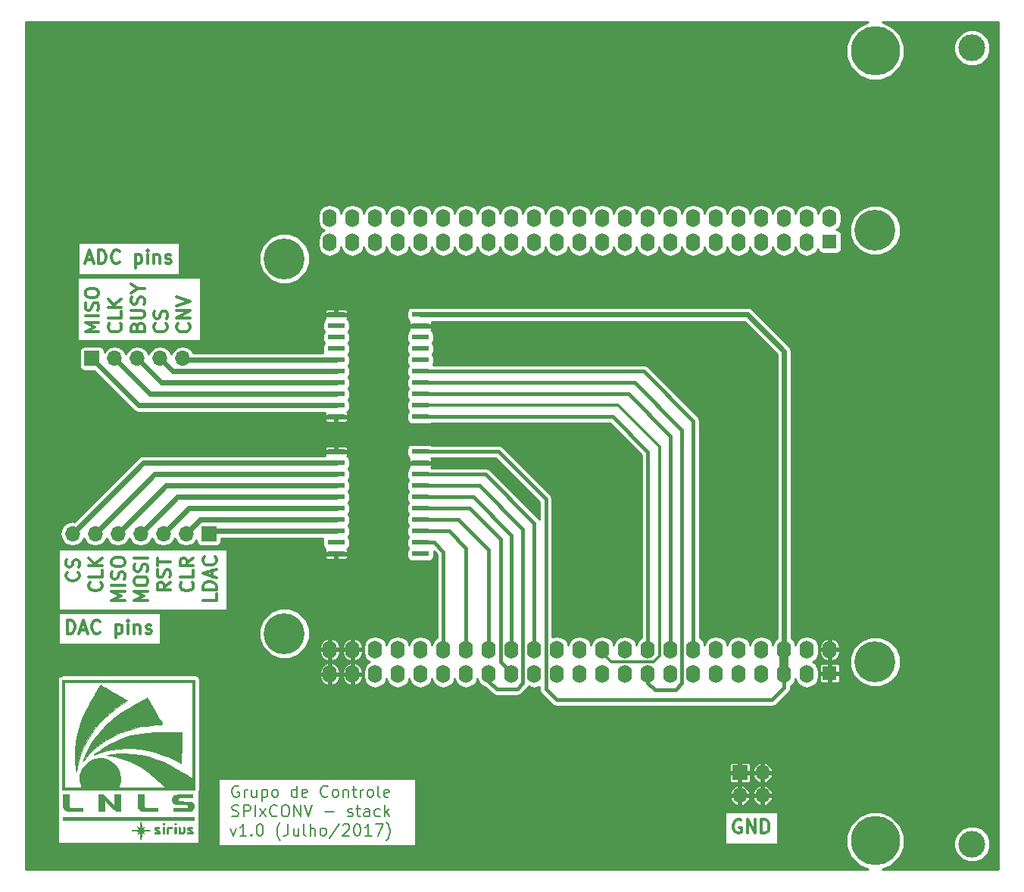
<source format=gbr>
G04 #@! TF.FileFunction,Copper,L1,Top,Signal*
%FSLAX46Y46*%
G04 Gerber Fmt 4.6, Leading zero omitted, Abs format (unit mm)*
G04 Created by KiCad (PCBNEW no-vcs-found-product) date Fri Jul  7 16:07:56 2017*
%MOMM*%
%LPD*%
G01*
G04 APERTURE LIST*
%ADD10C,0.100000*%
%ADD11C,0.300000*%
%ADD12C,0.200000*%
%ADD13C,0.010000*%
%ADD14R,1.700000X1.700000*%
%ADD15O,1.700000X1.700000*%
%ADD16C,4.572000*%
%ADD17R,1.600000X1.600000*%
%ADD18O,1.600000X2.000000*%
%ADD19R,1.950000X0.600000*%
%ADD20C,5.500000*%
%ADD21C,3.000000*%
%ADD22C,0.600000*%
%ADD23C,0.400000*%
%ADD24C,1.000000*%
%ADD25C,0.250000*%
G04 APERTURE END LIST*
D10*
D11*
X151947142Y-118530000D02*
X151804285Y-118458571D01*
X151590000Y-118458571D01*
X151375714Y-118530000D01*
X151232857Y-118672857D01*
X151161428Y-118815714D01*
X151090000Y-119101428D01*
X151090000Y-119315714D01*
X151161428Y-119601428D01*
X151232857Y-119744285D01*
X151375714Y-119887142D01*
X151590000Y-119958571D01*
X151732857Y-119958571D01*
X151947142Y-119887142D01*
X152018571Y-119815714D01*
X152018571Y-119315714D01*
X151732857Y-119315714D01*
X152661428Y-119958571D02*
X152661428Y-118458571D01*
X153518571Y-119958571D01*
X153518571Y-118458571D01*
X154232857Y-119958571D02*
X154232857Y-118458571D01*
X154590000Y-118458571D01*
X154804285Y-118530000D01*
X154947142Y-118672857D01*
X155018571Y-118815714D01*
X155090000Y-119101428D01*
X155090000Y-119315714D01*
X155018571Y-119601428D01*
X154947142Y-119744285D01*
X154804285Y-119887142D01*
X154590000Y-119958571D01*
X154232857Y-119958571D01*
X76641428Y-97638571D02*
X76641428Y-96138571D01*
X76998571Y-96138571D01*
X77212857Y-96210000D01*
X77355714Y-96352857D01*
X77427142Y-96495714D01*
X77498571Y-96781428D01*
X77498571Y-96995714D01*
X77427142Y-97281428D01*
X77355714Y-97424285D01*
X77212857Y-97567142D01*
X76998571Y-97638571D01*
X76641428Y-97638571D01*
X78070000Y-97210000D02*
X78784285Y-97210000D01*
X77927142Y-97638571D02*
X78427142Y-96138571D01*
X78927142Y-97638571D01*
X80284285Y-97495714D02*
X80212857Y-97567142D01*
X79998571Y-97638571D01*
X79855714Y-97638571D01*
X79641428Y-97567142D01*
X79498571Y-97424285D01*
X79427142Y-97281428D01*
X79355714Y-96995714D01*
X79355714Y-96781428D01*
X79427142Y-96495714D01*
X79498571Y-96352857D01*
X79641428Y-96210000D01*
X79855714Y-96138571D01*
X79998571Y-96138571D01*
X80212857Y-96210000D01*
X80284285Y-96281428D01*
X82070000Y-96638571D02*
X82070000Y-98138571D01*
X82070000Y-96710000D02*
X82212857Y-96638571D01*
X82498571Y-96638571D01*
X82641428Y-96710000D01*
X82712857Y-96781428D01*
X82784285Y-96924285D01*
X82784285Y-97352857D01*
X82712857Y-97495714D01*
X82641428Y-97567142D01*
X82498571Y-97638571D01*
X82212857Y-97638571D01*
X82070000Y-97567142D01*
X83427142Y-97638571D02*
X83427142Y-96638571D01*
X83427142Y-96138571D02*
X83355714Y-96210000D01*
X83427142Y-96281428D01*
X83498571Y-96210000D01*
X83427142Y-96138571D01*
X83427142Y-96281428D01*
X84141428Y-96638571D02*
X84141428Y-97638571D01*
X84141428Y-96781428D02*
X84212857Y-96710000D01*
X84355714Y-96638571D01*
X84570000Y-96638571D01*
X84712857Y-96710000D01*
X84784285Y-96852857D01*
X84784285Y-97638571D01*
X85427142Y-97567142D02*
X85570000Y-97638571D01*
X85855714Y-97638571D01*
X85998571Y-97567142D01*
X86070000Y-97424285D01*
X86070000Y-97352857D01*
X85998571Y-97210000D01*
X85855714Y-97138571D01*
X85641428Y-97138571D01*
X85498571Y-97067142D01*
X85427142Y-96924285D01*
X85427142Y-96852857D01*
X85498571Y-96710000D01*
X85641428Y-96638571D01*
X85855714Y-96638571D01*
X85998571Y-96710000D01*
X78760000Y-55850000D02*
X79474285Y-55850000D01*
X78617142Y-56278571D02*
X79117142Y-54778571D01*
X79617142Y-56278571D01*
X80117142Y-56278571D02*
X80117142Y-54778571D01*
X80474285Y-54778571D01*
X80688571Y-54850000D01*
X80831428Y-54992857D01*
X80902857Y-55135714D01*
X80974285Y-55421428D01*
X80974285Y-55635714D01*
X80902857Y-55921428D01*
X80831428Y-56064285D01*
X80688571Y-56207142D01*
X80474285Y-56278571D01*
X80117142Y-56278571D01*
X82474285Y-56135714D02*
X82402857Y-56207142D01*
X82188571Y-56278571D01*
X82045714Y-56278571D01*
X81831428Y-56207142D01*
X81688571Y-56064285D01*
X81617142Y-55921428D01*
X81545714Y-55635714D01*
X81545714Y-55421428D01*
X81617142Y-55135714D01*
X81688571Y-54992857D01*
X81831428Y-54850000D01*
X82045714Y-54778571D01*
X82188571Y-54778571D01*
X82402857Y-54850000D01*
X82474285Y-54921428D01*
X84260000Y-55278571D02*
X84260000Y-56778571D01*
X84260000Y-55350000D02*
X84402857Y-55278571D01*
X84688571Y-55278571D01*
X84831428Y-55350000D01*
X84902857Y-55421428D01*
X84974285Y-55564285D01*
X84974285Y-55992857D01*
X84902857Y-56135714D01*
X84831428Y-56207142D01*
X84688571Y-56278571D01*
X84402857Y-56278571D01*
X84260000Y-56207142D01*
X85617142Y-56278571D02*
X85617142Y-55278571D01*
X85617142Y-54778571D02*
X85545714Y-54850000D01*
X85617142Y-54921428D01*
X85688571Y-54850000D01*
X85617142Y-54778571D01*
X85617142Y-54921428D01*
X86331428Y-55278571D02*
X86331428Y-56278571D01*
X86331428Y-55421428D02*
X86402857Y-55350000D01*
X86545714Y-55278571D01*
X86760000Y-55278571D01*
X86902857Y-55350000D01*
X86974285Y-55492857D01*
X86974285Y-56278571D01*
X87617142Y-56207142D02*
X87760000Y-56278571D01*
X88045714Y-56278571D01*
X88188571Y-56207142D01*
X88260000Y-56064285D01*
X88260000Y-55992857D01*
X88188571Y-55850000D01*
X88045714Y-55778571D01*
X87831428Y-55778571D01*
X87688571Y-55707142D01*
X87617142Y-55564285D01*
X87617142Y-55492857D01*
X87688571Y-55350000D01*
X87831428Y-55278571D01*
X88045714Y-55278571D01*
X88188571Y-55350000D01*
X80148571Y-63857857D02*
X78648571Y-63857857D01*
X79720000Y-63357857D01*
X78648571Y-62857857D01*
X80148571Y-62857857D01*
X80148571Y-62143571D02*
X78648571Y-62143571D01*
X80077142Y-61500714D02*
X80148571Y-61286428D01*
X80148571Y-60929285D01*
X80077142Y-60786428D01*
X80005714Y-60715000D01*
X79862857Y-60643571D01*
X79720000Y-60643571D01*
X79577142Y-60715000D01*
X79505714Y-60786428D01*
X79434285Y-60929285D01*
X79362857Y-61215000D01*
X79291428Y-61357857D01*
X79220000Y-61429285D01*
X79077142Y-61500714D01*
X78934285Y-61500714D01*
X78791428Y-61429285D01*
X78720000Y-61357857D01*
X78648571Y-61215000D01*
X78648571Y-60857857D01*
X78720000Y-60643571D01*
X78648571Y-59715000D02*
X78648571Y-59429285D01*
X78720000Y-59286428D01*
X78862857Y-59143571D01*
X79148571Y-59072142D01*
X79648571Y-59072142D01*
X79934285Y-59143571D01*
X80077142Y-59286428D01*
X80148571Y-59429285D01*
X80148571Y-59715000D01*
X80077142Y-59857857D01*
X79934285Y-60000714D01*
X79648571Y-60072142D01*
X79148571Y-60072142D01*
X78862857Y-60000714D01*
X78720000Y-59857857D01*
X78648571Y-59715000D01*
X82555714Y-63000714D02*
X82627142Y-63072142D01*
X82698571Y-63286428D01*
X82698571Y-63429285D01*
X82627142Y-63643571D01*
X82484285Y-63786428D01*
X82341428Y-63857857D01*
X82055714Y-63929285D01*
X81841428Y-63929285D01*
X81555714Y-63857857D01*
X81412857Y-63786428D01*
X81270000Y-63643571D01*
X81198571Y-63429285D01*
X81198571Y-63286428D01*
X81270000Y-63072142D01*
X81341428Y-63000714D01*
X82698571Y-61643571D02*
X82698571Y-62357857D01*
X81198571Y-62357857D01*
X82698571Y-61143571D02*
X81198571Y-61143571D01*
X82698571Y-60286428D02*
X81841428Y-60929285D01*
X81198571Y-60286428D02*
X82055714Y-61143571D01*
X84462857Y-63357857D02*
X84534285Y-63143571D01*
X84605714Y-63072142D01*
X84748571Y-63000714D01*
X84962857Y-63000714D01*
X85105714Y-63072142D01*
X85177142Y-63143571D01*
X85248571Y-63286428D01*
X85248571Y-63857857D01*
X83748571Y-63857857D01*
X83748571Y-63357857D01*
X83820000Y-63215000D01*
X83891428Y-63143571D01*
X84034285Y-63072142D01*
X84177142Y-63072142D01*
X84320000Y-63143571D01*
X84391428Y-63215000D01*
X84462857Y-63357857D01*
X84462857Y-63857857D01*
X83748571Y-62357857D02*
X84962857Y-62357857D01*
X85105714Y-62286428D01*
X85177142Y-62215000D01*
X85248571Y-62072142D01*
X85248571Y-61786428D01*
X85177142Y-61643571D01*
X85105714Y-61572142D01*
X84962857Y-61500714D01*
X83748571Y-61500714D01*
X85177142Y-60857857D02*
X85248571Y-60643571D01*
X85248571Y-60286428D01*
X85177142Y-60143571D01*
X85105714Y-60072142D01*
X84962857Y-60000714D01*
X84820000Y-60000714D01*
X84677142Y-60072142D01*
X84605714Y-60143571D01*
X84534285Y-60286428D01*
X84462857Y-60572142D01*
X84391428Y-60715000D01*
X84320000Y-60786428D01*
X84177142Y-60857857D01*
X84034285Y-60857857D01*
X83891428Y-60786428D01*
X83820000Y-60715000D01*
X83748571Y-60572142D01*
X83748571Y-60215000D01*
X83820000Y-60000714D01*
X84534285Y-59072142D02*
X85248571Y-59072142D01*
X83748571Y-59572142D02*
X84534285Y-59072142D01*
X83748571Y-58572142D01*
X87655714Y-63000714D02*
X87727142Y-63072142D01*
X87798571Y-63286428D01*
X87798571Y-63429285D01*
X87727142Y-63643571D01*
X87584285Y-63786428D01*
X87441428Y-63857857D01*
X87155714Y-63929285D01*
X86941428Y-63929285D01*
X86655714Y-63857857D01*
X86512857Y-63786428D01*
X86370000Y-63643571D01*
X86298571Y-63429285D01*
X86298571Y-63286428D01*
X86370000Y-63072142D01*
X86441428Y-63000714D01*
X87727142Y-62429285D02*
X87798571Y-62215000D01*
X87798571Y-61857857D01*
X87727142Y-61715000D01*
X87655714Y-61643571D01*
X87512857Y-61572142D01*
X87370000Y-61572142D01*
X87227142Y-61643571D01*
X87155714Y-61715000D01*
X87084285Y-61857857D01*
X87012857Y-62143571D01*
X86941428Y-62286428D01*
X86870000Y-62357857D01*
X86727142Y-62429285D01*
X86584285Y-62429285D01*
X86441428Y-62357857D01*
X86370000Y-62286428D01*
X86298571Y-62143571D01*
X86298571Y-61786428D01*
X86370000Y-61572142D01*
X90205714Y-63000714D02*
X90277142Y-63072142D01*
X90348571Y-63286428D01*
X90348571Y-63429285D01*
X90277142Y-63643571D01*
X90134285Y-63786428D01*
X89991428Y-63857857D01*
X89705714Y-63929285D01*
X89491428Y-63929285D01*
X89205714Y-63857857D01*
X89062857Y-63786428D01*
X88920000Y-63643571D01*
X88848571Y-63429285D01*
X88848571Y-63286428D01*
X88920000Y-63072142D01*
X88991428Y-63000714D01*
X90348571Y-62357857D02*
X88848571Y-62357857D01*
X90348571Y-61500714D01*
X88848571Y-61500714D01*
X88848571Y-61000714D02*
X90348571Y-60500714D01*
X88848571Y-60000714D01*
X77848714Y-90793000D02*
X77920142Y-90864428D01*
X77991571Y-91078714D01*
X77991571Y-91221571D01*
X77920142Y-91435857D01*
X77777285Y-91578714D01*
X77634428Y-91650142D01*
X77348714Y-91721571D01*
X77134428Y-91721571D01*
X76848714Y-91650142D01*
X76705857Y-91578714D01*
X76563000Y-91435857D01*
X76491571Y-91221571D01*
X76491571Y-91078714D01*
X76563000Y-90864428D01*
X76634428Y-90793000D01*
X77920142Y-90221571D02*
X77991571Y-90007285D01*
X77991571Y-89650142D01*
X77920142Y-89507285D01*
X77848714Y-89435857D01*
X77705857Y-89364428D01*
X77563000Y-89364428D01*
X77420142Y-89435857D01*
X77348714Y-89507285D01*
X77277285Y-89650142D01*
X77205857Y-89935857D01*
X77134428Y-90078714D01*
X77063000Y-90150142D01*
X76920142Y-90221571D01*
X76777285Y-90221571D01*
X76634428Y-90150142D01*
X76563000Y-90078714D01*
X76491571Y-89935857D01*
X76491571Y-89578714D01*
X76563000Y-89364428D01*
X80398714Y-91935857D02*
X80470142Y-92007285D01*
X80541571Y-92221571D01*
X80541571Y-92364428D01*
X80470142Y-92578714D01*
X80327285Y-92721571D01*
X80184428Y-92793000D01*
X79898714Y-92864428D01*
X79684428Y-92864428D01*
X79398714Y-92793000D01*
X79255857Y-92721571D01*
X79113000Y-92578714D01*
X79041571Y-92364428D01*
X79041571Y-92221571D01*
X79113000Y-92007285D01*
X79184428Y-91935857D01*
X80541571Y-90578714D02*
X80541571Y-91293000D01*
X79041571Y-91293000D01*
X80541571Y-90078714D02*
X79041571Y-90078714D01*
X80541571Y-89221571D02*
X79684428Y-89864428D01*
X79041571Y-89221571D02*
X79898714Y-90078714D01*
X83091571Y-93935857D02*
X81591571Y-93935857D01*
X82663000Y-93435857D01*
X81591571Y-92935857D01*
X83091571Y-92935857D01*
X83091571Y-92221571D02*
X81591571Y-92221571D01*
X83020142Y-91578714D02*
X83091571Y-91364428D01*
X83091571Y-91007285D01*
X83020142Y-90864428D01*
X82948714Y-90793000D01*
X82805857Y-90721571D01*
X82663000Y-90721571D01*
X82520142Y-90793000D01*
X82448714Y-90864428D01*
X82377285Y-91007285D01*
X82305857Y-91293000D01*
X82234428Y-91435857D01*
X82163000Y-91507285D01*
X82020142Y-91578714D01*
X81877285Y-91578714D01*
X81734428Y-91507285D01*
X81663000Y-91435857D01*
X81591571Y-91293000D01*
X81591571Y-90935857D01*
X81663000Y-90721571D01*
X81591571Y-89793000D02*
X81591571Y-89507285D01*
X81663000Y-89364428D01*
X81805857Y-89221571D01*
X82091571Y-89150142D01*
X82591571Y-89150142D01*
X82877285Y-89221571D01*
X83020142Y-89364428D01*
X83091571Y-89507285D01*
X83091571Y-89793000D01*
X83020142Y-89935857D01*
X82877285Y-90078714D01*
X82591571Y-90150142D01*
X82091571Y-90150142D01*
X81805857Y-90078714D01*
X81663000Y-89935857D01*
X81591571Y-89793000D01*
X85641571Y-93935857D02*
X84141571Y-93935857D01*
X85213000Y-93435857D01*
X84141571Y-92935857D01*
X85641571Y-92935857D01*
X84141571Y-91935857D02*
X84141571Y-91650142D01*
X84213000Y-91507285D01*
X84355857Y-91364428D01*
X84641571Y-91293000D01*
X85141571Y-91293000D01*
X85427285Y-91364428D01*
X85570142Y-91507285D01*
X85641571Y-91650142D01*
X85641571Y-91935857D01*
X85570142Y-92078714D01*
X85427285Y-92221571D01*
X85141571Y-92293000D01*
X84641571Y-92293000D01*
X84355857Y-92221571D01*
X84213000Y-92078714D01*
X84141571Y-91935857D01*
X85570142Y-90721571D02*
X85641571Y-90507285D01*
X85641571Y-90150142D01*
X85570142Y-90007285D01*
X85498714Y-89935857D01*
X85355857Y-89864428D01*
X85213000Y-89864428D01*
X85070142Y-89935857D01*
X84998714Y-90007285D01*
X84927285Y-90150142D01*
X84855857Y-90435857D01*
X84784428Y-90578714D01*
X84713000Y-90650142D01*
X84570142Y-90721571D01*
X84427285Y-90721571D01*
X84284428Y-90650142D01*
X84213000Y-90578714D01*
X84141571Y-90435857D01*
X84141571Y-90078714D01*
X84213000Y-89864428D01*
X85641571Y-89221571D02*
X84141571Y-89221571D01*
X88191571Y-91935857D02*
X87477285Y-92435857D01*
X88191571Y-92793000D02*
X86691571Y-92793000D01*
X86691571Y-92221571D01*
X86763000Y-92078714D01*
X86834428Y-92007285D01*
X86977285Y-91935857D01*
X87191571Y-91935857D01*
X87334428Y-92007285D01*
X87405857Y-92078714D01*
X87477285Y-92221571D01*
X87477285Y-92793000D01*
X88120142Y-91364428D02*
X88191571Y-91150142D01*
X88191571Y-90793000D01*
X88120142Y-90650142D01*
X88048714Y-90578714D01*
X87905857Y-90507285D01*
X87763000Y-90507285D01*
X87620142Y-90578714D01*
X87548714Y-90650142D01*
X87477285Y-90793000D01*
X87405857Y-91078714D01*
X87334428Y-91221571D01*
X87263000Y-91293000D01*
X87120142Y-91364428D01*
X86977285Y-91364428D01*
X86834428Y-91293000D01*
X86763000Y-91221571D01*
X86691571Y-91078714D01*
X86691571Y-90721571D01*
X86763000Y-90507285D01*
X86691571Y-90078714D02*
X86691571Y-89221571D01*
X88191571Y-89650142D02*
X86691571Y-89650142D01*
X90598714Y-91935857D02*
X90670142Y-92007285D01*
X90741571Y-92221571D01*
X90741571Y-92364428D01*
X90670142Y-92578714D01*
X90527285Y-92721571D01*
X90384428Y-92793000D01*
X90098714Y-92864428D01*
X89884428Y-92864428D01*
X89598714Y-92793000D01*
X89455857Y-92721571D01*
X89313000Y-92578714D01*
X89241571Y-92364428D01*
X89241571Y-92221571D01*
X89313000Y-92007285D01*
X89384428Y-91935857D01*
X90741571Y-90578714D02*
X90741571Y-91293000D01*
X89241571Y-91293000D01*
X90741571Y-89221571D02*
X90027285Y-89721571D01*
X90741571Y-90078714D02*
X89241571Y-90078714D01*
X89241571Y-89507285D01*
X89313000Y-89364428D01*
X89384428Y-89293000D01*
X89527285Y-89221571D01*
X89741571Y-89221571D01*
X89884428Y-89293000D01*
X89955857Y-89364428D01*
X90027285Y-89507285D01*
X90027285Y-90078714D01*
X93291571Y-93221571D02*
X93291571Y-93935857D01*
X91791571Y-93935857D01*
X93291571Y-92721571D02*
X91791571Y-92721571D01*
X91791571Y-92364428D01*
X91863000Y-92150142D01*
X92005857Y-92007285D01*
X92148714Y-91935857D01*
X92434428Y-91864428D01*
X92648714Y-91864428D01*
X92934428Y-91935857D01*
X93077285Y-92007285D01*
X93220142Y-92150142D01*
X93291571Y-92364428D01*
X93291571Y-92721571D01*
X92863000Y-91293000D02*
X92863000Y-90578714D01*
X93291571Y-91435857D02*
X91791571Y-90935857D01*
X93291571Y-90435857D01*
X93148714Y-89078714D02*
X93220142Y-89150142D01*
X93291571Y-89364428D01*
X93291571Y-89507285D01*
X93220142Y-89721571D01*
X93077285Y-89864428D01*
X92934428Y-89935857D01*
X92648714Y-90007285D01*
X92434428Y-90007285D01*
X92148714Y-89935857D01*
X92005857Y-89864428D01*
X91863000Y-89721571D01*
X91791571Y-89507285D01*
X91791571Y-89364428D01*
X91863000Y-89150142D01*
X91934428Y-89078714D01*
D12*
X95802380Y-114720000D02*
X95678571Y-114658095D01*
X95492857Y-114658095D01*
X95307142Y-114720000D01*
X95183333Y-114843809D01*
X95121428Y-114967619D01*
X95059523Y-115215238D01*
X95059523Y-115400952D01*
X95121428Y-115648571D01*
X95183333Y-115772380D01*
X95307142Y-115896190D01*
X95492857Y-115958095D01*
X95616666Y-115958095D01*
X95802380Y-115896190D01*
X95864285Y-115834285D01*
X95864285Y-115400952D01*
X95616666Y-115400952D01*
X96421428Y-115958095D02*
X96421428Y-115091428D01*
X96421428Y-115339047D02*
X96483333Y-115215238D01*
X96545238Y-115153333D01*
X96669047Y-115091428D01*
X96792857Y-115091428D01*
X97783333Y-115091428D02*
X97783333Y-115958095D01*
X97226190Y-115091428D02*
X97226190Y-115772380D01*
X97288095Y-115896190D01*
X97411904Y-115958095D01*
X97597619Y-115958095D01*
X97721428Y-115896190D01*
X97783333Y-115834285D01*
X98402380Y-115091428D02*
X98402380Y-116391428D01*
X98402380Y-115153333D02*
X98526190Y-115091428D01*
X98773809Y-115091428D01*
X98897619Y-115153333D01*
X98959523Y-115215238D01*
X99021428Y-115339047D01*
X99021428Y-115710476D01*
X98959523Y-115834285D01*
X98897619Y-115896190D01*
X98773809Y-115958095D01*
X98526190Y-115958095D01*
X98402380Y-115896190D01*
X99764285Y-115958095D02*
X99640476Y-115896190D01*
X99578571Y-115834285D01*
X99516666Y-115710476D01*
X99516666Y-115339047D01*
X99578571Y-115215238D01*
X99640476Y-115153333D01*
X99764285Y-115091428D01*
X99950000Y-115091428D01*
X100073809Y-115153333D01*
X100135714Y-115215238D01*
X100197619Y-115339047D01*
X100197619Y-115710476D01*
X100135714Y-115834285D01*
X100073809Y-115896190D01*
X99950000Y-115958095D01*
X99764285Y-115958095D01*
X102302380Y-115958095D02*
X102302380Y-114658095D01*
X102302380Y-115896190D02*
X102178571Y-115958095D01*
X101930952Y-115958095D01*
X101807142Y-115896190D01*
X101745238Y-115834285D01*
X101683333Y-115710476D01*
X101683333Y-115339047D01*
X101745238Y-115215238D01*
X101807142Y-115153333D01*
X101930952Y-115091428D01*
X102178571Y-115091428D01*
X102302380Y-115153333D01*
X103416666Y-115896190D02*
X103292857Y-115958095D01*
X103045238Y-115958095D01*
X102921428Y-115896190D01*
X102859523Y-115772380D01*
X102859523Y-115277142D01*
X102921428Y-115153333D01*
X103045238Y-115091428D01*
X103292857Y-115091428D01*
X103416666Y-115153333D01*
X103478571Y-115277142D01*
X103478571Y-115400952D01*
X102859523Y-115524761D01*
X105769047Y-115834285D02*
X105707142Y-115896190D01*
X105521428Y-115958095D01*
X105397619Y-115958095D01*
X105211904Y-115896190D01*
X105088095Y-115772380D01*
X105026190Y-115648571D01*
X104964285Y-115400952D01*
X104964285Y-115215238D01*
X105026190Y-114967619D01*
X105088095Y-114843809D01*
X105211904Y-114720000D01*
X105397619Y-114658095D01*
X105521428Y-114658095D01*
X105707142Y-114720000D01*
X105769047Y-114781904D01*
X106511904Y-115958095D02*
X106388095Y-115896190D01*
X106326190Y-115834285D01*
X106264285Y-115710476D01*
X106264285Y-115339047D01*
X106326190Y-115215238D01*
X106388095Y-115153333D01*
X106511904Y-115091428D01*
X106697619Y-115091428D01*
X106821428Y-115153333D01*
X106883333Y-115215238D01*
X106945238Y-115339047D01*
X106945238Y-115710476D01*
X106883333Y-115834285D01*
X106821428Y-115896190D01*
X106697619Y-115958095D01*
X106511904Y-115958095D01*
X107502380Y-115091428D02*
X107502380Y-115958095D01*
X107502380Y-115215238D02*
X107564285Y-115153333D01*
X107688095Y-115091428D01*
X107873809Y-115091428D01*
X107997619Y-115153333D01*
X108059523Y-115277142D01*
X108059523Y-115958095D01*
X108492857Y-115091428D02*
X108988095Y-115091428D01*
X108678571Y-114658095D02*
X108678571Y-115772380D01*
X108740476Y-115896190D01*
X108864285Y-115958095D01*
X108988095Y-115958095D01*
X109421428Y-115958095D02*
X109421428Y-115091428D01*
X109421428Y-115339047D02*
X109483333Y-115215238D01*
X109545238Y-115153333D01*
X109669047Y-115091428D01*
X109792857Y-115091428D01*
X110411904Y-115958095D02*
X110288095Y-115896190D01*
X110226190Y-115834285D01*
X110164285Y-115710476D01*
X110164285Y-115339047D01*
X110226190Y-115215238D01*
X110288095Y-115153333D01*
X110411904Y-115091428D01*
X110597619Y-115091428D01*
X110721428Y-115153333D01*
X110783333Y-115215238D01*
X110845238Y-115339047D01*
X110845238Y-115710476D01*
X110783333Y-115834285D01*
X110721428Y-115896190D01*
X110597619Y-115958095D01*
X110411904Y-115958095D01*
X111588095Y-115958095D02*
X111464285Y-115896190D01*
X111402380Y-115772380D01*
X111402380Y-114658095D01*
X112578571Y-115896190D02*
X112454761Y-115958095D01*
X112207142Y-115958095D01*
X112083333Y-115896190D01*
X112021428Y-115772380D01*
X112021428Y-115277142D01*
X112083333Y-115153333D01*
X112207142Y-115091428D01*
X112454761Y-115091428D01*
X112578571Y-115153333D01*
X112640476Y-115277142D01*
X112640476Y-115400952D01*
X112021428Y-115524761D01*
X95059523Y-118046190D02*
X95245238Y-118108095D01*
X95554761Y-118108095D01*
X95678571Y-118046190D01*
X95740476Y-117984285D01*
X95802380Y-117860476D01*
X95802380Y-117736666D01*
X95740476Y-117612857D01*
X95678571Y-117550952D01*
X95554761Y-117489047D01*
X95307142Y-117427142D01*
X95183333Y-117365238D01*
X95121428Y-117303333D01*
X95059523Y-117179523D01*
X95059523Y-117055714D01*
X95121428Y-116931904D01*
X95183333Y-116870000D01*
X95307142Y-116808095D01*
X95616666Y-116808095D01*
X95802380Y-116870000D01*
X96359523Y-118108095D02*
X96359523Y-116808095D01*
X96854761Y-116808095D01*
X96978571Y-116870000D01*
X97040476Y-116931904D01*
X97102380Y-117055714D01*
X97102380Y-117241428D01*
X97040476Y-117365238D01*
X96978571Y-117427142D01*
X96854761Y-117489047D01*
X96359523Y-117489047D01*
X97659523Y-118108095D02*
X97659523Y-116808095D01*
X98154761Y-118108095D02*
X98835714Y-117241428D01*
X98154761Y-117241428D02*
X98835714Y-118108095D01*
X100073809Y-117984285D02*
X100011904Y-118046190D01*
X99826190Y-118108095D01*
X99702380Y-118108095D01*
X99516666Y-118046190D01*
X99392857Y-117922380D01*
X99330952Y-117798571D01*
X99269047Y-117550952D01*
X99269047Y-117365238D01*
X99330952Y-117117619D01*
X99392857Y-116993809D01*
X99516666Y-116870000D01*
X99702380Y-116808095D01*
X99826190Y-116808095D01*
X100011904Y-116870000D01*
X100073809Y-116931904D01*
X100878571Y-116808095D02*
X101126190Y-116808095D01*
X101250000Y-116870000D01*
X101373809Y-116993809D01*
X101435714Y-117241428D01*
X101435714Y-117674761D01*
X101373809Y-117922380D01*
X101250000Y-118046190D01*
X101126190Y-118108095D01*
X100878571Y-118108095D01*
X100754761Y-118046190D01*
X100630952Y-117922380D01*
X100569047Y-117674761D01*
X100569047Y-117241428D01*
X100630952Y-116993809D01*
X100754761Y-116870000D01*
X100878571Y-116808095D01*
X101992857Y-118108095D02*
X101992857Y-116808095D01*
X102735714Y-118108095D01*
X102735714Y-116808095D01*
X103169047Y-116808095D02*
X103602380Y-118108095D01*
X104035714Y-116808095D01*
X105459523Y-117612857D02*
X106450000Y-117612857D01*
X107997619Y-118046190D02*
X108121428Y-118108095D01*
X108369047Y-118108095D01*
X108492857Y-118046190D01*
X108554761Y-117922380D01*
X108554761Y-117860476D01*
X108492857Y-117736666D01*
X108369047Y-117674761D01*
X108183333Y-117674761D01*
X108059523Y-117612857D01*
X107997619Y-117489047D01*
X107997619Y-117427142D01*
X108059523Y-117303333D01*
X108183333Y-117241428D01*
X108369047Y-117241428D01*
X108492857Y-117303333D01*
X108926190Y-117241428D02*
X109421428Y-117241428D01*
X109111904Y-116808095D02*
X109111904Y-117922380D01*
X109173809Y-118046190D01*
X109297619Y-118108095D01*
X109421428Y-118108095D01*
X110411904Y-118108095D02*
X110411904Y-117427142D01*
X110350000Y-117303333D01*
X110226190Y-117241428D01*
X109978571Y-117241428D01*
X109854761Y-117303333D01*
X110411904Y-118046190D02*
X110288095Y-118108095D01*
X109978571Y-118108095D01*
X109854761Y-118046190D01*
X109792857Y-117922380D01*
X109792857Y-117798571D01*
X109854761Y-117674761D01*
X109978571Y-117612857D01*
X110288095Y-117612857D01*
X110411904Y-117550952D01*
X111588095Y-118046190D02*
X111464285Y-118108095D01*
X111216666Y-118108095D01*
X111092857Y-118046190D01*
X111030952Y-117984285D01*
X110969047Y-117860476D01*
X110969047Y-117489047D01*
X111030952Y-117365238D01*
X111092857Y-117303333D01*
X111216666Y-117241428D01*
X111464285Y-117241428D01*
X111588095Y-117303333D01*
X112145238Y-118108095D02*
X112145238Y-116808095D01*
X112269047Y-117612857D02*
X112640476Y-118108095D01*
X112640476Y-117241428D02*
X112145238Y-117736666D01*
X94873809Y-119391428D02*
X95183333Y-120258095D01*
X95492857Y-119391428D01*
X96669047Y-120258095D02*
X95926190Y-120258095D01*
X96297619Y-120258095D02*
X96297619Y-118958095D01*
X96173809Y-119143809D01*
X96050000Y-119267619D01*
X95926190Y-119329523D01*
X97226190Y-120134285D02*
X97288095Y-120196190D01*
X97226190Y-120258095D01*
X97164285Y-120196190D01*
X97226190Y-120134285D01*
X97226190Y-120258095D01*
X98092857Y-118958095D02*
X98216666Y-118958095D01*
X98340476Y-119020000D01*
X98402380Y-119081904D01*
X98464285Y-119205714D01*
X98526190Y-119453333D01*
X98526190Y-119762857D01*
X98464285Y-120010476D01*
X98402380Y-120134285D01*
X98340476Y-120196190D01*
X98216666Y-120258095D01*
X98092857Y-120258095D01*
X97969047Y-120196190D01*
X97907142Y-120134285D01*
X97845238Y-120010476D01*
X97783333Y-119762857D01*
X97783333Y-119453333D01*
X97845238Y-119205714D01*
X97907142Y-119081904D01*
X97969047Y-119020000D01*
X98092857Y-118958095D01*
X100445238Y-120753333D02*
X100383333Y-120691428D01*
X100259523Y-120505714D01*
X100197619Y-120381904D01*
X100135714Y-120196190D01*
X100073809Y-119886666D01*
X100073809Y-119639047D01*
X100135714Y-119329523D01*
X100197619Y-119143809D01*
X100259523Y-119020000D01*
X100383333Y-118834285D01*
X100445238Y-118772380D01*
X101311904Y-118958095D02*
X101311904Y-119886666D01*
X101250000Y-120072380D01*
X101126190Y-120196190D01*
X100940476Y-120258095D01*
X100816666Y-120258095D01*
X102488095Y-119391428D02*
X102488095Y-120258095D01*
X101930952Y-119391428D02*
X101930952Y-120072380D01*
X101992857Y-120196190D01*
X102116666Y-120258095D01*
X102302380Y-120258095D01*
X102426190Y-120196190D01*
X102488095Y-120134285D01*
X103292857Y-120258095D02*
X103169047Y-120196190D01*
X103107142Y-120072380D01*
X103107142Y-118958095D01*
X103788095Y-120258095D02*
X103788095Y-118958095D01*
X104345238Y-120258095D02*
X104345238Y-119577142D01*
X104283333Y-119453333D01*
X104159523Y-119391428D01*
X103973809Y-119391428D01*
X103850000Y-119453333D01*
X103788095Y-119515238D01*
X105150000Y-120258095D02*
X105026190Y-120196190D01*
X104964285Y-120134285D01*
X104902380Y-120010476D01*
X104902380Y-119639047D01*
X104964285Y-119515238D01*
X105026190Y-119453333D01*
X105150000Y-119391428D01*
X105335714Y-119391428D01*
X105459523Y-119453333D01*
X105521428Y-119515238D01*
X105583333Y-119639047D01*
X105583333Y-120010476D01*
X105521428Y-120134285D01*
X105459523Y-120196190D01*
X105335714Y-120258095D01*
X105150000Y-120258095D01*
X107069047Y-118896190D02*
X105954761Y-120567619D01*
X107440476Y-119081904D02*
X107502380Y-119020000D01*
X107626190Y-118958095D01*
X107935714Y-118958095D01*
X108059523Y-119020000D01*
X108121428Y-119081904D01*
X108183333Y-119205714D01*
X108183333Y-119329523D01*
X108121428Y-119515238D01*
X107378571Y-120258095D01*
X108183333Y-120258095D01*
X108988095Y-118958095D02*
X109111904Y-118958095D01*
X109235714Y-119020000D01*
X109297619Y-119081904D01*
X109359523Y-119205714D01*
X109421428Y-119453333D01*
X109421428Y-119762857D01*
X109359523Y-120010476D01*
X109297619Y-120134285D01*
X109235714Y-120196190D01*
X109111904Y-120258095D01*
X108988095Y-120258095D01*
X108864285Y-120196190D01*
X108802380Y-120134285D01*
X108740476Y-120010476D01*
X108678571Y-119762857D01*
X108678571Y-119453333D01*
X108740476Y-119205714D01*
X108802380Y-119081904D01*
X108864285Y-119020000D01*
X108988095Y-118958095D01*
X110659523Y-120258095D02*
X109916666Y-120258095D01*
X110288095Y-120258095D02*
X110288095Y-118958095D01*
X110164285Y-119143809D01*
X110040476Y-119267619D01*
X109916666Y-119329523D01*
X111092857Y-118958095D02*
X111959523Y-118958095D01*
X111402380Y-120258095D01*
X112330952Y-120753333D02*
X112392857Y-120691428D01*
X112516666Y-120505714D01*
X112578571Y-120381904D01*
X112640476Y-120196190D01*
X112702380Y-119886666D01*
X112702380Y-119639047D01*
X112640476Y-119329523D01*
X112578571Y-119143809D01*
X112516666Y-119020000D01*
X112392857Y-118834285D01*
X112330952Y-118772380D01*
D13*
G36*
X84858287Y-118683795D02*
X84863937Y-118704488D01*
X84881860Y-118795207D01*
X84901997Y-118934123D01*
X84920056Y-119091552D01*
X84920423Y-119095257D01*
X84936664Y-119239152D01*
X84953204Y-119352088D01*
X84966737Y-119411875D01*
X84967941Y-119414323D01*
X85005517Y-119412959D01*
X85071803Y-119366841D01*
X85080584Y-119358810D01*
X85161171Y-119300416D01*
X85200132Y-119302280D01*
X85187749Y-119353314D01*
X85135231Y-119421153D01*
X85080563Y-119492599D01*
X85066479Y-119540078D01*
X85068706Y-119543501D01*
X85116047Y-119557456D01*
X85223177Y-119574752D01*
X85371961Y-119592742D01*
X85475912Y-119602968D01*
X85683872Y-119622713D01*
X85817016Y-119638446D01*
X85878486Y-119651652D01*
X85871427Y-119663810D01*
X85798981Y-119676405D01*
X85664292Y-119690917D01*
X85662769Y-119691065D01*
X85489103Y-119708439D01*
X85315010Y-119726764D01*
X85200260Y-119739549D01*
X85011289Y-119761564D01*
X85119257Y-119874259D01*
X85186237Y-119960092D01*
X85199054Y-120009823D01*
X85163727Y-120012612D01*
X85086272Y-119957621D01*
X85077481Y-119949505D01*
X85024580Y-119903908D01*
X84988411Y-119891849D01*
X84964076Y-119923153D01*
X84946677Y-120007645D01*
X84931317Y-120155149D01*
X84922473Y-120260455D01*
X84900980Y-120445987D01*
X84873105Y-120561732D01*
X84839891Y-120604825D01*
X84806419Y-120579330D01*
X84791841Y-120523402D01*
X84775498Y-120411141D01*
X84760397Y-120264222D01*
X84757139Y-120224232D01*
X84741231Y-120055215D01*
X84722552Y-119955962D01*
X84696852Y-119918098D01*
X84659880Y-119933248D01*
X84627231Y-119968230D01*
X84570821Y-120017354D01*
X84544292Y-120026846D01*
X84510907Y-120001223D01*
X84522649Y-119939816D01*
X84573358Y-119865812D01*
X84591885Y-119847623D01*
X84673769Y-119773518D01*
X84582115Y-119747769D01*
X84488294Y-119731147D01*
X84356862Y-119718841D01*
X84295077Y-119715873D01*
X84140188Y-119705525D01*
X83986865Y-119686983D01*
X83943385Y-119679515D01*
X83866355Y-119663468D01*
X83842454Y-119652148D01*
X83878742Y-119642081D01*
X83982276Y-119629792D01*
X84060615Y-119621815D01*
X84229889Y-119604185D01*
X84395507Y-119585932D01*
X84504617Y-119573072D01*
X84675081Y-119551818D01*
X84566082Y-119438047D01*
X84499384Y-119352719D01*
X84485127Y-119301892D01*
X84517981Y-119296783D01*
X84592616Y-119348611D01*
X84603724Y-119358810D01*
X84671596Y-119409502D01*
X84713525Y-119416960D01*
X84715672Y-119414323D01*
X84728984Y-119361217D01*
X84745520Y-119254265D01*
X84760441Y-119128076D01*
X84778416Y-118969964D01*
X84797964Y-118821871D01*
X84811210Y-118737307D01*
X84828407Y-118649892D01*
X84841121Y-118633909D01*
X84858287Y-118683795D01*
X84858287Y-118683795D01*
G37*
X84858287Y-118683795D02*
X84863937Y-118704488D01*
X84881860Y-118795207D01*
X84901997Y-118934123D01*
X84920056Y-119091552D01*
X84920423Y-119095257D01*
X84936664Y-119239152D01*
X84953204Y-119352088D01*
X84966737Y-119411875D01*
X84967941Y-119414323D01*
X85005517Y-119412959D01*
X85071803Y-119366841D01*
X85080584Y-119358810D01*
X85161171Y-119300416D01*
X85200132Y-119302280D01*
X85187749Y-119353314D01*
X85135231Y-119421153D01*
X85080563Y-119492599D01*
X85066479Y-119540078D01*
X85068706Y-119543501D01*
X85116047Y-119557456D01*
X85223177Y-119574752D01*
X85371961Y-119592742D01*
X85475912Y-119602968D01*
X85683872Y-119622713D01*
X85817016Y-119638446D01*
X85878486Y-119651652D01*
X85871427Y-119663810D01*
X85798981Y-119676405D01*
X85664292Y-119690917D01*
X85662769Y-119691065D01*
X85489103Y-119708439D01*
X85315010Y-119726764D01*
X85200260Y-119739549D01*
X85011289Y-119761564D01*
X85119257Y-119874259D01*
X85186237Y-119960092D01*
X85199054Y-120009823D01*
X85163727Y-120012612D01*
X85086272Y-119957621D01*
X85077481Y-119949505D01*
X85024580Y-119903908D01*
X84988411Y-119891849D01*
X84964076Y-119923153D01*
X84946677Y-120007645D01*
X84931317Y-120155149D01*
X84922473Y-120260455D01*
X84900980Y-120445987D01*
X84873105Y-120561732D01*
X84839891Y-120604825D01*
X84806419Y-120579330D01*
X84791841Y-120523402D01*
X84775498Y-120411141D01*
X84760397Y-120264222D01*
X84757139Y-120224232D01*
X84741231Y-120055215D01*
X84722552Y-119955962D01*
X84696852Y-119918098D01*
X84659880Y-119933248D01*
X84627231Y-119968230D01*
X84570821Y-120017354D01*
X84544292Y-120026846D01*
X84510907Y-120001223D01*
X84522649Y-119939816D01*
X84573358Y-119865812D01*
X84591885Y-119847623D01*
X84673769Y-119773518D01*
X84582115Y-119747769D01*
X84488294Y-119731147D01*
X84356862Y-119718841D01*
X84295077Y-119715873D01*
X84140188Y-119705525D01*
X83986865Y-119686983D01*
X83943385Y-119679515D01*
X83866355Y-119663468D01*
X83842454Y-119652148D01*
X83878742Y-119642081D01*
X83982276Y-119629792D01*
X84060615Y-119621815D01*
X84229889Y-119604185D01*
X84395507Y-119585932D01*
X84504617Y-119573072D01*
X84675081Y-119551818D01*
X84566082Y-119438047D01*
X84499384Y-119352719D01*
X84485127Y-119301892D01*
X84517981Y-119296783D01*
X84592616Y-119348611D01*
X84603724Y-119358810D01*
X84671596Y-119409502D01*
X84713525Y-119416960D01*
X84715672Y-119414323D01*
X84728984Y-119361217D01*
X84745520Y-119254265D01*
X84760441Y-119128076D01*
X84778416Y-118969964D01*
X84797964Y-118821871D01*
X84811210Y-118737307D01*
X84828407Y-118649892D01*
X84841121Y-118633909D01*
X84858287Y-118683795D01*
G36*
X86821469Y-119286974D02*
X86895775Y-119298448D01*
X86927010Y-119324364D01*
X86932769Y-119362538D01*
X86923826Y-119406936D01*
X86884871Y-119430541D01*
X86797714Y-119439698D01*
X86708077Y-119440905D01*
X86483385Y-119441119D01*
X86747154Y-119599378D01*
X86890533Y-119691537D01*
X86973813Y-119762401D01*
X87008277Y-119822493D01*
X87010923Y-119845349D01*
X86996315Y-119931341D01*
X86944265Y-119986264D01*
X86842436Y-120016025D01*
X86678491Y-120026531D01*
X86631877Y-120026846D01*
X86484445Y-120024901D01*
X86398734Y-120016073D01*
X86358346Y-119995869D01*
X86346884Y-119959797D01*
X86346615Y-119948692D01*
X86354882Y-119905712D01*
X86391387Y-119882039D01*
X86473692Y-119872016D01*
X86590846Y-119870007D01*
X86835077Y-119869477D01*
X86590846Y-119724715D01*
X86458678Y-119641151D01*
X86383366Y-119577032D01*
X86351084Y-119518452D01*
X86346615Y-119479060D01*
X86362143Y-119382587D01*
X86417111Y-119322788D01*
X86524101Y-119292460D01*
X86686585Y-119284384D01*
X86821469Y-119286974D01*
X86821469Y-119286974D01*
G37*
X86821469Y-119286974D02*
X86895775Y-119298448D01*
X86927010Y-119324364D01*
X86932769Y-119362538D01*
X86923826Y-119406936D01*
X86884871Y-119430541D01*
X86797714Y-119439698D01*
X86708077Y-119440905D01*
X86483385Y-119441119D01*
X86747154Y-119599378D01*
X86890533Y-119691537D01*
X86973813Y-119762401D01*
X87008277Y-119822493D01*
X87010923Y-119845349D01*
X86996315Y-119931341D01*
X86944265Y-119986264D01*
X86842436Y-120016025D01*
X86678491Y-120026531D01*
X86631877Y-120026846D01*
X86484445Y-120024901D01*
X86398734Y-120016073D01*
X86358346Y-119995869D01*
X86346884Y-119959797D01*
X86346615Y-119948692D01*
X86354882Y-119905712D01*
X86391387Y-119882039D01*
X86473692Y-119872016D01*
X86590846Y-119870007D01*
X86835077Y-119869477D01*
X86590846Y-119724715D01*
X86458678Y-119641151D01*
X86383366Y-119577032D01*
X86351084Y-119518452D01*
X86346615Y-119479060D01*
X86362143Y-119382587D01*
X86417111Y-119322788D01*
X86524101Y-119292460D01*
X86686585Y-119284384D01*
X86821469Y-119286974D01*
G36*
X87427411Y-119286962D02*
X87455954Y-119304455D01*
X87471635Y-119351504D01*
X87478307Y-119442746D01*
X87479821Y-119592821D01*
X87479846Y-119655615D01*
X87479168Y-119827593D01*
X87474564Y-119936056D01*
X87462183Y-119995644D01*
X87438172Y-120020996D01*
X87398678Y-120026752D01*
X87382154Y-120026846D01*
X87336896Y-120024268D01*
X87308353Y-120006774D01*
X87292672Y-119959726D01*
X87286001Y-119868484D01*
X87284486Y-119718409D01*
X87284461Y-119655615D01*
X87285140Y-119483637D01*
X87289743Y-119375174D01*
X87302124Y-119315586D01*
X87326136Y-119290233D01*
X87365629Y-119284478D01*
X87382154Y-119284384D01*
X87427411Y-119286962D01*
X87427411Y-119286962D01*
G37*
X87427411Y-119286962D02*
X87455954Y-119304455D01*
X87471635Y-119351504D01*
X87478307Y-119442746D01*
X87479821Y-119592821D01*
X87479846Y-119655615D01*
X87479168Y-119827593D01*
X87474564Y-119936056D01*
X87462183Y-119995644D01*
X87438172Y-120020996D01*
X87398678Y-120026752D01*
X87382154Y-120026846D01*
X87336896Y-120024268D01*
X87308353Y-120006774D01*
X87292672Y-119959726D01*
X87286001Y-119868484D01*
X87284486Y-119718409D01*
X87284461Y-119655615D01*
X87285140Y-119483637D01*
X87289743Y-119375174D01*
X87302124Y-119315586D01*
X87326136Y-119290233D01*
X87365629Y-119284478D01*
X87382154Y-119284384D01*
X87427411Y-119286962D01*
G36*
X88228238Y-119286974D02*
X88302545Y-119298448D01*
X88333779Y-119324364D01*
X88339538Y-119362538D01*
X88330210Y-119407703D01*
X88289876Y-119431231D01*
X88200016Y-119439858D01*
X88124615Y-119440692D01*
X87909692Y-119440692D01*
X87909692Y-119733769D01*
X87907846Y-119883615D01*
X87899429Y-119971536D01*
X87880122Y-120013728D01*
X87845607Y-120026386D01*
X87831538Y-120026846D01*
X87793171Y-120020532D01*
X87769907Y-119991288D01*
X87758023Y-119923660D01*
X87753796Y-119802196D01*
X87753385Y-119702507D01*
X87759283Y-119521362D01*
X87775900Y-119392926D01*
X87800277Y-119331276D01*
X87863803Y-119305708D01*
X87980700Y-119288891D01*
X88093354Y-119284384D01*
X88228238Y-119286974D01*
X88228238Y-119286974D01*
G37*
X88228238Y-119286974D02*
X88302545Y-119298448D01*
X88333779Y-119324364D01*
X88339538Y-119362538D01*
X88330210Y-119407703D01*
X88289876Y-119431231D01*
X88200016Y-119439858D01*
X88124615Y-119440692D01*
X87909692Y-119440692D01*
X87909692Y-119733769D01*
X87907846Y-119883615D01*
X87899429Y-119971536D01*
X87880122Y-120013728D01*
X87845607Y-120026386D01*
X87831538Y-120026846D01*
X87793171Y-120020532D01*
X87769907Y-119991288D01*
X87758023Y-119923660D01*
X87753796Y-119802196D01*
X87753385Y-119702507D01*
X87759283Y-119521362D01*
X87775900Y-119392926D01*
X87800277Y-119331276D01*
X87863803Y-119305708D01*
X87980700Y-119288891D01*
X88093354Y-119284384D01*
X88228238Y-119286974D01*
G36*
X88756026Y-119286962D02*
X88784569Y-119304455D01*
X88800251Y-119351504D01*
X88806922Y-119442746D01*
X88808437Y-119592821D01*
X88808461Y-119655615D01*
X88807783Y-119827593D01*
X88803179Y-119936056D01*
X88790798Y-119995644D01*
X88766787Y-120020996D01*
X88727294Y-120026752D01*
X88710769Y-120026846D01*
X88665512Y-120024268D01*
X88636969Y-120006774D01*
X88621288Y-119959726D01*
X88614616Y-119868484D01*
X88613102Y-119718409D01*
X88613077Y-119655615D01*
X88613755Y-119483637D01*
X88618359Y-119375174D01*
X88630740Y-119315586D01*
X88654751Y-119290233D01*
X88694244Y-119284478D01*
X88710769Y-119284384D01*
X88756026Y-119286962D01*
X88756026Y-119286962D01*
G37*
X88756026Y-119286962D02*
X88784569Y-119304455D01*
X88800251Y-119351504D01*
X88806922Y-119442746D01*
X88808437Y-119592821D01*
X88808461Y-119655615D01*
X88807783Y-119827593D01*
X88803179Y-119936056D01*
X88790798Y-119995644D01*
X88766787Y-120020996D01*
X88727294Y-120026752D01*
X88710769Y-120026846D01*
X88665512Y-120024268D01*
X88636969Y-120006774D01*
X88621288Y-119959726D01*
X88614616Y-119868484D01*
X88613102Y-119718409D01*
X88613077Y-119655615D01*
X88613755Y-119483637D01*
X88618359Y-119375174D01*
X88630740Y-119315586D01*
X88654751Y-119290233D01*
X88694244Y-119284478D01*
X88710769Y-119284384D01*
X88756026Y-119286962D01*
G36*
X89706521Y-119290698D02*
X89729785Y-119319942D01*
X89741669Y-119387570D01*
X89745896Y-119509033D01*
X89746308Y-119608723D01*
X89740409Y-119789868D01*
X89723792Y-119918304D01*
X89699415Y-119979953D01*
X89640323Y-120002101D01*
X89530520Y-120017859D01*
X89396108Y-120026308D01*
X89263189Y-120026526D01*
X89157863Y-120017596D01*
X89108051Y-120000794D01*
X89096392Y-119952406D01*
X89087429Y-119845289D01*
X89082523Y-119698856D01*
X89082000Y-119629564D01*
X89083352Y-119464317D01*
X89089676Y-119362202D01*
X89104367Y-119308211D01*
X89130824Y-119287336D01*
X89160154Y-119284384D01*
X89200113Y-119291306D01*
X89223558Y-119322870D01*
X89234810Y-119395271D01*
X89238185Y-119524705D01*
X89238308Y-119577461D01*
X89238308Y-119870538D01*
X89590000Y-119870538D01*
X89590000Y-119577461D01*
X89591846Y-119427614D01*
X89600263Y-119339693D01*
X89619570Y-119297502D01*
X89654086Y-119284844D01*
X89668154Y-119284384D01*
X89706521Y-119290698D01*
X89706521Y-119290698D01*
G37*
X89706521Y-119290698D02*
X89729785Y-119319942D01*
X89741669Y-119387570D01*
X89745896Y-119509033D01*
X89746308Y-119608723D01*
X89740409Y-119789868D01*
X89723792Y-119918304D01*
X89699415Y-119979953D01*
X89640323Y-120002101D01*
X89530520Y-120017859D01*
X89396108Y-120026308D01*
X89263189Y-120026526D01*
X89157863Y-120017596D01*
X89108051Y-120000794D01*
X89096392Y-119952406D01*
X89087429Y-119845289D01*
X89082523Y-119698856D01*
X89082000Y-119629564D01*
X89083352Y-119464317D01*
X89089676Y-119362202D01*
X89104367Y-119308211D01*
X89130824Y-119287336D01*
X89160154Y-119284384D01*
X89200113Y-119291306D01*
X89223558Y-119322870D01*
X89234810Y-119395271D01*
X89238185Y-119524705D01*
X89238308Y-119577461D01*
X89238308Y-119870538D01*
X89590000Y-119870538D01*
X89590000Y-119577461D01*
X89591846Y-119427614D01*
X89600263Y-119339693D01*
X89619570Y-119297502D01*
X89654086Y-119284844D01*
X89668154Y-119284384D01*
X89706521Y-119290698D01*
G36*
X90494700Y-119286974D02*
X90569006Y-119298448D01*
X90600240Y-119324364D01*
X90606000Y-119362538D01*
X90597057Y-119406936D01*
X90558102Y-119430541D01*
X90470945Y-119439698D01*
X90381308Y-119440905D01*
X90156615Y-119441119D01*
X90420385Y-119599378D01*
X90563764Y-119691537D01*
X90647044Y-119762401D01*
X90681508Y-119822493D01*
X90684154Y-119845349D01*
X90669545Y-119931341D01*
X90617495Y-119986264D01*
X90515667Y-120016025D01*
X90351722Y-120026531D01*
X90305108Y-120026846D01*
X90157676Y-120024901D01*
X90071964Y-120016073D01*
X90031576Y-119995869D01*
X90020115Y-119959797D01*
X90019846Y-119948692D01*
X90028112Y-119905712D01*
X90064618Y-119882039D01*
X90146923Y-119872016D01*
X90264077Y-119870007D01*
X90508308Y-119869477D01*
X90264077Y-119724715D01*
X90131909Y-119641151D01*
X90056597Y-119577032D01*
X90024315Y-119518452D01*
X90019846Y-119479060D01*
X90035373Y-119382587D01*
X90090342Y-119322788D01*
X90197332Y-119292460D01*
X90359815Y-119284384D01*
X90494700Y-119286974D01*
X90494700Y-119286974D01*
G37*
X90494700Y-119286974D02*
X90569006Y-119298448D01*
X90600240Y-119324364D01*
X90606000Y-119362538D01*
X90597057Y-119406936D01*
X90558102Y-119430541D01*
X90470945Y-119439698D01*
X90381308Y-119440905D01*
X90156615Y-119441119D01*
X90420385Y-119599378D01*
X90563764Y-119691537D01*
X90647044Y-119762401D01*
X90681508Y-119822493D01*
X90684154Y-119845349D01*
X90669545Y-119931341D01*
X90617495Y-119986264D01*
X90515667Y-120016025D01*
X90351722Y-120026531D01*
X90305108Y-120026846D01*
X90157676Y-120024901D01*
X90071964Y-120016073D01*
X90031576Y-119995869D01*
X90020115Y-119959797D01*
X90019846Y-119948692D01*
X90028112Y-119905712D01*
X90064618Y-119882039D01*
X90146923Y-119872016D01*
X90264077Y-119870007D01*
X90508308Y-119869477D01*
X90264077Y-119724715D01*
X90131909Y-119641151D01*
X90056597Y-119577032D01*
X90024315Y-119518452D01*
X90019846Y-119479060D01*
X90035373Y-119382587D01*
X90090342Y-119322788D01*
X90197332Y-119292460D01*
X90359815Y-119284384D01*
X90494700Y-119286974D01*
G36*
X84470923Y-119225769D02*
X84451385Y-119245307D01*
X84431846Y-119225769D01*
X84451385Y-119206230D01*
X84470923Y-119225769D01*
X84470923Y-119225769D01*
G37*
X84470923Y-119225769D02*
X84451385Y-119245307D01*
X84431846Y-119225769D01*
X84451385Y-119206230D01*
X84470923Y-119225769D01*
G36*
X87458760Y-118872855D02*
X87479846Y-118932692D01*
X87456950Y-118993977D01*
X87382154Y-119010846D01*
X87305547Y-118992529D01*
X87284461Y-118932692D01*
X87307358Y-118871406D01*
X87382154Y-118854538D01*
X87458760Y-118872855D01*
X87458760Y-118872855D01*
G37*
X87458760Y-118872855D02*
X87479846Y-118932692D01*
X87456950Y-118993977D01*
X87382154Y-119010846D01*
X87305547Y-118992529D01*
X87284461Y-118932692D01*
X87307358Y-118871406D01*
X87382154Y-118854538D01*
X87458760Y-118872855D01*
G36*
X88787376Y-118872855D02*
X88808461Y-118932692D01*
X88785565Y-118993977D01*
X88710769Y-119010846D01*
X88634162Y-118992529D01*
X88613077Y-118932692D01*
X88635973Y-118871406D01*
X88710769Y-118854538D01*
X88787376Y-118872855D01*
X88787376Y-118872855D01*
G37*
X88787376Y-118872855D02*
X88808461Y-118932692D01*
X88785565Y-118993977D01*
X88710769Y-119010846D01*
X88634162Y-118992529D01*
X88613077Y-118932692D01*
X88635973Y-118871406D01*
X88710769Y-118854538D01*
X88787376Y-118872855D01*
G36*
X90801385Y-118463769D02*
X76147538Y-118463769D01*
X76147538Y-118151153D01*
X90801385Y-118151153D01*
X90801385Y-118463769D01*
X90801385Y-118463769D01*
G37*
X90801385Y-118463769D02*
X76147538Y-118463769D01*
X76147538Y-118151153D01*
X90801385Y-118151153D01*
X90801385Y-118463769D01*
G36*
X76811846Y-116316314D02*
X76811575Y-116596233D01*
X76817148Y-116807666D01*
X76838144Y-116960193D01*
X76884142Y-117063394D01*
X76964723Y-117126848D01*
X77089465Y-117160135D01*
X77267948Y-117172833D01*
X77509752Y-117174523D01*
X77669762Y-117174230D01*
X78335846Y-117174230D01*
X78335846Y-117525923D01*
X77503972Y-117525923D01*
X77226105Y-117525482D01*
X77014390Y-117523461D01*
X76856830Y-117518811D01*
X76741424Y-117510483D01*
X76656174Y-117497430D01*
X76589081Y-117478602D01*
X76528145Y-117452952D01*
X76497741Y-117438000D01*
X76348519Y-117336041D01*
X76244068Y-117192370D01*
X76235461Y-117175720D01*
X76203227Y-117106245D01*
X76179966Y-117036052D01*
X76164230Y-116951154D01*
X76154574Y-116837570D01*
X76149551Y-116681315D01*
X76147715Y-116468405D01*
X76147538Y-116325796D01*
X76147538Y-115650230D01*
X76811846Y-115650230D01*
X76811846Y-116316314D01*
X76811846Y-116316314D01*
G37*
X76811846Y-116316314D02*
X76811575Y-116596233D01*
X76817148Y-116807666D01*
X76838144Y-116960193D01*
X76884142Y-117063394D01*
X76964723Y-117126848D01*
X77089465Y-117160135D01*
X77267948Y-117172833D01*
X77509752Y-117174523D01*
X77669762Y-117174230D01*
X78335846Y-117174230D01*
X78335846Y-117525923D01*
X77503972Y-117525923D01*
X77226105Y-117525482D01*
X77014390Y-117523461D01*
X76856830Y-117518811D01*
X76741424Y-117510483D01*
X76656174Y-117497430D01*
X76589081Y-117478602D01*
X76528145Y-117452952D01*
X76497741Y-117438000D01*
X76348519Y-117336041D01*
X76244068Y-117192370D01*
X76235461Y-117175720D01*
X76203227Y-117106245D01*
X76179966Y-117036052D01*
X76164230Y-116951154D01*
X76154574Y-116837570D01*
X76149551Y-116681315D01*
X76147715Y-116468405D01*
X76147538Y-116325796D01*
X76147538Y-115650230D01*
X76811846Y-115650230D01*
X76811846Y-116316314D01*
G36*
X82595231Y-117525923D02*
X82029478Y-117525923D01*
X81394047Y-116891367D01*
X80758615Y-116256811D01*
X80758615Y-117525923D01*
X80133385Y-117525923D01*
X80133385Y-115650230D01*
X80397154Y-115651116D01*
X80660923Y-115652003D01*
X81930923Y-116868827D01*
X81930923Y-115650230D01*
X82595231Y-115650230D01*
X82595231Y-117525923D01*
X82595231Y-117525923D01*
G37*
X82595231Y-117525923D02*
X82029478Y-117525923D01*
X81394047Y-116891367D01*
X80758615Y-116256811D01*
X80758615Y-117525923D01*
X80133385Y-117525923D01*
X80133385Y-115650230D01*
X80397154Y-115651116D01*
X80660923Y-115652003D01*
X81930923Y-116868827D01*
X81930923Y-115650230D01*
X82595231Y-115650230D01*
X82595231Y-117525923D01*
G36*
X85174308Y-116316314D02*
X85174667Y-116559149D01*
X85176798Y-116736373D01*
X85182279Y-116860531D01*
X85192689Y-116944167D01*
X85209607Y-116999823D01*
X85234612Y-117040044D01*
X85269284Y-117077374D01*
X85270224Y-117078314D01*
X85307636Y-117113231D01*
X85347646Y-117138444D01*
X85402798Y-117155534D01*
X85485635Y-117166078D01*
X85608702Y-117171656D01*
X85784541Y-117173847D01*
X86025696Y-117174230D01*
X86698308Y-117174230D01*
X86698308Y-117525923D01*
X85866434Y-117525923D01*
X85588566Y-117525482D01*
X85376852Y-117523461D01*
X85219291Y-117518811D01*
X85103886Y-117510483D01*
X85018636Y-117497430D01*
X84951542Y-117478602D01*
X84890607Y-117452952D01*
X84860203Y-117438000D01*
X84710981Y-117336041D01*
X84606529Y-117192370D01*
X84597923Y-117175720D01*
X84565689Y-117106245D01*
X84542427Y-117036052D01*
X84526692Y-116951154D01*
X84517036Y-116837570D01*
X84512013Y-116681315D01*
X84510176Y-116468405D01*
X84510000Y-116325796D01*
X84510000Y-115650230D01*
X85174308Y-115650230D01*
X85174308Y-116316314D01*
X85174308Y-116316314D01*
G37*
X85174308Y-116316314D02*
X85174667Y-116559149D01*
X85176798Y-116736373D01*
X85182279Y-116860531D01*
X85192689Y-116944167D01*
X85209607Y-116999823D01*
X85234612Y-117040044D01*
X85269284Y-117077374D01*
X85270224Y-117078314D01*
X85307636Y-117113231D01*
X85347646Y-117138444D01*
X85402798Y-117155534D01*
X85485635Y-117166078D01*
X85608702Y-117171656D01*
X85784541Y-117173847D01*
X86025696Y-117174230D01*
X86698308Y-117174230D01*
X86698308Y-117525923D01*
X85866434Y-117525923D01*
X85588566Y-117525482D01*
X85376852Y-117523461D01*
X85219291Y-117518811D01*
X85103886Y-117510483D01*
X85018636Y-117497430D01*
X84951542Y-117478602D01*
X84890607Y-117452952D01*
X84860203Y-117438000D01*
X84710981Y-117336041D01*
X84606529Y-117192370D01*
X84597923Y-117175720D01*
X84565689Y-117106245D01*
X84542427Y-117036052D01*
X84526692Y-116951154D01*
X84517036Y-116837570D01*
X84512013Y-116681315D01*
X84510176Y-116468405D01*
X84510000Y-116325796D01*
X84510000Y-115650230D01*
X85174308Y-115650230D01*
X85174308Y-116316314D01*
G36*
X90645077Y-116001923D02*
X89083802Y-116001923D01*
X89021508Y-116096994D01*
X88986442Y-116208362D01*
X89023325Y-116309732D01*
X89126087Y-116386541D01*
X89145535Y-116394562D01*
X89218185Y-116407672D01*
X89352443Y-116418778D01*
X89531770Y-116426986D01*
X89739629Y-116431403D01*
X89836775Y-116431915D01*
X90070338Y-116433018D01*
X90240130Y-116437241D01*
X90360517Y-116446154D01*
X90445864Y-116461329D01*
X90510540Y-116484335D01*
X90559505Y-116510924D01*
X90691880Y-116634042D01*
X90772549Y-116797998D01*
X90797122Y-116981428D01*
X90761208Y-117162967D01*
X90712682Y-117256375D01*
X90655585Y-117335431D01*
X90595662Y-117397354D01*
X90522969Y-117444224D01*
X90427561Y-117478121D01*
X90299493Y-117501122D01*
X90128823Y-117515309D01*
X89905604Y-117522760D01*
X89619893Y-117525555D01*
X89423923Y-117525862D01*
X88495846Y-117525923D01*
X88495846Y-117174230D01*
X89251790Y-117174230D01*
X89515521Y-117173621D01*
X89712186Y-117171150D01*
X89852866Y-117165852D01*
X89948643Y-117156762D01*
X90010599Y-117142915D01*
X90049816Y-117123347D01*
X90072405Y-117102769D01*
X90130508Y-116992833D01*
X90118101Y-116883954D01*
X90050228Y-116805215D01*
X90000730Y-116781108D01*
X89924062Y-116764015D01*
X89808211Y-116752901D01*
X89641161Y-116746728D01*
X89410899Y-116744462D01*
X89344903Y-116744384D01*
X89073027Y-116741982D01*
X88867023Y-116732620D01*
X88714699Y-116713069D01*
X88603862Y-116680097D01*
X88522318Y-116630473D01*
X88457876Y-116560966D01*
X88416110Y-116498256D01*
X88354707Y-116333272D01*
X88343104Y-116144259D01*
X88381466Y-115965776D01*
X88413225Y-115901103D01*
X88462871Y-115828156D01*
X88518941Y-115770815D01*
X88590981Y-115727221D01*
X88688540Y-115695518D01*
X88821166Y-115673850D01*
X88998406Y-115660360D01*
X89229808Y-115653192D01*
X89524921Y-115650488D01*
X89703367Y-115650230D01*
X90645077Y-115650230D01*
X90645077Y-116001923D01*
X90645077Y-116001923D01*
G37*
X90645077Y-116001923D02*
X89083802Y-116001923D01*
X89021508Y-116096994D01*
X88986442Y-116208362D01*
X89023325Y-116309732D01*
X89126087Y-116386541D01*
X89145535Y-116394562D01*
X89218185Y-116407672D01*
X89352443Y-116418778D01*
X89531770Y-116426986D01*
X89739629Y-116431403D01*
X89836775Y-116431915D01*
X90070338Y-116433018D01*
X90240130Y-116437241D01*
X90360517Y-116446154D01*
X90445864Y-116461329D01*
X90510540Y-116484335D01*
X90559505Y-116510924D01*
X90691880Y-116634042D01*
X90772549Y-116797998D01*
X90797122Y-116981428D01*
X90761208Y-117162967D01*
X90712682Y-117256375D01*
X90655585Y-117335431D01*
X90595662Y-117397354D01*
X90522969Y-117444224D01*
X90427561Y-117478121D01*
X90299493Y-117501122D01*
X90128823Y-117515309D01*
X89905604Y-117522760D01*
X89619893Y-117525555D01*
X89423923Y-117525862D01*
X88495846Y-117525923D01*
X88495846Y-117174230D01*
X89251790Y-117174230D01*
X89515521Y-117173621D01*
X89712186Y-117171150D01*
X89852866Y-117165852D01*
X89948643Y-117156762D01*
X90010599Y-117142915D01*
X90049816Y-117123347D01*
X90072405Y-117102769D01*
X90130508Y-116992833D01*
X90118101Y-116883954D01*
X90050228Y-116805215D01*
X90000730Y-116781108D01*
X89924062Y-116764015D01*
X89808211Y-116752901D01*
X89641161Y-116746728D01*
X89410899Y-116744462D01*
X89344903Y-116744384D01*
X89073027Y-116741982D01*
X88867023Y-116732620D01*
X88714699Y-116713069D01*
X88603862Y-116680097D01*
X88522318Y-116630473D01*
X88457876Y-116560966D01*
X88416110Y-116498256D01*
X88354707Y-116333272D01*
X88343104Y-116144259D01*
X88381466Y-115965776D01*
X88413225Y-115901103D01*
X88462871Y-115828156D01*
X88518941Y-115770815D01*
X88590981Y-115727221D01*
X88688540Y-115695518D01*
X88821166Y-115673850D01*
X88998406Y-115660360D01*
X89229808Y-115653192D01*
X89524921Y-115650488D01*
X89703367Y-115650230D01*
X90645077Y-115650230D01*
X90645077Y-116001923D01*
G36*
X90899077Y-115122692D02*
X83483043Y-115132562D01*
X82557127Y-115133703D01*
X81706554Y-115134549D01*
X80928515Y-115135086D01*
X80220201Y-115135298D01*
X79578800Y-115135170D01*
X79001504Y-115134689D01*
X78485504Y-115133839D01*
X78027988Y-115132605D01*
X77626147Y-115130973D01*
X77277173Y-115128928D01*
X76978254Y-115126455D01*
X76726581Y-115123539D01*
X76519345Y-115120166D01*
X76353735Y-115116320D01*
X76226942Y-115111988D01*
X76136157Y-115107154D01*
X76078569Y-115101803D01*
X76051368Y-115095921D01*
X76048392Y-115093485D01*
X76046368Y-115049551D01*
X76044532Y-114931691D01*
X76042889Y-114744130D01*
X76041445Y-114491096D01*
X76040206Y-114176815D01*
X76039178Y-113805513D01*
X76038367Y-113381419D01*
X76037778Y-112908757D01*
X76037418Y-112391756D01*
X76037292Y-111834642D01*
X76037407Y-111241640D01*
X76037767Y-110616979D01*
X76038380Y-109964885D01*
X76039251Y-109289584D01*
X76039810Y-108929000D01*
X76049429Y-103067461D01*
X76303846Y-103067461D01*
X76303846Y-114868692D01*
X77261231Y-114868692D01*
X77525461Y-114868258D01*
X77761754Y-114867039D01*
X77959541Y-114865158D01*
X78108251Y-114862737D01*
X78197317Y-114859900D01*
X78218615Y-114857568D01*
X78206289Y-114818064D01*
X78174126Y-114725961D01*
X78133499Y-114613337D01*
X78069734Y-114369854D01*
X78033409Y-114081609D01*
X78025255Y-113777288D01*
X78046003Y-113485577D01*
X78096384Y-113235163D01*
X78098221Y-113229049D01*
X78254515Y-112841098D01*
X78471180Y-112494841D01*
X78740667Y-112195974D01*
X79055426Y-111950195D01*
X79407908Y-111763200D01*
X79790563Y-111640685D01*
X80195842Y-111588348D01*
X80274589Y-111586808D01*
X80589178Y-111601754D01*
X80865321Y-111653244D01*
X81137257Y-111749103D01*
X81286154Y-111817989D01*
X81649615Y-112038215D01*
X81958293Y-112310101D01*
X82208322Y-112626526D01*
X82395841Y-112980370D01*
X82516984Y-113364511D01*
X82567888Y-113771829D01*
X82550882Y-114148916D01*
X82521279Y-114328882D01*
X82479782Y-114510174D01*
X82437394Y-114647657D01*
X82395317Y-114759969D01*
X82367492Y-114837325D01*
X82360789Y-114858923D01*
X82398794Y-114860585D01*
X82508546Y-114862159D01*
X82683637Y-114863619D01*
X82917659Y-114864942D01*
X83204205Y-114866104D01*
X83536867Y-114867080D01*
X83909237Y-114867847D01*
X84314909Y-114868381D01*
X84747475Y-114868658D01*
X84965783Y-114868692D01*
X87570797Y-114868692D01*
X87085706Y-114376758D01*
X86405478Y-113732027D01*
X85710749Y-113163352D01*
X84999605Y-112669657D01*
X84270132Y-112249864D01*
X83520417Y-111902897D01*
X82748545Y-111627677D01*
X81952603Y-111423128D01*
X81774615Y-111387606D01*
X81556315Y-111345616D01*
X81362437Y-111307159D01*
X81207103Y-111275128D01*
X81104437Y-111252418D01*
X81071231Y-111243526D01*
X81069018Y-111226226D01*
X81136047Y-111204830D01*
X81263587Y-111180575D01*
X81442909Y-111154696D01*
X81665281Y-111128431D01*
X81921974Y-111103016D01*
X82204257Y-111079686D01*
X82254044Y-111076025D01*
X83101564Y-111053111D01*
X83960554Y-111104525D01*
X84823990Y-111228656D01*
X85684850Y-111423898D01*
X86536110Y-111688643D01*
X87370748Y-112021281D01*
X88181740Y-112420206D01*
X88223365Y-112442860D01*
X88394041Y-112537571D01*
X88616508Y-112663084D01*
X88875228Y-112810517D01*
X89154662Y-112970986D01*
X89439274Y-113135609D01*
X89656432Y-113262099D01*
X89902117Y-113405252D01*
X90125571Y-113534584D01*
X90317997Y-113645074D01*
X90470598Y-113731699D01*
X90574576Y-113789438D01*
X90621136Y-113813269D01*
X90622528Y-113813615D01*
X90625220Y-113775282D01*
X90627819Y-113663256D01*
X90630308Y-113482000D01*
X90632669Y-113235974D01*
X90634881Y-112929642D01*
X90636927Y-112567463D01*
X90638788Y-112153899D01*
X90640444Y-111693413D01*
X90641878Y-111190466D01*
X90643071Y-110649519D01*
X90644004Y-110075033D01*
X90644657Y-109471472D01*
X90645014Y-108843295D01*
X90645077Y-108440538D01*
X90645077Y-103067461D01*
X76303846Y-103067461D01*
X76049429Y-103067461D01*
X76049846Y-102813461D01*
X90899077Y-102813461D01*
X90899077Y-115122692D01*
X90899077Y-115122692D01*
G37*
X90899077Y-115122692D02*
X83483043Y-115132562D01*
X82557127Y-115133703D01*
X81706554Y-115134549D01*
X80928515Y-115135086D01*
X80220201Y-115135298D01*
X79578800Y-115135170D01*
X79001504Y-115134689D01*
X78485504Y-115133839D01*
X78027988Y-115132605D01*
X77626147Y-115130973D01*
X77277173Y-115128928D01*
X76978254Y-115126455D01*
X76726581Y-115123539D01*
X76519345Y-115120166D01*
X76353735Y-115116320D01*
X76226942Y-115111988D01*
X76136157Y-115107154D01*
X76078569Y-115101803D01*
X76051368Y-115095921D01*
X76048392Y-115093485D01*
X76046368Y-115049551D01*
X76044532Y-114931691D01*
X76042889Y-114744130D01*
X76041445Y-114491096D01*
X76040206Y-114176815D01*
X76039178Y-113805513D01*
X76038367Y-113381419D01*
X76037778Y-112908757D01*
X76037418Y-112391756D01*
X76037292Y-111834642D01*
X76037407Y-111241640D01*
X76037767Y-110616979D01*
X76038380Y-109964885D01*
X76039251Y-109289584D01*
X76039810Y-108929000D01*
X76049429Y-103067461D01*
X76303846Y-103067461D01*
X76303846Y-114868692D01*
X77261231Y-114868692D01*
X77525461Y-114868258D01*
X77761754Y-114867039D01*
X77959541Y-114865158D01*
X78108251Y-114862737D01*
X78197317Y-114859900D01*
X78218615Y-114857568D01*
X78206289Y-114818064D01*
X78174126Y-114725961D01*
X78133499Y-114613337D01*
X78069734Y-114369854D01*
X78033409Y-114081609D01*
X78025255Y-113777288D01*
X78046003Y-113485577D01*
X78096384Y-113235163D01*
X78098221Y-113229049D01*
X78254515Y-112841098D01*
X78471180Y-112494841D01*
X78740667Y-112195974D01*
X79055426Y-111950195D01*
X79407908Y-111763200D01*
X79790563Y-111640685D01*
X80195842Y-111588348D01*
X80274589Y-111586808D01*
X80589178Y-111601754D01*
X80865321Y-111653244D01*
X81137257Y-111749103D01*
X81286154Y-111817989D01*
X81649615Y-112038215D01*
X81958293Y-112310101D01*
X82208322Y-112626526D01*
X82395841Y-112980370D01*
X82516984Y-113364511D01*
X82567888Y-113771829D01*
X82550882Y-114148916D01*
X82521279Y-114328882D01*
X82479782Y-114510174D01*
X82437394Y-114647657D01*
X82395317Y-114759969D01*
X82367492Y-114837325D01*
X82360789Y-114858923D01*
X82398794Y-114860585D01*
X82508546Y-114862159D01*
X82683637Y-114863619D01*
X82917659Y-114864942D01*
X83204205Y-114866104D01*
X83536867Y-114867080D01*
X83909237Y-114867847D01*
X84314909Y-114868381D01*
X84747475Y-114868658D01*
X84965783Y-114868692D01*
X87570797Y-114868692D01*
X87085706Y-114376758D01*
X86405478Y-113732027D01*
X85710749Y-113163352D01*
X84999605Y-112669657D01*
X84270132Y-112249864D01*
X83520417Y-111902897D01*
X82748545Y-111627677D01*
X81952603Y-111423128D01*
X81774615Y-111387606D01*
X81556315Y-111345616D01*
X81362437Y-111307159D01*
X81207103Y-111275128D01*
X81104437Y-111252418D01*
X81071231Y-111243526D01*
X81069018Y-111226226D01*
X81136047Y-111204830D01*
X81263587Y-111180575D01*
X81442909Y-111154696D01*
X81665281Y-111128431D01*
X81921974Y-111103016D01*
X82204257Y-111079686D01*
X82254044Y-111076025D01*
X83101564Y-111053111D01*
X83960554Y-111104525D01*
X84823990Y-111228656D01*
X85684850Y-111423898D01*
X86536110Y-111688643D01*
X87370748Y-112021281D01*
X88181740Y-112420206D01*
X88223365Y-112442860D01*
X88394041Y-112537571D01*
X88616508Y-112663084D01*
X88875228Y-112810517D01*
X89154662Y-112970986D01*
X89439274Y-113135609D01*
X89656432Y-113262099D01*
X89902117Y-113405252D01*
X90125571Y-113534584D01*
X90317997Y-113645074D01*
X90470598Y-113731699D01*
X90574576Y-113789438D01*
X90621136Y-113813269D01*
X90622528Y-113813615D01*
X90625220Y-113775282D01*
X90627819Y-113663256D01*
X90630308Y-113482000D01*
X90632669Y-113235974D01*
X90634881Y-112929642D01*
X90636927Y-112567463D01*
X90638788Y-112153899D01*
X90640444Y-111693413D01*
X90641878Y-111190466D01*
X90643071Y-110649519D01*
X90644004Y-110075033D01*
X90644657Y-109471472D01*
X90645014Y-108843295D01*
X90645077Y-108440538D01*
X90645077Y-103067461D01*
X76303846Y-103067461D01*
X76049429Y-103067461D01*
X76049846Y-102813461D01*
X90899077Y-102813461D01*
X90899077Y-115122692D01*
G36*
X80464153Y-103455797D02*
X80535733Y-103498002D01*
X80665063Y-103573168D01*
X80842034Y-103675491D01*
X81056535Y-103799164D01*
X81298457Y-103938380D01*
X81557689Y-104087335D01*
X81824122Y-104240221D01*
X82087646Y-104391233D01*
X82338150Y-104534565D01*
X82565525Y-104664409D01*
X82759661Y-104774960D01*
X82878472Y-104842344D01*
X83038897Y-104934922D01*
X83171066Y-105014684D01*
X83261913Y-105073493D01*
X83298371Y-105103208D01*
X83298549Y-105104006D01*
X83268102Y-105133742D01*
X83184771Y-105197973D01*
X83060650Y-105287768D01*
X82907833Y-105394194D01*
X82878538Y-105414204D01*
X82107531Y-105966227D01*
X81409878Y-106523317D01*
X80780779Y-107090616D01*
X80215435Y-107673268D01*
X79709046Y-108276417D01*
X79256812Y-108905204D01*
X78853934Y-109564775D01*
X78650386Y-109945000D01*
X78435126Y-110387850D01*
X78255790Y-110807258D01*
X78104940Y-111225124D01*
X77975139Y-111663347D01*
X77858948Y-112143826D01*
X77788444Y-112482868D01*
X77734140Y-112751454D01*
X77691947Y-112945242D01*
X77661263Y-113066545D01*
X77641487Y-113117677D01*
X77632017Y-113100952D01*
X77631222Y-113087435D01*
X77625327Y-113035675D01*
X77610434Y-112924936D01*
X77589057Y-112773541D01*
X77572705Y-112660846D01*
X77551064Y-112481580D01*
X77529743Y-112249034D01*
X77510670Y-111988065D01*
X77495776Y-111723530D01*
X77490796Y-111605769D01*
X77496475Y-110707929D01*
X77579959Y-109813195D01*
X77740918Y-108922859D01*
X77979024Y-108038216D01*
X78293947Y-107160559D01*
X78685360Y-106291181D01*
X78986765Y-105720171D01*
X79084807Y-105546716D01*
X79213410Y-105321957D01*
X79363353Y-105061859D01*
X79525410Y-104782387D01*
X79690360Y-104499506D01*
X79804006Y-104305627D01*
X80345537Y-103384065D01*
X80464153Y-103455797D01*
X80464153Y-103455797D01*
G37*
X80464153Y-103455797D02*
X80535733Y-103498002D01*
X80665063Y-103573168D01*
X80842034Y-103675491D01*
X81056535Y-103799164D01*
X81298457Y-103938380D01*
X81557689Y-104087335D01*
X81824122Y-104240221D01*
X82087646Y-104391233D01*
X82338150Y-104534565D01*
X82565525Y-104664409D01*
X82759661Y-104774960D01*
X82878472Y-104842344D01*
X83038897Y-104934922D01*
X83171066Y-105014684D01*
X83261913Y-105073493D01*
X83298371Y-105103208D01*
X83298549Y-105104006D01*
X83268102Y-105133742D01*
X83184771Y-105197973D01*
X83060650Y-105287768D01*
X82907833Y-105394194D01*
X82878538Y-105414204D01*
X82107531Y-105966227D01*
X81409878Y-106523317D01*
X80780779Y-107090616D01*
X80215435Y-107673268D01*
X79709046Y-108276417D01*
X79256812Y-108905204D01*
X78853934Y-109564775D01*
X78650386Y-109945000D01*
X78435126Y-110387850D01*
X78255790Y-110807258D01*
X78104940Y-111225124D01*
X77975139Y-111663347D01*
X77858948Y-112143826D01*
X77788444Y-112482868D01*
X77734140Y-112751454D01*
X77691947Y-112945242D01*
X77661263Y-113066545D01*
X77641487Y-113117677D01*
X77632017Y-113100952D01*
X77631222Y-113087435D01*
X77625327Y-113035675D01*
X77610434Y-112924936D01*
X77589057Y-112773541D01*
X77572705Y-112660846D01*
X77551064Y-112481580D01*
X77529743Y-112249034D01*
X77510670Y-111988065D01*
X77495776Y-111723530D01*
X77490796Y-111605769D01*
X77496475Y-110707929D01*
X77579959Y-109813195D01*
X77740918Y-108922859D01*
X77979024Y-108038216D01*
X78293947Y-107160559D01*
X78685360Y-106291181D01*
X78986765Y-105720171D01*
X79084807Y-105546716D01*
X79213410Y-105321957D01*
X79363353Y-105061859D01*
X79525410Y-104782387D01*
X79690360Y-104499506D01*
X79804006Y-104305627D01*
X80345537Y-103384065D01*
X80464153Y-103455797D01*
G36*
X87998447Y-108670334D02*
X88207065Y-108674786D01*
X89394615Y-108703515D01*
X89394615Y-110418411D01*
X89393970Y-110775879D01*
X89392125Y-111107957D01*
X89389214Y-111406769D01*
X89385373Y-111664439D01*
X89380737Y-111873090D01*
X89375440Y-112024845D01*
X89369617Y-112111827D01*
X89365308Y-112129958D01*
X89320968Y-112112015D01*
X89221489Y-112065540D01*
X89081371Y-111997471D01*
X88915116Y-111914749D01*
X88906154Y-111910240D01*
X88056649Y-111510877D01*
X87228848Y-111180333D01*
X86413088Y-110915841D01*
X85599708Y-110714636D01*
X84779044Y-110573953D01*
X83949981Y-110491580D01*
X83151547Y-110471883D01*
X82368176Y-110519702D01*
X81589285Y-110636586D01*
X80804288Y-110824082D01*
X80072679Y-111058456D01*
X79909248Y-111114373D01*
X79771975Y-111156715D01*
X79678102Y-111180434D01*
X79646900Y-111183094D01*
X79651091Y-111154636D01*
X79713555Y-111091746D01*
X79825617Y-111000313D01*
X79978601Y-110886225D01*
X80163830Y-110755371D01*
X80372629Y-110613640D01*
X80596322Y-110466920D01*
X80826231Y-110321100D01*
X81053683Y-110182070D01*
X81270000Y-110055716D01*
X81466506Y-109947929D01*
X81467502Y-109947405D01*
X82030536Y-109669016D01*
X82591407Y-109428299D01*
X83158431Y-109223685D01*
X83739923Y-109053602D01*
X84344202Y-108916481D01*
X84979582Y-108810751D01*
X85654380Y-108734842D01*
X86376913Y-108687183D01*
X87155497Y-108666204D01*
X87998447Y-108670334D01*
X87998447Y-108670334D01*
G37*
X87998447Y-108670334D02*
X88207065Y-108674786D01*
X89394615Y-108703515D01*
X89394615Y-110418411D01*
X89393970Y-110775879D01*
X89392125Y-111107957D01*
X89389214Y-111406769D01*
X89385373Y-111664439D01*
X89380737Y-111873090D01*
X89375440Y-112024845D01*
X89369617Y-112111827D01*
X89365308Y-112129958D01*
X89320968Y-112112015D01*
X89221489Y-112065540D01*
X89081371Y-111997471D01*
X88915116Y-111914749D01*
X88906154Y-111910240D01*
X88056649Y-111510877D01*
X87228848Y-111180333D01*
X86413088Y-110915841D01*
X85599708Y-110714636D01*
X84779044Y-110573953D01*
X83949981Y-110491580D01*
X83151547Y-110471883D01*
X82368176Y-110519702D01*
X81589285Y-110636586D01*
X80804288Y-110824082D01*
X80072679Y-111058456D01*
X79909248Y-111114373D01*
X79771975Y-111156715D01*
X79678102Y-111180434D01*
X79646900Y-111183094D01*
X79651091Y-111154636D01*
X79713555Y-111091746D01*
X79825617Y-111000313D01*
X79978601Y-110886225D01*
X80163830Y-110755371D01*
X80372629Y-110613640D01*
X80596322Y-110466920D01*
X80826231Y-110321100D01*
X81053683Y-110182070D01*
X81270000Y-110055716D01*
X81466506Y-109947929D01*
X81467502Y-109947405D01*
X82030536Y-109669016D01*
X82591407Y-109428299D01*
X83158431Y-109223685D01*
X83739923Y-109053602D01*
X84344202Y-108916481D01*
X84979582Y-108810751D01*
X85654380Y-108734842D01*
X86376913Y-108687183D01*
X87155497Y-108666204D01*
X87998447Y-108670334D01*
G36*
X85661159Y-104992641D02*
X85710689Y-105074866D01*
X85789921Y-105209141D01*
X85893903Y-105386877D01*
X86017683Y-105599485D01*
X86156311Y-105838377D01*
X86304833Y-106094962D01*
X86458299Y-106360652D01*
X86611756Y-106626858D01*
X86760254Y-106884991D01*
X86898841Y-107126461D01*
X87022564Y-107342679D01*
X87126472Y-107525057D01*
X87205614Y-107665005D01*
X87255038Y-107753934D01*
X87269995Y-107783319D01*
X87231043Y-107788750D01*
X87126456Y-107799583D01*
X86968479Y-107814651D01*
X86769353Y-107832787D01*
X86541424Y-107852813D01*
X85963228Y-107908748D01*
X85448120Y-107971884D01*
X84981184Y-108044535D01*
X84547506Y-108129014D01*
X84142485Y-108224971D01*
X83258322Y-108484423D01*
X82432974Y-108792571D01*
X81662129Y-109152036D01*
X80941476Y-109565437D01*
X80266705Y-110035395D01*
X79633502Y-110564528D01*
X79037558Y-111155457D01*
X78707222Y-111527615D01*
X78572032Y-111686940D01*
X78479510Y-111795112D01*
X78421592Y-111860427D01*
X78390209Y-111891178D01*
X78377297Y-111895661D01*
X78374789Y-111882170D01*
X78374923Y-111869331D01*
X78390611Y-111810419D01*
X78433499Y-111695350D01*
X78497326Y-111538598D01*
X78575830Y-111354633D01*
X78662747Y-111157927D01*
X78751815Y-110962952D01*
X78836773Y-110784180D01*
X78894806Y-110667923D01*
X79281884Y-109973164D01*
X79702847Y-109334008D01*
X80172014Y-108730391D01*
X80679838Y-108167000D01*
X80995642Y-107847650D01*
X81305897Y-107553998D01*
X81620283Y-107278895D01*
X81948479Y-107015191D01*
X82300165Y-106755737D01*
X82685019Y-106493385D01*
X83112722Y-106220984D01*
X83592952Y-105931386D01*
X84119231Y-105626648D01*
X84339810Y-105501363D01*
X84571545Y-105370517D01*
X84801337Y-105241431D01*
X85016088Y-105121424D01*
X85202696Y-105017814D01*
X85348063Y-104937923D01*
X85439089Y-104889069D01*
X85441297Y-104887925D01*
X85558713Y-104827207D01*
X85661159Y-104992641D01*
X85661159Y-104992641D01*
G37*
X85661159Y-104992641D02*
X85710689Y-105074866D01*
X85789921Y-105209141D01*
X85893903Y-105386877D01*
X86017683Y-105599485D01*
X86156311Y-105838377D01*
X86304833Y-106094962D01*
X86458299Y-106360652D01*
X86611756Y-106626858D01*
X86760254Y-106884991D01*
X86898841Y-107126461D01*
X87022564Y-107342679D01*
X87126472Y-107525057D01*
X87205614Y-107665005D01*
X87255038Y-107753934D01*
X87269995Y-107783319D01*
X87231043Y-107788750D01*
X87126456Y-107799583D01*
X86968479Y-107814651D01*
X86769353Y-107832787D01*
X86541424Y-107852813D01*
X85963228Y-107908748D01*
X85448120Y-107971884D01*
X84981184Y-108044535D01*
X84547506Y-108129014D01*
X84142485Y-108224971D01*
X83258322Y-108484423D01*
X82432974Y-108792571D01*
X81662129Y-109152036D01*
X80941476Y-109565437D01*
X80266705Y-110035395D01*
X79633502Y-110564528D01*
X79037558Y-111155457D01*
X78707222Y-111527615D01*
X78572032Y-111686940D01*
X78479510Y-111795112D01*
X78421592Y-111860427D01*
X78390209Y-111891178D01*
X78377297Y-111895661D01*
X78374789Y-111882170D01*
X78374923Y-111869331D01*
X78390611Y-111810419D01*
X78433499Y-111695350D01*
X78497326Y-111538598D01*
X78575830Y-111354633D01*
X78662747Y-111157927D01*
X78751815Y-110962952D01*
X78836773Y-110784180D01*
X78894806Y-110667923D01*
X79281884Y-109973164D01*
X79702847Y-109334008D01*
X80172014Y-108730391D01*
X80679838Y-108167000D01*
X80995642Y-107847650D01*
X81305897Y-107553998D01*
X81620283Y-107278895D01*
X81948479Y-107015191D01*
X82300165Y-106755737D01*
X82685019Y-106493385D01*
X83112722Y-106220984D01*
X83592952Y-105931386D01*
X84119231Y-105626648D01*
X84339810Y-105501363D01*
X84571545Y-105370517D01*
X84801337Y-105241431D01*
X85016088Y-105121424D01*
X85202696Y-105017814D01*
X85348063Y-104937923D01*
X85439089Y-104889069D01*
X85441297Y-104887925D01*
X85558713Y-104827207D01*
X85661159Y-104992641D01*
D14*
X92456000Y-86487000D03*
D15*
X89916000Y-86487000D03*
X87376000Y-86487000D03*
X84836000Y-86487000D03*
X82296000Y-86487000D03*
X79756000Y-86487000D03*
X77216000Y-86487000D03*
D14*
X79380000Y-66890000D03*
D15*
X81920000Y-66890000D03*
X84460000Y-66890000D03*
X87000000Y-66890000D03*
X89540000Y-66890000D03*
D16*
X100905100Y-97637600D03*
X166945100Y-100812600D03*
X166945100Y-52552600D03*
X100905100Y-55727600D03*
D17*
X161865100Y-102082600D03*
D18*
X161865100Y-99442600D03*
X159325100Y-102182600D03*
X159325100Y-99442600D03*
X156785100Y-102182600D03*
X156785100Y-99442600D03*
X154245100Y-102182600D03*
X154245100Y-99442600D03*
X151705100Y-102182600D03*
X151705100Y-99442600D03*
X149165100Y-102182600D03*
X149165100Y-99442600D03*
X146625100Y-102182600D03*
X146625100Y-99442600D03*
X144085100Y-102182600D03*
X144085100Y-99442600D03*
X141545100Y-102182600D03*
X141545100Y-99442600D03*
X139005100Y-102182600D03*
X139005100Y-99442600D03*
X136465100Y-102182600D03*
X136465100Y-99442600D03*
X133925100Y-102182600D03*
X133925100Y-99442600D03*
X131385100Y-102182600D03*
X131385100Y-99442600D03*
X128845100Y-102182600D03*
X128845100Y-99442600D03*
X126305100Y-102182600D03*
X126305100Y-99442600D03*
X123765100Y-102182600D03*
X123765100Y-99442600D03*
X121225100Y-102182600D03*
X121225100Y-99442600D03*
X118685100Y-102182600D03*
X118685100Y-99442600D03*
X116145100Y-102182600D03*
X116145100Y-99442600D03*
X113605100Y-102182600D03*
X113605100Y-99442600D03*
X111065100Y-102182600D03*
X111065100Y-99442600D03*
X108525100Y-102182600D03*
X108525100Y-99442600D03*
X105985100Y-102182600D03*
X105985100Y-99442600D03*
D17*
X161865100Y-53822600D03*
D18*
X161865100Y-51182600D03*
X159325100Y-53922600D03*
X159325100Y-51182600D03*
X156785100Y-53922600D03*
X156785100Y-51182600D03*
X154245100Y-53922600D03*
X154245100Y-51182600D03*
X151705100Y-53922600D03*
X151705100Y-51182600D03*
X149165100Y-53922600D03*
X149165100Y-51182600D03*
X146625100Y-53922600D03*
X146625100Y-51182600D03*
X144085100Y-53922600D03*
X144085100Y-51182600D03*
X141545100Y-53922600D03*
X141545100Y-51182600D03*
X139005100Y-53922600D03*
X139005100Y-51182600D03*
X136465100Y-53922600D03*
X136465100Y-51182600D03*
X133925100Y-53922600D03*
X133925100Y-51182600D03*
X131385100Y-53922600D03*
X131385100Y-51182600D03*
X128845100Y-53922600D03*
X128845100Y-51182600D03*
X126305100Y-53922600D03*
X126305100Y-51182600D03*
X123765100Y-53922600D03*
X123765100Y-51182600D03*
X121225100Y-53922600D03*
X121225100Y-51182600D03*
X118685100Y-53922600D03*
X118685100Y-51182600D03*
X116145100Y-53922600D03*
X116145100Y-51182600D03*
X113605100Y-53922600D03*
X113605100Y-51182600D03*
X111065100Y-53922600D03*
X111065100Y-51182600D03*
X108525100Y-53922600D03*
X108525100Y-51182600D03*
X105985100Y-53922600D03*
X105985100Y-51182600D03*
D14*
X151830000Y-113210000D03*
D15*
X154370000Y-113210000D03*
X151830000Y-115750000D03*
X154370000Y-115750000D03*
D19*
X106700000Y-77310000D03*
X106700000Y-78580000D03*
X106700000Y-79850000D03*
X106700000Y-81120000D03*
X106700000Y-82390000D03*
X106700000Y-83660000D03*
X106700000Y-84930000D03*
X106700000Y-86200000D03*
X106700000Y-87470000D03*
X106700000Y-88740000D03*
X116100000Y-88740000D03*
X116100000Y-87470000D03*
X116100000Y-86200000D03*
X116100000Y-84930000D03*
X116100000Y-83660000D03*
X116100000Y-82390000D03*
X116100000Y-81120000D03*
X116100000Y-79850000D03*
X116100000Y-78580000D03*
X116100000Y-77310000D03*
X106700000Y-61985000D03*
X106700000Y-63255000D03*
X106700000Y-64525000D03*
X106700000Y-65795000D03*
X106700000Y-67065000D03*
X106700000Y-68335000D03*
X106700000Y-69605000D03*
X106700000Y-70875000D03*
X106700000Y-72145000D03*
X106700000Y-73415000D03*
X116100000Y-73415000D03*
X116100000Y-72145000D03*
X116100000Y-70875000D03*
X116100000Y-69605000D03*
X116100000Y-68335000D03*
X116100000Y-67065000D03*
X116100000Y-65795000D03*
X116100000Y-64525000D03*
X116100000Y-63255000D03*
X116100000Y-61985000D03*
D20*
X166946900Y-120828000D03*
X166946900Y-32512000D03*
D21*
X177766000Y-32170000D03*
X177766000Y-121170000D03*
D22*
X85123000Y-78580000D02*
X77216000Y-86487000D01*
X106700000Y-78580000D02*
X85123000Y-78580000D01*
X86393000Y-79850000D02*
X79756000Y-86487000D01*
X106700000Y-79850000D02*
X86393000Y-79850000D01*
X88933000Y-82390000D02*
X84836000Y-86487000D01*
X106700000Y-82390000D02*
X88933000Y-82390000D01*
X87663000Y-81120000D02*
X82296000Y-86487000D01*
X106700000Y-81120000D02*
X87663000Y-81120000D01*
X106700000Y-67065000D02*
X89715000Y-67065000D01*
X89715000Y-67065000D02*
X89540000Y-66890000D01*
X88445000Y-68335000D02*
X87000000Y-66890000D01*
X106700000Y-68335000D02*
X88445000Y-68335000D01*
X87175000Y-69605000D02*
X84460000Y-66890000D01*
X106700000Y-69605000D02*
X87175000Y-69605000D01*
X106700000Y-72145000D02*
X84635000Y-72145000D01*
X84635000Y-72145000D02*
X79380000Y-66890000D01*
D23*
X123765100Y-99542600D02*
X123765100Y-88315100D01*
X120380000Y-84930000D02*
X123765100Y-88315100D01*
X120380000Y-84930000D02*
X116100000Y-84930000D01*
X116100000Y-77310000D02*
X124810000Y-77310000D01*
X124810000Y-77310000D02*
X130120000Y-82620000D01*
X130120000Y-82620000D02*
X130120000Y-103830000D01*
X130120000Y-103830000D02*
X131370000Y-105080000D01*
X131370000Y-105080000D02*
X155350000Y-105080000D01*
X155350000Y-105080000D02*
X156785100Y-103644900D01*
X156785100Y-103644900D02*
X156785100Y-102082600D01*
D22*
X116100000Y-61985000D02*
X152665000Y-61985000D01*
X156785100Y-66105100D02*
X156785100Y-99542600D01*
X152665000Y-61985000D02*
X156785100Y-66105100D01*
D24*
X156785100Y-99542600D02*
X156785100Y-102082600D01*
D23*
X141545100Y-102082600D02*
X141545100Y-103145100D01*
X140080000Y-69605000D02*
X145350000Y-74875000D01*
X145350000Y-74875000D02*
X145350000Y-103190000D01*
X144600000Y-103940000D02*
X145350000Y-103190000D01*
X116100000Y-69605000D02*
X140080000Y-69605000D01*
X142340000Y-103940000D02*
X141545100Y-103145100D01*
X142340000Y-103940000D02*
X144600000Y-103940000D01*
X116100000Y-73415000D02*
X137590000Y-73415000D01*
X137590000Y-73415000D02*
X141545100Y-77370100D01*
X141545100Y-77370100D02*
X141545100Y-99542600D01*
D11*
X137470000Y-100810000D02*
X136465100Y-99805100D01*
X142140000Y-100810000D02*
X137470000Y-100810000D01*
X142825000Y-100125000D02*
X142140000Y-100810000D01*
X142825000Y-76800000D02*
X142825000Y-100125000D01*
X116100000Y-72145000D02*
X138170000Y-72145000D01*
X138170000Y-72145000D02*
X142825000Y-76800000D01*
D23*
X136465100Y-99805100D02*
X136465100Y-99542600D01*
X128845100Y-99542600D02*
X128845100Y-85345100D01*
X123350000Y-79850000D02*
X128845100Y-85345100D01*
X123350000Y-79850000D02*
X116100000Y-79850000D01*
X116100000Y-83660000D02*
X121585000Y-83660000D01*
X121585000Y-83660000D02*
X125050000Y-87125000D01*
X125050000Y-87125000D02*
X125050000Y-100827500D01*
X125050000Y-100827500D02*
X126305100Y-102082600D01*
X126305100Y-86680100D02*
X126305100Y-99542600D01*
X116100000Y-82390000D02*
X122015000Y-82390000D01*
X122015000Y-82390000D02*
X126305100Y-86680100D01*
X116100000Y-81120000D02*
X122720000Y-81120000D01*
X122720000Y-81120000D02*
X127575000Y-85975000D01*
X127575000Y-85975000D02*
X127575000Y-103175000D01*
X127575000Y-103175000D02*
X126900000Y-103850000D01*
X126900000Y-103850000D02*
X124620000Y-103850000D01*
X124620000Y-103850000D02*
X123765100Y-102995100D01*
X123765100Y-102995100D02*
X123765100Y-102082600D01*
D22*
X106700000Y-86200000D02*
X92743000Y-86200000D01*
X92743000Y-86200000D02*
X92456000Y-86487000D01*
X106700000Y-84930000D02*
X91473000Y-84930000D01*
X91473000Y-84930000D02*
X89916000Y-86487000D01*
X106700000Y-83660000D02*
X90203000Y-83660000D01*
X90203000Y-83660000D02*
X87376000Y-86487000D01*
X106700000Y-70875000D02*
X85905000Y-70875000D01*
X85905000Y-70875000D02*
X81920000Y-66890000D01*
D23*
X118685100Y-99542600D02*
X118685100Y-88510100D01*
X117645000Y-87470000D02*
X116100000Y-87470000D01*
X117645000Y-87470000D02*
X118685100Y-88510100D01*
X121225100Y-99542600D02*
X121225100Y-89350000D01*
X119300000Y-86200000D02*
X116100000Y-86200000D01*
X119300000Y-86200000D02*
X121225100Y-88125100D01*
X121225100Y-89350000D02*
X121225100Y-88125100D01*
X141110000Y-68335000D02*
X116100000Y-68335000D01*
X141110000Y-68335000D02*
X146625100Y-73850100D01*
X146625100Y-99542600D02*
X146625100Y-73850100D01*
X139400000Y-70875000D02*
X116100000Y-70875000D01*
X144085100Y-99542600D02*
X144085100Y-75560100D01*
X139400000Y-70875000D02*
X144085100Y-75560100D01*
D25*
G36*
X165094185Y-29733971D02*
X164172109Y-30654439D01*
X163672470Y-31857704D01*
X163671333Y-33160580D01*
X164168871Y-34364715D01*
X165089339Y-35286791D01*
X166292604Y-35786430D01*
X167595480Y-35787567D01*
X168799615Y-35290029D01*
X169721691Y-34369561D01*
X170221330Y-33166296D01*
X170221849Y-32571030D01*
X175740649Y-32571030D01*
X176048288Y-33315572D01*
X176617432Y-33885710D01*
X177361435Y-34194648D01*
X178167030Y-34195351D01*
X178911572Y-33887712D01*
X179481710Y-33318568D01*
X179790648Y-32574565D01*
X179791351Y-31768970D01*
X179483712Y-31024428D01*
X178914568Y-30454290D01*
X178170565Y-30145352D01*
X177364970Y-30144649D01*
X176620428Y-30452288D01*
X176050290Y-31021432D01*
X175741352Y-31765435D01*
X175740649Y-32571030D01*
X170221849Y-32571030D01*
X170222467Y-31863420D01*
X169724929Y-30659285D01*
X168804461Y-29737209D01*
X167739503Y-29295000D01*
X180711000Y-29295000D01*
X180711000Y-124045000D01*
X167737223Y-124045000D01*
X168799615Y-123606029D01*
X169721691Y-122685561D01*
X170184484Y-121571030D01*
X175740649Y-121571030D01*
X176048288Y-122315572D01*
X176617432Y-122885710D01*
X177361435Y-123194648D01*
X178167030Y-123195351D01*
X178911572Y-122887712D01*
X179481710Y-122318568D01*
X179790648Y-121574565D01*
X179791351Y-120768970D01*
X179483712Y-120024428D01*
X178914568Y-119454290D01*
X178170565Y-119145352D01*
X177364970Y-119144649D01*
X176620428Y-119452288D01*
X176050290Y-120021432D01*
X175741352Y-120765435D01*
X175740649Y-121571030D01*
X170184484Y-121571030D01*
X170221330Y-121482296D01*
X170222467Y-120179420D01*
X169724929Y-118975285D01*
X168804461Y-118053209D01*
X167601196Y-117553570D01*
X166298320Y-117552433D01*
X165094185Y-118049971D01*
X164172109Y-118970439D01*
X163672470Y-120173704D01*
X163671333Y-121476580D01*
X164168871Y-122680715D01*
X165089339Y-123602791D01*
X166154297Y-124045000D01*
X155106557Y-124045000D01*
X155096000Y-124042900D01*
X120816000Y-124042900D01*
X120805443Y-124045000D01*
X71965000Y-124045000D01*
X71965000Y-111834539D01*
X75507292Y-111834539D01*
X75507314Y-111834650D01*
X75507292Y-111834762D01*
X75507418Y-112391876D01*
X75507443Y-112392000D01*
X75507418Y-112392125D01*
X75507778Y-112909126D01*
X75507807Y-112909271D01*
X75507778Y-112909417D01*
X75508367Y-113382079D01*
X75508403Y-113382257D01*
X75508368Y-113382433D01*
X75509179Y-113806527D01*
X75509224Y-113806753D01*
X75509180Y-113806980D01*
X75510208Y-114178282D01*
X75510271Y-114178593D01*
X75510210Y-114178904D01*
X75511449Y-114493185D01*
X75511544Y-114493654D01*
X75511454Y-114494121D01*
X75512898Y-114747154D01*
X75513063Y-114747961D01*
X75512909Y-114748773D01*
X75514552Y-114936333D01*
X75514927Y-114938135D01*
X75514596Y-114939946D01*
X75516432Y-115057806D01*
X75518159Y-115065830D01*
X75516930Y-115073942D01*
X75518954Y-115117876D01*
X75519000Y-115118062D01*
X75519000Y-121009000D01*
X75528515Y-121056835D01*
X75555612Y-121097388D01*
X75596165Y-121124485D01*
X75644000Y-121134000D01*
X91294000Y-121134000D01*
X91341835Y-121124485D01*
X91382388Y-121097388D01*
X91409485Y-121056835D01*
X91419000Y-121009000D01*
X91419000Y-115173352D01*
X91429077Y-115122692D01*
X91429077Y-113980000D01*
X93505000Y-113980000D01*
X93505000Y-119690000D01*
X93505003Y-119690806D01*
X93515003Y-121240806D01*
X93524826Y-121288579D01*
X93552184Y-121328957D01*
X93592911Y-121355791D01*
X93640000Y-121365000D01*
X115490000Y-121365000D01*
X115537835Y-121355485D01*
X115578388Y-121328388D01*
X115605485Y-121287835D01*
X115615000Y-121240000D01*
X115615000Y-117600000D01*
X150129286Y-117600000D01*
X150129286Y-121200000D01*
X156050715Y-121200000D01*
X156050715Y-117600000D01*
X150129286Y-117600000D01*
X115615000Y-117600000D01*
X115615000Y-116060111D01*
X150696662Y-116060111D01*
X150809316Y-116332117D01*
X151109778Y-116678405D01*
X151519887Y-116883351D01*
X151701000Y-116836660D01*
X151701000Y-115879000D01*
X151959000Y-115879000D01*
X151959000Y-116836660D01*
X152140113Y-116883351D01*
X152550222Y-116678405D01*
X152850684Y-116332117D01*
X152963338Y-116060111D01*
X153236662Y-116060111D01*
X153349316Y-116332117D01*
X153649778Y-116678405D01*
X154059887Y-116883351D01*
X154241000Y-116836660D01*
X154241000Y-115879000D01*
X154499000Y-115879000D01*
X154499000Y-116836660D01*
X154680113Y-116883351D01*
X155090222Y-116678405D01*
X155390684Y-116332117D01*
X155503338Y-116060111D01*
X155456116Y-115879000D01*
X154499000Y-115879000D01*
X154241000Y-115879000D01*
X153283884Y-115879000D01*
X153236662Y-116060111D01*
X152963338Y-116060111D01*
X152916116Y-115879000D01*
X151959000Y-115879000D01*
X151701000Y-115879000D01*
X150743884Y-115879000D01*
X150696662Y-116060111D01*
X115615000Y-116060111D01*
X115615000Y-115439889D01*
X150696662Y-115439889D01*
X150743884Y-115621000D01*
X151701000Y-115621000D01*
X151701000Y-114663340D01*
X151959000Y-114663340D01*
X151959000Y-115621000D01*
X152916116Y-115621000D01*
X152963338Y-115439889D01*
X153236662Y-115439889D01*
X153283884Y-115621000D01*
X154241000Y-115621000D01*
X154241000Y-114663340D01*
X154499000Y-114663340D01*
X154499000Y-115621000D01*
X155456116Y-115621000D01*
X155503338Y-115439889D01*
X155390684Y-115167883D01*
X155090222Y-114821595D01*
X154680113Y-114616649D01*
X154499000Y-114663340D01*
X154241000Y-114663340D01*
X154059887Y-114616649D01*
X153649778Y-114821595D01*
X153349316Y-115167883D01*
X153236662Y-115439889D01*
X152963338Y-115439889D01*
X152850684Y-115167883D01*
X152550222Y-114821595D01*
X152140113Y-114616649D01*
X151959000Y-114663340D01*
X151701000Y-114663340D01*
X151519887Y-114616649D01*
X151109778Y-114821595D01*
X150809316Y-115167883D01*
X150696662Y-115439889D01*
X115615000Y-115439889D01*
X115615000Y-113980000D01*
X115605485Y-113932165D01*
X115578388Y-113891612D01*
X115537835Y-113864515D01*
X115490000Y-113855000D01*
X93630000Y-113855000D01*
X93582165Y-113864515D01*
X93541612Y-113891612D01*
X93514515Y-113932165D01*
X93505000Y-113980000D01*
X91429077Y-113980000D01*
X91429077Y-113420250D01*
X150655000Y-113420250D01*
X150655000Y-114124647D01*
X150704479Y-114244098D01*
X150795903Y-114335522D01*
X150915354Y-114385000D01*
X151619750Y-114385000D01*
X151701000Y-114303750D01*
X151701000Y-113339000D01*
X151959000Y-113339000D01*
X151959000Y-114303750D01*
X152040250Y-114385000D01*
X152744646Y-114385000D01*
X152864097Y-114335522D01*
X152955521Y-114244098D01*
X153005000Y-114124647D01*
X153005000Y-113520111D01*
X153236662Y-113520111D01*
X153349316Y-113792117D01*
X153649778Y-114138405D01*
X154059887Y-114343351D01*
X154241000Y-114296660D01*
X154241000Y-113339000D01*
X154499000Y-113339000D01*
X154499000Y-114296660D01*
X154680113Y-114343351D01*
X155090222Y-114138405D01*
X155390684Y-113792117D01*
X155503338Y-113520111D01*
X155456116Y-113339000D01*
X154499000Y-113339000D01*
X154241000Y-113339000D01*
X153283884Y-113339000D01*
X153236662Y-113520111D01*
X153005000Y-113520111D01*
X153005000Y-113420250D01*
X152923750Y-113339000D01*
X151959000Y-113339000D01*
X151701000Y-113339000D01*
X150736250Y-113339000D01*
X150655000Y-113420250D01*
X91429077Y-113420250D01*
X91429077Y-112295353D01*
X150655000Y-112295353D01*
X150655000Y-112999750D01*
X150736250Y-113081000D01*
X151701000Y-113081000D01*
X151701000Y-112116250D01*
X151959000Y-112116250D01*
X151959000Y-113081000D01*
X152923750Y-113081000D01*
X153005000Y-112999750D01*
X153005000Y-112899889D01*
X153236662Y-112899889D01*
X153283884Y-113081000D01*
X154241000Y-113081000D01*
X154241000Y-112123340D01*
X154499000Y-112123340D01*
X154499000Y-113081000D01*
X155456116Y-113081000D01*
X155503338Y-112899889D01*
X155390684Y-112627883D01*
X155090222Y-112281595D01*
X154680113Y-112076649D01*
X154499000Y-112123340D01*
X154241000Y-112123340D01*
X154059887Y-112076649D01*
X153649778Y-112281595D01*
X153349316Y-112627883D01*
X153236662Y-112899889D01*
X153005000Y-112899889D01*
X153005000Y-112295353D01*
X152955521Y-112175902D01*
X152864097Y-112084478D01*
X152744646Y-112035000D01*
X152040250Y-112035000D01*
X151959000Y-112116250D01*
X151701000Y-112116250D01*
X151619750Y-112035000D01*
X150915354Y-112035000D01*
X150795903Y-112084478D01*
X150704479Y-112175902D01*
X150655000Y-112295353D01*
X91429077Y-112295353D01*
X91429077Y-102813461D01*
X91388733Y-102610639D01*
X91307522Y-102489097D01*
X104858838Y-102489097D01*
X104985324Y-102911992D01*
X105264017Y-103254292D01*
X105652488Y-103463885D01*
X105682860Y-103466241D01*
X105856100Y-103418348D01*
X105856100Y-102311600D01*
X106114100Y-102311600D01*
X106114100Y-103418348D01*
X106287340Y-103466241D01*
X106317712Y-103463885D01*
X106706183Y-103254292D01*
X106984876Y-102911992D01*
X107111362Y-102489097D01*
X107398838Y-102489097D01*
X107525324Y-102911992D01*
X107804017Y-103254292D01*
X108192488Y-103463885D01*
X108222860Y-103466241D01*
X108396100Y-103418348D01*
X108396100Y-102311600D01*
X108654100Y-102311600D01*
X108654100Y-103418348D01*
X108827340Y-103466241D01*
X108857712Y-103463885D01*
X109246183Y-103254292D01*
X109524876Y-102911992D01*
X109651362Y-102489097D01*
X109572906Y-102311600D01*
X108654100Y-102311600D01*
X108396100Y-102311600D01*
X107477294Y-102311600D01*
X107398838Y-102489097D01*
X107111362Y-102489097D01*
X107032906Y-102311600D01*
X106114100Y-102311600D01*
X105856100Y-102311600D01*
X104937294Y-102311600D01*
X104858838Y-102489097D01*
X91307522Y-102489097D01*
X91273844Y-102438694D01*
X91101899Y-102323805D01*
X90899077Y-102283461D01*
X76049846Y-102283461D01*
X75948691Y-102303582D01*
X75847828Y-102323473D01*
X75847459Y-102323718D01*
X75847024Y-102323805D01*
X75761169Y-102381171D01*
X75675695Y-102438080D01*
X75675449Y-102438447D01*
X75675079Y-102438694D01*
X75617658Y-102524631D01*
X75560524Y-102609836D01*
X75560437Y-102610269D01*
X75560190Y-102610639D01*
X75540055Y-102711863D01*
X75519847Y-102812591D01*
X75519827Y-102824843D01*
X75519000Y-102829000D01*
X75519000Y-103328621D01*
X75509811Y-108928130D01*
X75509816Y-108928155D01*
X75509811Y-108928179D01*
X75509252Y-109288762D01*
X75509265Y-109288829D01*
X75509251Y-109288900D01*
X75508380Y-109964201D01*
X75508398Y-109964295D01*
X75508380Y-109964387D01*
X75507767Y-110616481D01*
X75507786Y-110616578D01*
X75507767Y-110616674D01*
X75507407Y-111241335D01*
X75507427Y-111241436D01*
X75507407Y-111241537D01*
X75507292Y-111834539D01*
X71965000Y-111834539D01*
X71965000Y-101876103D01*
X104858838Y-101876103D01*
X104937294Y-102053600D01*
X105856100Y-102053600D01*
X105856100Y-100946852D01*
X106114100Y-100946852D01*
X106114100Y-102053600D01*
X107032906Y-102053600D01*
X107111362Y-101876103D01*
X107398838Y-101876103D01*
X107477294Y-102053600D01*
X108396100Y-102053600D01*
X108396100Y-100946852D01*
X108654100Y-100946852D01*
X108654100Y-102053600D01*
X109572906Y-102053600D01*
X109651362Y-101876103D01*
X109524876Y-101453208D01*
X109246183Y-101110908D01*
X108857712Y-100901315D01*
X108827340Y-100898959D01*
X108654100Y-100946852D01*
X108396100Y-100946852D01*
X108222860Y-100898959D01*
X108192488Y-100901315D01*
X107804017Y-101110908D01*
X107525324Y-101453208D01*
X107398838Y-101876103D01*
X107111362Y-101876103D01*
X106984876Y-101453208D01*
X106706183Y-101110908D01*
X106317712Y-100901315D01*
X106287340Y-100898959D01*
X106114100Y-100946852D01*
X105856100Y-100946852D01*
X105682860Y-100898959D01*
X105652488Y-100901315D01*
X105264017Y-101110908D01*
X104985324Y-101453208D01*
X104858838Y-101876103D01*
X71965000Y-101876103D01*
X71965000Y-95280000D01*
X75609286Y-95280000D01*
X75609286Y-98880000D01*
X87030715Y-98880000D01*
X87030715Y-98194289D01*
X98093613Y-98194289D01*
X98520660Y-99227824D01*
X99310717Y-100019260D01*
X100343504Y-100448111D01*
X101461789Y-100449087D01*
X102495324Y-100022040D01*
X102768743Y-99749097D01*
X104858838Y-99749097D01*
X104985324Y-100171992D01*
X105264017Y-100514292D01*
X105652488Y-100723885D01*
X105682860Y-100726241D01*
X105856100Y-100678348D01*
X105856100Y-99571600D01*
X106114100Y-99571600D01*
X106114100Y-100678348D01*
X106287340Y-100726241D01*
X106317712Y-100723885D01*
X106706183Y-100514292D01*
X106984876Y-100171992D01*
X107111362Y-99749097D01*
X107398838Y-99749097D01*
X107525324Y-100171992D01*
X107804017Y-100514292D01*
X108192488Y-100723885D01*
X108222860Y-100726241D01*
X108396100Y-100678348D01*
X108396100Y-99571600D01*
X108654100Y-99571600D01*
X108654100Y-100678348D01*
X108827340Y-100726241D01*
X108857712Y-100723885D01*
X109246183Y-100514292D01*
X109524876Y-100171992D01*
X109651362Y-99749097D01*
X109572906Y-99571600D01*
X108654100Y-99571600D01*
X108396100Y-99571600D01*
X107477294Y-99571600D01*
X107398838Y-99749097D01*
X107111362Y-99749097D01*
X107032906Y-99571600D01*
X106114100Y-99571600D01*
X105856100Y-99571600D01*
X104937294Y-99571600D01*
X104858838Y-99749097D01*
X102768743Y-99749097D01*
X103286760Y-99231983D01*
X103326572Y-99136103D01*
X104858838Y-99136103D01*
X104937294Y-99313600D01*
X105856100Y-99313600D01*
X105856100Y-98206852D01*
X106114100Y-98206852D01*
X106114100Y-99313600D01*
X107032906Y-99313600D01*
X107111362Y-99136103D01*
X107398838Y-99136103D01*
X107477294Y-99313600D01*
X108396100Y-99313600D01*
X108396100Y-98206852D01*
X108654100Y-98206852D01*
X108654100Y-99313600D01*
X109572906Y-99313600D01*
X109617494Y-99212723D01*
X109740100Y-99212723D01*
X109740100Y-99672477D01*
X109840960Y-100179533D01*
X110128184Y-100609393D01*
X110432304Y-100812600D01*
X110128184Y-101015807D01*
X109840960Y-101445667D01*
X109740100Y-101952723D01*
X109740100Y-102412477D01*
X109840960Y-102919533D01*
X110128184Y-103349393D01*
X110558044Y-103636617D01*
X111065100Y-103737477D01*
X111572156Y-103636617D01*
X112002016Y-103349393D01*
X112289240Y-102919533D01*
X112335100Y-102688980D01*
X112380960Y-102919533D01*
X112668184Y-103349393D01*
X113098044Y-103636617D01*
X113605100Y-103737477D01*
X114112156Y-103636617D01*
X114542016Y-103349393D01*
X114829240Y-102919533D01*
X114875100Y-102688980D01*
X114920960Y-102919533D01*
X115208184Y-103349393D01*
X115638044Y-103636617D01*
X116145100Y-103737477D01*
X116652156Y-103636617D01*
X117082016Y-103349393D01*
X117369240Y-102919533D01*
X117415100Y-102688980D01*
X117460960Y-102919533D01*
X117748184Y-103349393D01*
X118178044Y-103636617D01*
X118685100Y-103737477D01*
X119192156Y-103636617D01*
X119622016Y-103349393D01*
X119909240Y-102919533D01*
X119955100Y-102688980D01*
X120000960Y-102919533D01*
X120288184Y-103349393D01*
X120718044Y-103636617D01*
X121225100Y-103737477D01*
X121732156Y-103636617D01*
X122162016Y-103349393D01*
X122449240Y-102919533D01*
X122495100Y-102688980D01*
X122540960Y-102919533D01*
X122828184Y-103349393D01*
X123258044Y-103636617D01*
X123411921Y-103667225D01*
X124107347Y-104362652D01*
X124242042Y-104452652D01*
X124342555Y-104519813D01*
X124620000Y-104575000D01*
X126900000Y-104575000D01*
X127131415Y-104528969D01*
X127177446Y-104519813D01*
X127412652Y-104362652D01*
X128087652Y-103687653D01*
X128188513Y-103536703D01*
X128338044Y-103636617D01*
X128845100Y-103737477D01*
X129352156Y-103636617D01*
X129395000Y-103607989D01*
X129395000Y-103830000D01*
X129435060Y-104031397D01*
X129450187Y-104107446D01*
X129607348Y-104342652D01*
X130857348Y-105592652D01*
X131092554Y-105749813D01*
X131100533Y-105751400D01*
X131370000Y-105805000D01*
X155350000Y-105805000D01*
X155619467Y-105751400D01*
X155627446Y-105749813D01*
X155862652Y-105592652D01*
X157297752Y-104157552D01*
X157454913Y-103922346D01*
X157474564Y-103823551D01*
X157510100Y-103644900D01*
X157510100Y-103490991D01*
X157722016Y-103349393D01*
X158009240Y-102919533D01*
X158055100Y-102688980D01*
X158100960Y-102919533D01*
X158388184Y-103349393D01*
X158818044Y-103636617D01*
X159325100Y-103737477D01*
X159832156Y-103636617D01*
X160262016Y-103349393D01*
X160549240Y-102919533D01*
X160650100Y-102412477D01*
X160650100Y-102292850D01*
X160740100Y-102292850D01*
X160740100Y-102947247D01*
X160789579Y-103066698D01*
X160881003Y-103158122D01*
X161000454Y-103207600D01*
X161654850Y-103207600D01*
X161736100Y-103126350D01*
X161736100Y-102211600D01*
X161994100Y-102211600D01*
X161994100Y-103126350D01*
X162075350Y-103207600D01*
X162729746Y-103207600D01*
X162849197Y-103158122D01*
X162940621Y-103066698D01*
X162990100Y-102947247D01*
X162990100Y-102292850D01*
X162908850Y-102211600D01*
X161994100Y-102211600D01*
X161736100Y-102211600D01*
X160821350Y-102211600D01*
X160740100Y-102292850D01*
X160650100Y-102292850D01*
X160650100Y-101952723D01*
X160549240Y-101445667D01*
X160397086Y-101217953D01*
X160740100Y-101217953D01*
X160740100Y-101872350D01*
X160821350Y-101953600D01*
X161736100Y-101953600D01*
X161736100Y-101038850D01*
X161994100Y-101038850D01*
X161994100Y-101953600D01*
X162908850Y-101953600D01*
X162990100Y-101872350D01*
X162990100Y-101369289D01*
X164133613Y-101369289D01*
X164560660Y-102402824D01*
X165350717Y-103194260D01*
X166383504Y-103623111D01*
X167501789Y-103624087D01*
X168535324Y-103197040D01*
X169326760Y-102406983D01*
X169755611Y-101374196D01*
X169756587Y-100255911D01*
X169329540Y-99222376D01*
X168539483Y-98430940D01*
X167506696Y-98002089D01*
X166388411Y-98001113D01*
X165354876Y-98428160D01*
X164563440Y-99218217D01*
X164134589Y-100251004D01*
X164133613Y-101369289D01*
X162990100Y-101369289D01*
X162990100Y-101217953D01*
X162940621Y-101098502D01*
X162849197Y-101007078D01*
X162729746Y-100957600D01*
X162075350Y-100957600D01*
X161994100Y-101038850D01*
X161736100Y-101038850D01*
X161654850Y-100957600D01*
X161000454Y-100957600D01*
X160881003Y-101007078D01*
X160789579Y-101098502D01*
X160740100Y-101217953D01*
X160397086Y-101217953D01*
X160262016Y-101015807D01*
X159957896Y-100812600D01*
X160262016Y-100609393D01*
X160549240Y-100179533D01*
X160634859Y-99749097D01*
X160738838Y-99749097D01*
X160865324Y-100171992D01*
X161144017Y-100514292D01*
X161532488Y-100723885D01*
X161562860Y-100726241D01*
X161736100Y-100678348D01*
X161736100Y-99571600D01*
X161994100Y-99571600D01*
X161994100Y-100678348D01*
X162167340Y-100726241D01*
X162197712Y-100723885D01*
X162586183Y-100514292D01*
X162864876Y-100171992D01*
X162991362Y-99749097D01*
X162912906Y-99571600D01*
X161994100Y-99571600D01*
X161736100Y-99571600D01*
X160817294Y-99571600D01*
X160738838Y-99749097D01*
X160634859Y-99749097D01*
X160650100Y-99672477D01*
X160650100Y-99212723D01*
X160634860Y-99136103D01*
X160738838Y-99136103D01*
X160817294Y-99313600D01*
X161736100Y-99313600D01*
X161736100Y-98206852D01*
X161994100Y-98206852D01*
X161994100Y-99313600D01*
X162912906Y-99313600D01*
X162991362Y-99136103D01*
X162864876Y-98713208D01*
X162586183Y-98370908D01*
X162197712Y-98161315D01*
X162167340Y-98158959D01*
X161994100Y-98206852D01*
X161736100Y-98206852D01*
X161562860Y-98158959D01*
X161532488Y-98161315D01*
X161144017Y-98370908D01*
X160865324Y-98713208D01*
X160738838Y-99136103D01*
X160634860Y-99136103D01*
X160549240Y-98705667D01*
X160262016Y-98275807D01*
X159832156Y-97988583D01*
X159325100Y-97887723D01*
X158818044Y-97988583D01*
X158388184Y-98275807D01*
X158100960Y-98705667D01*
X158055100Y-98936220D01*
X158009240Y-98705667D01*
X157722016Y-98275807D01*
X157610100Y-98201027D01*
X157610100Y-66105100D01*
X157547301Y-65789386D01*
X157368463Y-65521737D01*
X153248363Y-61401637D01*
X152980714Y-61222799D01*
X152665000Y-61160000D01*
X117126706Y-61160000D01*
X117075000Y-61149715D01*
X115125000Y-61149715D01*
X114920155Y-61190461D01*
X114746496Y-61306496D01*
X114630461Y-61480155D01*
X114589715Y-61685000D01*
X114589715Y-62285000D01*
X114630461Y-62489845D01*
X114746496Y-62663504D01*
X114872610Y-62747771D01*
X114849479Y-62770902D01*
X114800000Y-62890353D01*
X114800000Y-63044750D01*
X114881250Y-63126000D01*
X115971000Y-63126000D01*
X115971000Y-63106000D01*
X116229000Y-63106000D01*
X116229000Y-63126000D01*
X117318750Y-63126000D01*
X117400000Y-63044750D01*
X117400000Y-62890353D01*
X117366716Y-62810000D01*
X152323274Y-62810000D01*
X155960100Y-66446826D01*
X155960100Y-98201027D01*
X155848184Y-98275807D01*
X155560960Y-98705667D01*
X155515100Y-98936220D01*
X155469240Y-98705667D01*
X155182016Y-98275807D01*
X154752156Y-97988583D01*
X154245100Y-97887723D01*
X153738044Y-97988583D01*
X153308184Y-98275807D01*
X153020960Y-98705667D01*
X152975100Y-98936220D01*
X152929240Y-98705667D01*
X152642016Y-98275807D01*
X152212156Y-97988583D01*
X151705100Y-97887723D01*
X151198044Y-97988583D01*
X150768184Y-98275807D01*
X150480960Y-98705667D01*
X150435100Y-98936220D01*
X150389240Y-98705667D01*
X150102016Y-98275807D01*
X149672156Y-97988583D01*
X149165100Y-97887723D01*
X148658044Y-97988583D01*
X148228184Y-98275807D01*
X147940960Y-98705667D01*
X147895100Y-98936220D01*
X147849240Y-98705667D01*
X147562016Y-98275807D01*
X147350100Y-98134209D01*
X147350100Y-73850100D01*
X147294913Y-73572655D01*
X147189571Y-73415000D01*
X147137752Y-73337447D01*
X141622652Y-67822348D01*
X141387446Y-67665187D01*
X141341415Y-67656031D01*
X141110000Y-67610000D01*
X117542708Y-67610000D01*
X117569539Y-67569845D01*
X117610285Y-67365000D01*
X117610285Y-66765000D01*
X117569539Y-66560155D01*
X117482572Y-66430000D01*
X117569539Y-66299845D01*
X117610285Y-66095000D01*
X117610285Y-65495000D01*
X117569539Y-65290155D01*
X117482572Y-65160000D01*
X117569539Y-65029845D01*
X117610285Y-64825000D01*
X117610285Y-64225000D01*
X117569539Y-64020155D01*
X117453504Y-63846496D01*
X117327390Y-63762229D01*
X117350521Y-63739098D01*
X117400000Y-63619647D01*
X117400000Y-63465250D01*
X117318750Y-63384000D01*
X116229000Y-63384000D01*
X116229000Y-63404000D01*
X115971000Y-63404000D01*
X115971000Y-63384000D01*
X114881250Y-63384000D01*
X114800000Y-63465250D01*
X114800000Y-63619647D01*
X114849479Y-63739098D01*
X114872610Y-63762229D01*
X114746496Y-63846496D01*
X114630461Y-64020155D01*
X114589715Y-64225000D01*
X114589715Y-64825000D01*
X114630461Y-65029845D01*
X114717428Y-65160000D01*
X114630461Y-65290155D01*
X114589715Y-65495000D01*
X114589715Y-66095000D01*
X114630461Y-66299845D01*
X114717428Y-66430000D01*
X114630461Y-66560155D01*
X114589715Y-66765000D01*
X114589715Y-67365000D01*
X114630461Y-67569845D01*
X114717428Y-67700000D01*
X114630461Y-67830155D01*
X114589715Y-68035000D01*
X114589715Y-68635000D01*
X114630461Y-68839845D01*
X114717428Y-68970000D01*
X114630461Y-69100155D01*
X114589715Y-69305000D01*
X114589715Y-69905000D01*
X114630461Y-70109845D01*
X114717428Y-70240000D01*
X114630461Y-70370155D01*
X114589715Y-70575000D01*
X114589715Y-71175000D01*
X114630461Y-71379845D01*
X114717428Y-71510000D01*
X114630461Y-71640155D01*
X114589715Y-71845000D01*
X114589715Y-72445000D01*
X114630461Y-72649845D01*
X114717428Y-72780000D01*
X114630461Y-72910155D01*
X114589715Y-73115000D01*
X114589715Y-73715000D01*
X114630461Y-73919845D01*
X114746496Y-74093504D01*
X114920155Y-74209539D01*
X115125000Y-74250285D01*
X117075000Y-74250285D01*
X117279845Y-74209539D01*
X117383918Y-74140000D01*
X137289696Y-74140000D01*
X140820100Y-77670404D01*
X140820100Y-98134209D01*
X140608184Y-98275807D01*
X140320960Y-98705667D01*
X140275100Y-98936220D01*
X140229240Y-98705667D01*
X139942016Y-98275807D01*
X139512156Y-97988583D01*
X139005100Y-97887723D01*
X138498044Y-97988583D01*
X138068184Y-98275807D01*
X137780960Y-98705667D01*
X137735100Y-98936220D01*
X137689240Y-98705667D01*
X137402016Y-98275807D01*
X136972156Y-97988583D01*
X136465100Y-97887723D01*
X135958044Y-97988583D01*
X135528184Y-98275807D01*
X135240960Y-98705667D01*
X135195100Y-98936220D01*
X135149240Y-98705667D01*
X134862016Y-98275807D01*
X134432156Y-97988583D01*
X133925100Y-97887723D01*
X133418044Y-97988583D01*
X132988184Y-98275807D01*
X132700960Y-98705667D01*
X132655100Y-98936220D01*
X132609240Y-98705667D01*
X132322016Y-98275807D01*
X131892156Y-97988583D01*
X131385100Y-97887723D01*
X130878044Y-97988583D01*
X130845000Y-98010662D01*
X130845000Y-82620000D01*
X130789813Y-82342555D01*
X130789813Y-82342554D01*
X130632652Y-82107348D01*
X125322652Y-76797348D01*
X125087446Y-76640187D01*
X125041415Y-76631031D01*
X124810000Y-76585000D01*
X117383918Y-76585000D01*
X117279845Y-76515461D01*
X117075000Y-76474715D01*
X115125000Y-76474715D01*
X114920155Y-76515461D01*
X114746496Y-76631496D01*
X114630461Y-76805155D01*
X114589715Y-77010000D01*
X114589715Y-77610000D01*
X114630461Y-77814845D01*
X114746496Y-77988504D01*
X114872610Y-78072771D01*
X114849479Y-78095902D01*
X114800000Y-78215353D01*
X114800000Y-78369750D01*
X114881250Y-78451000D01*
X115971000Y-78451000D01*
X115971000Y-78431000D01*
X116229000Y-78431000D01*
X116229000Y-78451000D01*
X117318750Y-78451000D01*
X117400000Y-78369750D01*
X117400000Y-78215353D01*
X117350521Y-78095902D01*
X117327390Y-78072771D01*
X117383918Y-78035000D01*
X124509696Y-78035000D01*
X129395000Y-82920304D01*
X129395000Y-84888193D01*
X129357752Y-84832448D01*
X123862652Y-79337348D01*
X123627446Y-79180187D01*
X123581415Y-79171031D01*
X123350000Y-79125000D01*
X117383918Y-79125000D01*
X117327390Y-79087229D01*
X117350521Y-79064098D01*
X117400000Y-78944647D01*
X117400000Y-78790250D01*
X117318750Y-78709000D01*
X116229000Y-78709000D01*
X116229000Y-78729000D01*
X115971000Y-78729000D01*
X115971000Y-78709000D01*
X114881250Y-78709000D01*
X114800000Y-78790250D01*
X114800000Y-78944647D01*
X114849479Y-79064098D01*
X114872610Y-79087229D01*
X114746496Y-79171496D01*
X114630461Y-79345155D01*
X114589715Y-79550000D01*
X114589715Y-80150000D01*
X114630461Y-80354845D01*
X114717428Y-80485000D01*
X114630461Y-80615155D01*
X114589715Y-80820000D01*
X114589715Y-81420000D01*
X114630461Y-81624845D01*
X114717428Y-81755000D01*
X114630461Y-81885155D01*
X114589715Y-82090000D01*
X114589715Y-82690000D01*
X114630461Y-82894845D01*
X114717428Y-83025000D01*
X114630461Y-83155155D01*
X114589715Y-83360000D01*
X114589715Y-83960000D01*
X114630461Y-84164845D01*
X114717428Y-84295000D01*
X114630461Y-84425155D01*
X114589715Y-84630000D01*
X114589715Y-85230000D01*
X114630461Y-85434845D01*
X114717428Y-85565000D01*
X114630461Y-85695155D01*
X114589715Y-85900000D01*
X114589715Y-86500000D01*
X114630461Y-86704845D01*
X114717428Y-86835000D01*
X114630461Y-86965155D01*
X114589715Y-87170000D01*
X114589715Y-87770000D01*
X114630461Y-87974845D01*
X114717428Y-88105000D01*
X114630461Y-88235155D01*
X114589715Y-88440000D01*
X114589715Y-89040000D01*
X114630461Y-89244845D01*
X114746496Y-89418504D01*
X114920155Y-89534539D01*
X115125000Y-89575285D01*
X117075000Y-89575285D01*
X117279845Y-89534539D01*
X117453504Y-89418504D01*
X117569539Y-89244845D01*
X117610285Y-89040000D01*
X117610285Y-88460589D01*
X117960100Y-88810405D01*
X117960100Y-98134209D01*
X117748184Y-98275807D01*
X117460960Y-98705667D01*
X117415100Y-98936220D01*
X117369240Y-98705667D01*
X117082016Y-98275807D01*
X116652156Y-97988583D01*
X116145100Y-97887723D01*
X115638044Y-97988583D01*
X115208184Y-98275807D01*
X114920960Y-98705667D01*
X114875100Y-98936220D01*
X114829240Y-98705667D01*
X114542016Y-98275807D01*
X114112156Y-97988583D01*
X113605100Y-97887723D01*
X113098044Y-97988583D01*
X112668184Y-98275807D01*
X112380960Y-98705667D01*
X112335100Y-98936220D01*
X112289240Y-98705667D01*
X112002016Y-98275807D01*
X111572156Y-97988583D01*
X111065100Y-97887723D01*
X110558044Y-97988583D01*
X110128184Y-98275807D01*
X109840960Y-98705667D01*
X109740100Y-99212723D01*
X109617494Y-99212723D01*
X109651362Y-99136103D01*
X109524876Y-98713208D01*
X109246183Y-98370908D01*
X108857712Y-98161315D01*
X108827340Y-98158959D01*
X108654100Y-98206852D01*
X108396100Y-98206852D01*
X108222860Y-98158959D01*
X108192488Y-98161315D01*
X107804017Y-98370908D01*
X107525324Y-98713208D01*
X107398838Y-99136103D01*
X107111362Y-99136103D01*
X106984876Y-98713208D01*
X106706183Y-98370908D01*
X106317712Y-98161315D01*
X106287340Y-98158959D01*
X106114100Y-98206852D01*
X105856100Y-98206852D01*
X105682860Y-98158959D01*
X105652488Y-98161315D01*
X105264017Y-98370908D01*
X104985324Y-98713208D01*
X104858838Y-99136103D01*
X103326572Y-99136103D01*
X103715611Y-98199196D01*
X103716587Y-97080911D01*
X103289540Y-96047376D01*
X102499483Y-95255940D01*
X101466696Y-94827089D01*
X100348411Y-94826113D01*
X99314876Y-95253160D01*
X98523440Y-96043217D01*
X98094589Y-97076004D01*
X98093613Y-98194289D01*
X87030715Y-98194289D01*
X87030715Y-95280000D01*
X75609286Y-95280000D01*
X71965000Y-95280000D01*
X71965000Y-88163000D01*
X75633000Y-88163000D01*
X75633000Y-95013000D01*
X94533000Y-95013000D01*
X94533000Y-88950250D01*
X105400000Y-88950250D01*
X105400000Y-89104647D01*
X105449479Y-89224098D01*
X105540903Y-89315522D01*
X105660354Y-89365000D01*
X106489750Y-89365000D01*
X106571000Y-89283750D01*
X106571000Y-88869000D01*
X106829000Y-88869000D01*
X106829000Y-89283750D01*
X106910250Y-89365000D01*
X107739646Y-89365000D01*
X107859097Y-89315522D01*
X107950521Y-89224098D01*
X108000000Y-89104647D01*
X108000000Y-88950250D01*
X107918750Y-88869000D01*
X106829000Y-88869000D01*
X106571000Y-88869000D01*
X105481250Y-88869000D01*
X105400000Y-88950250D01*
X94533000Y-88950250D01*
X94533000Y-88163000D01*
X75633000Y-88163000D01*
X71965000Y-88163000D01*
X71965000Y-86460062D01*
X75841000Y-86460062D01*
X75841000Y-86513938D01*
X75945666Y-87040128D01*
X76243728Y-87486210D01*
X76689810Y-87784272D01*
X77216000Y-87888938D01*
X77742190Y-87784272D01*
X78188272Y-87486210D01*
X78486000Y-87040628D01*
X78783728Y-87486210D01*
X79229810Y-87784272D01*
X79756000Y-87888938D01*
X80282190Y-87784272D01*
X80728272Y-87486210D01*
X81026000Y-87040628D01*
X81323728Y-87486210D01*
X81769810Y-87784272D01*
X82296000Y-87888938D01*
X82822190Y-87784272D01*
X83268272Y-87486210D01*
X83566000Y-87040628D01*
X83863728Y-87486210D01*
X84309810Y-87784272D01*
X84836000Y-87888938D01*
X85362190Y-87784272D01*
X85808272Y-87486210D01*
X86106000Y-87040628D01*
X86403728Y-87486210D01*
X86849810Y-87784272D01*
X87376000Y-87888938D01*
X87902190Y-87784272D01*
X88348272Y-87486210D01*
X88646000Y-87040628D01*
X88943728Y-87486210D01*
X89389810Y-87784272D01*
X89916000Y-87888938D01*
X90442190Y-87784272D01*
X90888272Y-87486210D01*
X91070715Y-87213164D01*
X91070715Y-87337000D01*
X91111461Y-87541845D01*
X91227496Y-87715504D01*
X91401155Y-87831539D01*
X91606000Y-87872285D01*
X93306000Y-87872285D01*
X93510845Y-87831539D01*
X93684504Y-87715504D01*
X93800539Y-87541845D01*
X93841285Y-87337000D01*
X93841285Y-87025000D01*
X105218557Y-87025000D01*
X105189715Y-87170000D01*
X105189715Y-87770000D01*
X105230461Y-87974845D01*
X105346496Y-88148504D01*
X105472610Y-88232771D01*
X105449479Y-88255902D01*
X105400000Y-88375353D01*
X105400000Y-88529750D01*
X105481250Y-88611000D01*
X106571000Y-88611000D01*
X106571000Y-88591000D01*
X106829000Y-88591000D01*
X106829000Y-88611000D01*
X107918750Y-88611000D01*
X108000000Y-88529750D01*
X108000000Y-88375353D01*
X107950521Y-88255902D01*
X107927390Y-88232771D01*
X108053504Y-88148504D01*
X108169539Y-87974845D01*
X108210285Y-87770000D01*
X108210285Y-87170000D01*
X108169539Y-86965155D01*
X108082572Y-86835000D01*
X108169539Y-86704845D01*
X108210285Y-86500000D01*
X108210285Y-85900000D01*
X108169539Y-85695155D01*
X108082572Y-85565000D01*
X108169539Y-85434845D01*
X108210285Y-85230000D01*
X108210285Y-84630000D01*
X108169539Y-84425155D01*
X108082572Y-84295000D01*
X108169539Y-84164845D01*
X108210285Y-83960000D01*
X108210285Y-83360000D01*
X108169539Y-83155155D01*
X108082572Y-83025000D01*
X108169539Y-82894845D01*
X108210285Y-82690000D01*
X108210285Y-82090000D01*
X108169539Y-81885155D01*
X108082572Y-81755000D01*
X108169539Y-81624845D01*
X108210285Y-81420000D01*
X108210285Y-80820000D01*
X108169539Y-80615155D01*
X108082572Y-80485000D01*
X108169539Y-80354845D01*
X108210285Y-80150000D01*
X108210285Y-79550000D01*
X108169539Y-79345155D01*
X108082572Y-79215000D01*
X108169539Y-79084845D01*
X108210285Y-78880000D01*
X108210285Y-78280000D01*
X108169539Y-78075155D01*
X108053504Y-77901496D01*
X107927390Y-77817229D01*
X107950521Y-77794098D01*
X108000000Y-77674647D01*
X108000000Y-77520250D01*
X107918750Y-77439000D01*
X106829000Y-77439000D01*
X106829000Y-77459000D01*
X106571000Y-77459000D01*
X106571000Y-77439000D01*
X105481250Y-77439000D01*
X105400000Y-77520250D01*
X105400000Y-77674647D01*
X105433284Y-77755000D01*
X85123000Y-77755000D01*
X84807286Y-77817799D01*
X84539637Y-77996637D01*
X77412188Y-85124086D01*
X77216000Y-85085062D01*
X76689810Y-85189728D01*
X76243728Y-85487790D01*
X75945666Y-85933872D01*
X75841000Y-86460062D01*
X71965000Y-86460062D01*
X71965000Y-76945353D01*
X105400000Y-76945353D01*
X105400000Y-77099750D01*
X105481250Y-77181000D01*
X106571000Y-77181000D01*
X106571000Y-76766250D01*
X106829000Y-76766250D01*
X106829000Y-77181000D01*
X107918750Y-77181000D01*
X108000000Y-77099750D01*
X108000000Y-76945353D01*
X107950521Y-76825902D01*
X107859097Y-76734478D01*
X107739646Y-76685000D01*
X106910250Y-76685000D01*
X106829000Y-76766250D01*
X106571000Y-76766250D01*
X106489750Y-76685000D01*
X105660354Y-76685000D01*
X105540903Y-76734478D01*
X105449479Y-76825902D01*
X105400000Y-76945353D01*
X71965000Y-76945353D01*
X71965000Y-73625250D01*
X105400000Y-73625250D01*
X105400000Y-73779647D01*
X105449479Y-73899098D01*
X105540903Y-73990522D01*
X105660354Y-74040000D01*
X106489750Y-74040000D01*
X106571000Y-73958750D01*
X106571000Y-73544000D01*
X106829000Y-73544000D01*
X106829000Y-73958750D01*
X106910250Y-74040000D01*
X107739646Y-74040000D01*
X107859097Y-73990522D01*
X107950521Y-73899098D01*
X108000000Y-73779647D01*
X108000000Y-73625250D01*
X107918750Y-73544000D01*
X106829000Y-73544000D01*
X106571000Y-73544000D01*
X105481250Y-73544000D01*
X105400000Y-73625250D01*
X71965000Y-73625250D01*
X71965000Y-66040000D01*
X77994715Y-66040000D01*
X77994715Y-67740000D01*
X78035461Y-67944845D01*
X78151496Y-68118504D01*
X78325155Y-68234539D01*
X78530000Y-68275285D01*
X79598559Y-68275285D01*
X84051637Y-72728363D01*
X84319286Y-72907201D01*
X84635000Y-72970000D01*
X105433284Y-72970000D01*
X105400000Y-73050353D01*
X105400000Y-73204750D01*
X105481250Y-73286000D01*
X106571000Y-73286000D01*
X106571000Y-73266000D01*
X106829000Y-73266000D01*
X106829000Y-73286000D01*
X107918750Y-73286000D01*
X108000000Y-73204750D01*
X108000000Y-73050353D01*
X107950521Y-72930902D01*
X107927390Y-72907771D01*
X108053504Y-72823504D01*
X108169539Y-72649845D01*
X108210285Y-72445000D01*
X108210285Y-71845000D01*
X108169539Y-71640155D01*
X108082572Y-71510000D01*
X108169539Y-71379845D01*
X108210285Y-71175000D01*
X108210285Y-70575000D01*
X108169539Y-70370155D01*
X108082572Y-70240000D01*
X108169539Y-70109845D01*
X108210285Y-69905000D01*
X108210285Y-69305000D01*
X108169539Y-69100155D01*
X108082572Y-68970000D01*
X108169539Y-68839845D01*
X108210285Y-68635000D01*
X108210285Y-68035000D01*
X108169539Y-67830155D01*
X108082572Y-67700000D01*
X108169539Y-67569845D01*
X108210285Y-67365000D01*
X108210285Y-66765000D01*
X108169539Y-66560155D01*
X108082572Y-66430000D01*
X108169539Y-66299845D01*
X108210285Y-66095000D01*
X108210285Y-65495000D01*
X108169539Y-65290155D01*
X108082572Y-65160000D01*
X108169539Y-65029845D01*
X108210285Y-64825000D01*
X108210285Y-64225000D01*
X108169539Y-64020155D01*
X108082572Y-63890000D01*
X108169539Y-63759845D01*
X108210285Y-63555000D01*
X108210285Y-62955000D01*
X108169539Y-62750155D01*
X108053504Y-62576496D01*
X107927390Y-62492229D01*
X107950521Y-62469098D01*
X108000000Y-62349647D01*
X108000000Y-62195250D01*
X107918750Y-62114000D01*
X106829000Y-62114000D01*
X106829000Y-62134000D01*
X106571000Y-62134000D01*
X106571000Y-62114000D01*
X105481250Y-62114000D01*
X105400000Y-62195250D01*
X105400000Y-62349647D01*
X105449479Y-62469098D01*
X105472610Y-62492229D01*
X105346496Y-62576496D01*
X105230461Y-62750155D01*
X105189715Y-62955000D01*
X105189715Y-63555000D01*
X105230461Y-63759845D01*
X105317428Y-63890000D01*
X105230461Y-64020155D01*
X105189715Y-64225000D01*
X105189715Y-64825000D01*
X105230461Y-65029845D01*
X105317428Y-65160000D01*
X105230461Y-65290155D01*
X105189715Y-65495000D01*
X105189715Y-66095000D01*
X105218557Y-66240000D01*
X90745606Y-66240000D01*
X90512272Y-65890790D01*
X90066190Y-65592728D01*
X89540000Y-65488062D01*
X89013810Y-65592728D01*
X88567728Y-65890790D01*
X88270000Y-66336372D01*
X87972272Y-65890790D01*
X87526190Y-65592728D01*
X87000000Y-65488062D01*
X86473810Y-65592728D01*
X86027728Y-65890790D01*
X85730000Y-66336372D01*
X85432272Y-65890790D01*
X84986190Y-65592728D01*
X84460000Y-65488062D01*
X83933810Y-65592728D01*
X83487728Y-65890790D01*
X83190000Y-66336372D01*
X82892272Y-65890790D01*
X82446190Y-65592728D01*
X81920000Y-65488062D01*
X81393810Y-65592728D01*
X80947728Y-65890790D01*
X80765285Y-66163836D01*
X80765285Y-66040000D01*
X80724539Y-65835155D01*
X80608504Y-65661496D01*
X80434845Y-65545461D01*
X80230000Y-65504715D01*
X78530000Y-65504715D01*
X78325155Y-65545461D01*
X78151496Y-65661496D01*
X78035461Y-65835155D01*
X77994715Y-66040000D01*
X71965000Y-66040000D01*
X71965000Y-57799286D01*
X77790000Y-57799286D01*
X77790000Y-64935000D01*
X91590000Y-64935000D01*
X91590000Y-61620353D01*
X105400000Y-61620353D01*
X105400000Y-61774750D01*
X105481250Y-61856000D01*
X106571000Y-61856000D01*
X106571000Y-61441250D01*
X106829000Y-61441250D01*
X106829000Y-61856000D01*
X107918750Y-61856000D01*
X108000000Y-61774750D01*
X108000000Y-61620353D01*
X107950521Y-61500902D01*
X107859097Y-61409478D01*
X107739646Y-61360000D01*
X106910250Y-61360000D01*
X106829000Y-61441250D01*
X106571000Y-61441250D01*
X106489750Y-61360000D01*
X105660354Y-61360000D01*
X105540903Y-61409478D01*
X105449479Y-61500902D01*
X105400000Y-61620353D01*
X91590000Y-61620353D01*
X91590000Y-57799286D01*
X77790000Y-57799286D01*
X71965000Y-57799286D01*
X71965000Y-53920000D01*
X77799286Y-53920000D01*
X77799286Y-57520000D01*
X89220715Y-57520000D01*
X89220715Y-56284289D01*
X98093613Y-56284289D01*
X98520660Y-57317824D01*
X99310717Y-58109260D01*
X100343504Y-58538111D01*
X101461789Y-58539087D01*
X102495324Y-58112040D01*
X103286760Y-57321983D01*
X103715611Y-56289196D01*
X103716587Y-55170911D01*
X103289540Y-54137376D01*
X102499483Y-53345940D01*
X101466696Y-52917089D01*
X100348411Y-52916113D01*
X99314876Y-53343160D01*
X98523440Y-54133217D01*
X98094589Y-55166004D01*
X98093613Y-56284289D01*
X89220715Y-56284289D01*
X89220715Y-53920000D01*
X77799286Y-53920000D01*
X71965000Y-53920000D01*
X71965000Y-50952723D01*
X104660100Y-50952723D01*
X104660100Y-51412477D01*
X104760960Y-51919533D01*
X105048184Y-52349393D01*
X105352304Y-52552600D01*
X105048184Y-52755807D01*
X104760960Y-53185667D01*
X104660100Y-53692723D01*
X104660100Y-54152477D01*
X104760960Y-54659533D01*
X105048184Y-55089393D01*
X105478044Y-55376617D01*
X105985100Y-55477477D01*
X106492156Y-55376617D01*
X106922016Y-55089393D01*
X107209240Y-54659533D01*
X107255100Y-54428980D01*
X107300960Y-54659533D01*
X107588184Y-55089393D01*
X108018044Y-55376617D01*
X108525100Y-55477477D01*
X109032156Y-55376617D01*
X109462016Y-55089393D01*
X109749240Y-54659533D01*
X109795100Y-54428980D01*
X109840960Y-54659533D01*
X110128184Y-55089393D01*
X110558044Y-55376617D01*
X111065100Y-55477477D01*
X111572156Y-55376617D01*
X112002016Y-55089393D01*
X112289240Y-54659533D01*
X112335100Y-54428980D01*
X112380960Y-54659533D01*
X112668184Y-55089393D01*
X113098044Y-55376617D01*
X113605100Y-55477477D01*
X114112156Y-55376617D01*
X114542016Y-55089393D01*
X114829240Y-54659533D01*
X114875100Y-54428980D01*
X114920960Y-54659533D01*
X115208184Y-55089393D01*
X115638044Y-55376617D01*
X116145100Y-55477477D01*
X116652156Y-55376617D01*
X117082016Y-55089393D01*
X117369240Y-54659533D01*
X117415100Y-54428980D01*
X117460960Y-54659533D01*
X117748184Y-55089393D01*
X118178044Y-55376617D01*
X118685100Y-55477477D01*
X119192156Y-55376617D01*
X119622016Y-55089393D01*
X119909240Y-54659533D01*
X119955100Y-54428980D01*
X120000960Y-54659533D01*
X120288184Y-55089393D01*
X120718044Y-55376617D01*
X121225100Y-55477477D01*
X121732156Y-55376617D01*
X122162016Y-55089393D01*
X122449240Y-54659533D01*
X122495100Y-54428980D01*
X122540960Y-54659533D01*
X122828184Y-55089393D01*
X123258044Y-55376617D01*
X123765100Y-55477477D01*
X124272156Y-55376617D01*
X124702016Y-55089393D01*
X124989240Y-54659533D01*
X125035100Y-54428980D01*
X125080960Y-54659533D01*
X125368184Y-55089393D01*
X125798044Y-55376617D01*
X126305100Y-55477477D01*
X126812156Y-55376617D01*
X127242016Y-55089393D01*
X127529240Y-54659533D01*
X127575100Y-54428980D01*
X127620960Y-54659533D01*
X127908184Y-55089393D01*
X128338044Y-55376617D01*
X128845100Y-55477477D01*
X129352156Y-55376617D01*
X129782016Y-55089393D01*
X130069240Y-54659533D01*
X130115100Y-54428980D01*
X130160960Y-54659533D01*
X130448184Y-55089393D01*
X130878044Y-55376617D01*
X131385100Y-55477477D01*
X131892156Y-55376617D01*
X132322016Y-55089393D01*
X132609240Y-54659533D01*
X132655100Y-54428980D01*
X132700960Y-54659533D01*
X132988184Y-55089393D01*
X133418044Y-55376617D01*
X133925100Y-55477477D01*
X134432156Y-55376617D01*
X134862016Y-55089393D01*
X135149240Y-54659533D01*
X135195100Y-54428980D01*
X135240960Y-54659533D01*
X135528184Y-55089393D01*
X135958044Y-55376617D01*
X136465100Y-55477477D01*
X136972156Y-55376617D01*
X137402016Y-55089393D01*
X137689240Y-54659533D01*
X137735100Y-54428980D01*
X137780960Y-54659533D01*
X138068184Y-55089393D01*
X138498044Y-55376617D01*
X139005100Y-55477477D01*
X139512156Y-55376617D01*
X139942016Y-55089393D01*
X140229240Y-54659533D01*
X140275100Y-54428980D01*
X140320960Y-54659533D01*
X140608184Y-55089393D01*
X141038044Y-55376617D01*
X141545100Y-55477477D01*
X142052156Y-55376617D01*
X142482016Y-55089393D01*
X142769240Y-54659533D01*
X142815100Y-54428980D01*
X142860960Y-54659533D01*
X143148184Y-55089393D01*
X143578044Y-55376617D01*
X144085100Y-55477477D01*
X144592156Y-55376617D01*
X145022016Y-55089393D01*
X145309240Y-54659533D01*
X145355100Y-54428980D01*
X145400960Y-54659533D01*
X145688184Y-55089393D01*
X146118044Y-55376617D01*
X146625100Y-55477477D01*
X147132156Y-55376617D01*
X147562016Y-55089393D01*
X147849240Y-54659533D01*
X147895100Y-54428980D01*
X147940960Y-54659533D01*
X148228184Y-55089393D01*
X148658044Y-55376617D01*
X149165100Y-55477477D01*
X149672156Y-55376617D01*
X150102016Y-55089393D01*
X150389240Y-54659533D01*
X150435100Y-54428980D01*
X150480960Y-54659533D01*
X150768184Y-55089393D01*
X151198044Y-55376617D01*
X151705100Y-55477477D01*
X152212156Y-55376617D01*
X152642016Y-55089393D01*
X152929240Y-54659533D01*
X152975100Y-54428980D01*
X153020960Y-54659533D01*
X153308184Y-55089393D01*
X153738044Y-55376617D01*
X154245100Y-55477477D01*
X154752156Y-55376617D01*
X155182016Y-55089393D01*
X155469240Y-54659533D01*
X155515100Y-54428980D01*
X155560960Y-54659533D01*
X155848184Y-55089393D01*
X156278044Y-55376617D01*
X156785100Y-55477477D01*
X157292156Y-55376617D01*
X157722016Y-55089393D01*
X158009240Y-54659533D01*
X158055100Y-54428980D01*
X158100960Y-54659533D01*
X158388184Y-55089393D01*
X158818044Y-55376617D01*
X159325100Y-55477477D01*
X159832156Y-55376617D01*
X160262016Y-55089393D01*
X160539932Y-54673463D01*
X160570561Y-54827445D01*
X160686596Y-55001104D01*
X160860255Y-55117139D01*
X161065100Y-55157885D01*
X162665100Y-55157885D01*
X162869945Y-55117139D01*
X163043604Y-55001104D01*
X163159639Y-54827445D01*
X163200385Y-54622600D01*
X163200385Y-53109289D01*
X164133613Y-53109289D01*
X164560660Y-54142824D01*
X165350717Y-54934260D01*
X166383504Y-55363111D01*
X167501789Y-55364087D01*
X168535324Y-54937040D01*
X169326760Y-54146983D01*
X169755611Y-53114196D01*
X169756587Y-51995911D01*
X169329540Y-50962376D01*
X168539483Y-50170940D01*
X167506696Y-49742089D01*
X166388411Y-49741113D01*
X165354876Y-50168160D01*
X164563440Y-50958217D01*
X164134589Y-51991004D01*
X164133613Y-53109289D01*
X163200385Y-53109289D01*
X163200385Y-53022600D01*
X163159639Y-52817755D01*
X163043604Y-52644096D01*
X162869945Y-52528061D01*
X162665100Y-52487315D01*
X162595602Y-52487315D01*
X162802016Y-52349393D01*
X163089240Y-51919533D01*
X163190100Y-51412477D01*
X163190100Y-50952723D01*
X163089240Y-50445667D01*
X162802016Y-50015807D01*
X162372156Y-49728583D01*
X161865100Y-49627723D01*
X161358044Y-49728583D01*
X160928184Y-50015807D01*
X160640960Y-50445667D01*
X160595100Y-50676220D01*
X160549240Y-50445667D01*
X160262016Y-50015807D01*
X159832156Y-49728583D01*
X159325100Y-49627723D01*
X158818044Y-49728583D01*
X158388184Y-50015807D01*
X158100960Y-50445667D01*
X158055100Y-50676220D01*
X158009240Y-50445667D01*
X157722016Y-50015807D01*
X157292156Y-49728583D01*
X156785100Y-49627723D01*
X156278044Y-49728583D01*
X155848184Y-50015807D01*
X155560960Y-50445667D01*
X155515100Y-50676220D01*
X155469240Y-50445667D01*
X155182016Y-50015807D01*
X154752156Y-49728583D01*
X154245100Y-49627723D01*
X153738044Y-49728583D01*
X153308184Y-50015807D01*
X153020960Y-50445667D01*
X152975100Y-50676220D01*
X152929240Y-50445667D01*
X152642016Y-50015807D01*
X152212156Y-49728583D01*
X151705100Y-49627723D01*
X151198044Y-49728583D01*
X150768184Y-50015807D01*
X150480960Y-50445667D01*
X150435100Y-50676220D01*
X150389240Y-50445667D01*
X150102016Y-50015807D01*
X149672156Y-49728583D01*
X149165100Y-49627723D01*
X148658044Y-49728583D01*
X148228184Y-50015807D01*
X147940960Y-50445667D01*
X147895100Y-50676220D01*
X147849240Y-50445667D01*
X147562016Y-50015807D01*
X147132156Y-49728583D01*
X146625100Y-49627723D01*
X146118044Y-49728583D01*
X145688184Y-50015807D01*
X145400960Y-50445667D01*
X145355100Y-50676220D01*
X145309240Y-50445667D01*
X145022016Y-50015807D01*
X144592156Y-49728583D01*
X144085100Y-49627723D01*
X143578044Y-49728583D01*
X143148184Y-50015807D01*
X142860960Y-50445667D01*
X142815100Y-50676220D01*
X142769240Y-50445667D01*
X142482016Y-50015807D01*
X142052156Y-49728583D01*
X141545100Y-49627723D01*
X141038044Y-49728583D01*
X140608184Y-50015807D01*
X140320960Y-50445667D01*
X140275100Y-50676220D01*
X140229240Y-50445667D01*
X139942016Y-50015807D01*
X139512156Y-49728583D01*
X139005100Y-49627723D01*
X138498044Y-49728583D01*
X138068184Y-50015807D01*
X137780960Y-50445667D01*
X137735100Y-50676220D01*
X137689240Y-50445667D01*
X137402016Y-50015807D01*
X136972156Y-49728583D01*
X136465100Y-49627723D01*
X135958044Y-49728583D01*
X135528184Y-50015807D01*
X135240960Y-50445667D01*
X135195100Y-50676220D01*
X135149240Y-50445667D01*
X134862016Y-50015807D01*
X134432156Y-49728583D01*
X133925100Y-49627723D01*
X133418044Y-49728583D01*
X132988184Y-50015807D01*
X132700960Y-50445667D01*
X132655100Y-50676220D01*
X132609240Y-50445667D01*
X132322016Y-50015807D01*
X131892156Y-49728583D01*
X131385100Y-49627723D01*
X130878044Y-49728583D01*
X130448184Y-50015807D01*
X130160960Y-50445667D01*
X130115100Y-50676220D01*
X130069240Y-50445667D01*
X129782016Y-50015807D01*
X129352156Y-49728583D01*
X128845100Y-49627723D01*
X128338044Y-49728583D01*
X127908184Y-50015807D01*
X127620960Y-50445667D01*
X127575100Y-50676220D01*
X127529240Y-50445667D01*
X127242016Y-50015807D01*
X126812156Y-49728583D01*
X126305100Y-49627723D01*
X125798044Y-49728583D01*
X125368184Y-50015807D01*
X125080960Y-50445667D01*
X125035100Y-50676220D01*
X124989240Y-50445667D01*
X124702016Y-50015807D01*
X124272156Y-49728583D01*
X123765100Y-49627723D01*
X123258044Y-49728583D01*
X122828184Y-50015807D01*
X122540960Y-50445667D01*
X122495100Y-50676220D01*
X122449240Y-50445667D01*
X122162016Y-50015807D01*
X121732156Y-49728583D01*
X121225100Y-49627723D01*
X120718044Y-49728583D01*
X120288184Y-50015807D01*
X120000960Y-50445667D01*
X119955100Y-50676220D01*
X119909240Y-50445667D01*
X119622016Y-50015807D01*
X119192156Y-49728583D01*
X118685100Y-49627723D01*
X118178044Y-49728583D01*
X117748184Y-50015807D01*
X117460960Y-50445667D01*
X117415100Y-50676220D01*
X117369240Y-50445667D01*
X117082016Y-50015807D01*
X116652156Y-49728583D01*
X116145100Y-49627723D01*
X115638044Y-49728583D01*
X115208184Y-50015807D01*
X114920960Y-50445667D01*
X114875100Y-50676220D01*
X114829240Y-50445667D01*
X114542016Y-50015807D01*
X114112156Y-49728583D01*
X113605100Y-49627723D01*
X113098044Y-49728583D01*
X112668184Y-50015807D01*
X112380960Y-50445667D01*
X112335100Y-50676220D01*
X112289240Y-50445667D01*
X112002016Y-50015807D01*
X111572156Y-49728583D01*
X111065100Y-49627723D01*
X110558044Y-49728583D01*
X110128184Y-50015807D01*
X109840960Y-50445667D01*
X109795100Y-50676220D01*
X109749240Y-50445667D01*
X109462016Y-50015807D01*
X109032156Y-49728583D01*
X108525100Y-49627723D01*
X108018044Y-49728583D01*
X107588184Y-50015807D01*
X107300960Y-50445667D01*
X107255100Y-50676220D01*
X107209240Y-50445667D01*
X106922016Y-50015807D01*
X106492156Y-49728583D01*
X105985100Y-49627723D01*
X105478044Y-49728583D01*
X105048184Y-50015807D01*
X104760960Y-50445667D01*
X104660100Y-50952723D01*
X71965000Y-50952723D01*
X71965000Y-29295000D01*
X166156577Y-29295000D01*
X165094185Y-29733971D01*
X165094185Y-29733971D01*
G37*
X165094185Y-29733971D02*
X164172109Y-30654439D01*
X163672470Y-31857704D01*
X163671333Y-33160580D01*
X164168871Y-34364715D01*
X165089339Y-35286791D01*
X166292604Y-35786430D01*
X167595480Y-35787567D01*
X168799615Y-35290029D01*
X169721691Y-34369561D01*
X170221330Y-33166296D01*
X170221849Y-32571030D01*
X175740649Y-32571030D01*
X176048288Y-33315572D01*
X176617432Y-33885710D01*
X177361435Y-34194648D01*
X178167030Y-34195351D01*
X178911572Y-33887712D01*
X179481710Y-33318568D01*
X179790648Y-32574565D01*
X179791351Y-31768970D01*
X179483712Y-31024428D01*
X178914568Y-30454290D01*
X178170565Y-30145352D01*
X177364970Y-30144649D01*
X176620428Y-30452288D01*
X176050290Y-31021432D01*
X175741352Y-31765435D01*
X175740649Y-32571030D01*
X170221849Y-32571030D01*
X170222467Y-31863420D01*
X169724929Y-30659285D01*
X168804461Y-29737209D01*
X167739503Y-29295000D01*
X180711000Y-29295000D01*
X180711000Y-124045000D01*
X167737223Y-124045000D01*
X168799615Y-123606029D01*
X169721691Y-122685561D01*
X170184484Y-121571030D01*
X175740649Y-121571030D01*
X176048288Y-122315572D01*
X176617432Y-122885710D01*
X177361435Y-123194648D01*
X178167030Y-123195351D01*
X178911572Y-122887712D01*
X179481710Y-122318568D01*
X179790648Y-121574565D01*
X179791351Y-120768970D01*
X179483712Y-120024428D01*
X178914568Y-119454290D01*
X178170565Y-119145352D01*
X177364970Y-119144649D01*
X176620428Y-119452288D01*
X176050290Y-120021432D01*
X175741352Y-120765435D01*
X175740649Y-121571030D01*
X170184484Y-121571030D01*
X170221330Y-121482296D01*
X170222467Y-120179420D01*
X169724929Y-118975285D01*
X168804461Y-118053209D01*
X167601196Y-117553570D01*
X166298320Y-117552433D01*
X165094185Y-118049971D01*
X164172109Y-118970439D01*
X163672470Y-120173704D01*
X163671333Y-121476580D01*
X164168871Y-122680715D01*
X165089339Y-123602791D01*
X166154297Y-124045000D01*
X155106557Y-124045000D01*
X155096000Y-124042900D01*
X120816000Y-124042900D01*
X120805443Y-124045000D01*
X71965000Y-124045000D01*
X71965000Y-111834539D01*
X75507292Y-111834539D01*
X75507314Y-111834650D01*
X75507292Y-111834762D01*
X75507418Y-112391876D01*
X75507443Y-112392000D01*
X75507418Y-112392125D01*
X75507778Y-112909126D01*
X75507807Y-112909271D01*
X75507778Y-112909417D01*
X75508367Y-113382079D01*
X75508403Y-113382257D01*
X75508368Y-113382433D01*
X75509179Y-113806527D01*
X75509224Y-113806753D01*
X75509180Y-113806980D01*
X75510208Y-114178282D01*
X75510271Y-114178593D01*
X75510210Y-114178904D01*
X75511449Y-114493185D01*
X75511544Y-114493654D01*
X75511454Y-114494121D01*
X75512898Y-114747154D01*
X75513063Y-114747961D01*
X75512909Y-114748773D01*
X75514552Y-114936333D01*
X75514927Y-114938135D01*
X75514596Y-114939946D01*
X75516432Y-115057806D01*
X75518159Y-115065830D01*
X75516930Y-115073942D01*
X75518954Y-115117876D01*
X75519000Y-115118062D01*
X75519000Y-121009000D01*
X75528515Y-121056835D01*
X75555612Y-121097388D01*
X75596165Y-121124485D01*
X75644000Y-121134000D01*
X91294000Y-121134000D01*
X91341835Y-121124485D01*
X91382388Y-121097388D01*
X91409485Y-121056835D01*
X91419000Y-121009000D01*
X91419000Y-115173352D01*
X91429077Y-115122692D01*
X91429077Y-113980000D01*
X93505000Y-113980000D01*
X93505000Y-119690000D01*
X93505003Y-119690806D01*
X93515003Y-121240806D01*
X93524826Y-121288579D01*
X93552184Y-121328957D01*
X93592911Y-121355791D01*
X93640000Y-121365000D01*
X115490000Y-121365000D01*
X115537835Y-121355485D01*
X115578388Y-121328388D01*
X115605485Y-121287835D01*
X115615000Y-121240000D01*
X115615000Y-117600000D01*
X150129286Y-117600000D01*
X150129286Y-121200000D01*
X156050715Y-121200000D01*
X156050715Y-117600000D01*
X150129286Y-117600000D01*
X115615000Y-117600000D01*
X115615000Y-116060111D01*
X150696662Y-116060111D01*
X150809316Y-116332117D01*
X151109778Y-116678405D01*
X151519887Y-116883351D01*
X151701000Y-116836660D01*
X151701000Y-115879000D01*
X151959000Y-115879000D01*
X151959000Y-116836660D01*
X152140113Y-116883351D01*
X152550222Y-116678405D01*
X152850684Y-116332117D01*
X152963338Y-116060111D01*
X153236662Y-116060111D01*
X153349316Y-116332117D01*
X153649778Y-116678405D01*
X154059887Y-116883351D01*
X154241000Y-116836660D01*
X154241000Y-115879000D01*
X154499000Y-115879000D01*
X154499000Y-116836660D01*
X154680113Y-116883351D01*
X155090222Y-116678405D01*
X155390684Y-116332117D01*
X155503338Y-116060111D01*
X155456116Y-115879000D01*
X154499000Y-115879000D01*
X154241000Y-115879000D01*
X153283884Y-115879000D01*
X153236662Y-116060111D01*
X152963338Y-116060111D01*
X152916116Y-115879000D01*
X151959000Y-115879000D01*
X151701000Y-115879000D01*
X150743884Y-115879000D01*
X150696662Y-116060111D01*
X115615000Y-116060111D01*
X115615000Y-115439889D01*
X150696662Y-115439889D01*
X150743884Y-115621000D01*
X151701000Y-115621000D01*
X151701000Y-114663340D01*
X151959000Y-114663340D01*
X151959000Y-115621000D01*
X152916116Y-115621000D01*
X152963338Y-115439889D01*
X153236662Y-115439889D01*
X153283884Y-115621000D01*
X154241000Y-115621000D01*
X154241000Y-114663340D01*
X154499000Y-114663340D01*
X154499000Y-115621000D01*
X155456116Y-115621000D01*
X155503338Y-115439889D01*
X155390684Y-115167883D01*
X155090222Y-114821595D01*
X154680113Y-114616649D01*
X154499000Y-114663340D01*
X154241000Y-114663340D01*
X154059887Y-114616649D01*
X153649778Y-114821595D01*
X153349316Y-115167883D01*
X153236662Y-115439889D01*
X152963338Y-115439889D01*
X152850684Y-115167883D01*
X152550222Y-114821595D01*
X152140113Y-114616649D01*
X151959000Y-114663340D01*
X151701000Y-114663340D01*
X151519887Y-114616649D01*
X151109778Y-114821595D01*
X150809316Y-115167883D01*
X150696662Y-115439889D01*
X115615000Y-115439889D01*
X115615000Y-113980000D01*
X115605485Y-113932165D01*
X115578388Y-113891612D01*
X115537835Y-113864515D01*
X115490000Y-113855000D01*
X93630000Y-113855000D01*
X93582165Y-113864515D01*
X93541612Y-113891612D01*
X93514515Y-113932165D01*
X93505000Y-113980000D01*
X91429077Y-113980000D01*
X91429077Y-113420250D01*
X150655000Y-113420250D01*
X150655000Y-114124647D01*
X150704479Y-114244098D01*
X150795903Y-114335522D01*
X150915354Y-114385000D01*
X151619750Y-114385000D01*
X151701000Y-114303750D01*
X151701000Y-113339000D01*
X151959000Y-113339000D01*
X151959000Y-114303750D01*
X152040250Y-114385000D01*
X152744646Y-114385000D01*
X152864097Y-114335522D01*
X152955521Y-114244098D01*
X153005000Y-114124647D01*
X153005000Y-113520111D01*
X153236662Y-113520111D01*
X153349316Y-113792117D01*
X153649778Y-114138405D01*
X154059887Y-114343351D01*
X154241000Y-114296660D01*
X154241000Y-113339000D01*
X154499000Y-113339000D01*
X154499000Y-114296660D01*
X154680113Y-114343351D01*
X155090222Y-114138405D01*
X155390684Y-113792117D01*
X155503338Y-113520111D01*
X155456116Y-113339000D01*
X154499000Y-113339000D01*
X154241000Y-113339000D01*
X153283884Y-113339000D01*
X153236662Y-113520111D01*
X153005000Y-113520111D01*
X153005000Y-113420250D01*
X152923750Y-113339000D01*
X151959000Y-113339000D01*
X151701000Y-113339000D01*
X150736250Y-113339000D01*
X150655000Y-113420250D01*
X91429077Y-113420250D01*
X91429077Y-112295353D01*
X150655000Y-112295353D01*
X150655000Y-112999750D01*
X150736250Y-113081000D01*
X151701000Y-113081000D01*
X151701000Y-112116250D01*
X151959000Y-112116250D01*
X151959000Y-113081000D01*
X152923750Y-113081000D01*
X153005000Y-112999750D01*
X153005000Y-112899889D01*
X153236662Y-112899889D01*
X153283884Y-113081000D01*
X154241000Y-113081000D01*
X154241000Y-112123340D01*
X154499000Y-112123340D01*
X154499000Y-113081000D01*
X155456116Y-113081000D01*
X155503338Y-112899889D01*
X155390684Y-112627883D01*
X155090222Y-112281595D01*
X154680113Y-112076649D01*
X154499000Y-112123340D01*
X154241000Y-112123340D01*
X154059887Y-112076649D01*
X153649778Y-112281595D01*
X153349316Y-112627883D01*
X153236662Y-112899889D01*
X153005000Y-112899889D01*
X153005000Y-112295353D01*
X152955521Y-112175902D01*
X152864097Y-112084478D01*
X152744646Y-112035000D01*
X152040250Y-112035000D01*
X151959000Y-112116250D01*
X151701000Y-112116250D01*
X151619750Y-112035000D01*
X150915354Y-112035000D01*
X150795903Y-112084478D01*
X150704479Y-112175902D01*
X150655000Y-112295353D01*
X91429077Y-112295353D01*
X91429077Y-102813461D01*
X91388733Y-102610639D01*
X91307522Y-102489097D01*
X104858838Y-102489097D01*
X104985324Y-102911992D01*
X105264017Y-103254292D01*
X105652488Y-103463885D01*
X105682860Y-103466241D01*
X105856100Y-103418348D01*
X105856100Y-102311600D01*
X106114100Y-102311600D01*
X106114100Y-103418348D01*
X106287340Y-103466241D01*
X106317712Y-103463885D01*
X106706183Y-103254292D01*
X106984876Y-102911992D01*
X107111362Y-102489097D01*
X107398838Y-102489097D01*
X107525324Y-102911992D01*
X107804017Y-103254292D01*
X108192488Y-103463885D01*
X108222860Y-103466241D01*
X108396100Y-103418348D01*
X108396100Y-102311600D01*
X108654100Y-102311600D01*
X108654100Y-103418348D01*
X108827340Y-103466241D01*
X108857712Y-103463885D01*
X109246183Y-103254292D01*
X109524876Y-102911992D01*
X109651362Y-102489097D01*
X109572906Y-102311600D01*
X108654100Y-102311600D01*
X108396100Y-102311600D01*
X107477294Y-102311600D01*
X107398838Y-102489097D01*
X107111362Y-102489097D01*
X107032906Y-102311600D01*
X106114100Y-102311600D01*
X105856100Y-102311600D01*
X104937294Y-102311600D01*
X104858838Y-102489097D01*
X91307522Y-102489097D01*
X91273844Y-102438694D01*
X91101899Y-102323805D01*
X90899077Y-102283461D01*
X76049846Y-102283461D01*
X75948691Y-102303582D01*
X75847828Y-102323473D01*
X75847459Y-102323718D01*
X75847024Y-102323805D01*
X75761169Y-102381171D01*
X75675695Y-102438080D01*
X75675449Y-102438447D01*
X75675079Y-102438694D01*
X75617658Y-102524631D01*
X75560524Y-102609836D01*
X75560437Y-102610269D01*
X75560190Y-102610639D01*
X75540055Y-102711863D01*
X75519847Y-102812591D01*
X75519827Y-102824843D01*
X75519000Y-102829000D01*
X75519000Y-103328621D01*
X75509811Y-108928130D01*
X75509816Y-108928155D01*
X75509811Y-108928179D01*
X75509252Y-109288762D01*
X75509265Y-109288829D01*
X75509251Y-109288900D01*
X75508380Y-109964201D01*
X75508398Y-109964295D01*
X75508380Y-109964387D01*
X75507767Y-110616481D01*
X75507786Y-110616578D01*
X75507767Y-110616674D01*
X75507407Y-111241335D01*
X75507427Y-111241436D01*
X75507407Y-111241537D01*
X75507292Y-111834539D01*
X71965000Y-111834539D01*
X71965000Y-101876103D01*
X104858838Y-101876103D01*
X104937294Y-102053600D01*
X105856100Y-102053600D01*
X105856100Y-100946852D01*
X106114100Y-100946852D01*
X106114100Y-102053600D01*
X107032906Y-102053600D01*
X107111362Y-101876103D01*
X107398838Y-101876103D01*
X107477294Y-102053600D01*
X108396100Y-102053600D01*
X108396100Y-100946852D01*
X108654100Y-100946852D01*
X108654100Y-102053600D01*
X109572906Y-102053600D01*
X109651362Y-101876103D01*
X109524876Y-101453208D01*
X109246183Y-101110908D01*
X108857712Y-100901315D01*
X108827340Y-100898959D01*
X108654100Y-100946852D01*
X108396100Y-100946852D01*
X108222860Y-100898959D01*
X108192488Y-100901315D01*
X107804017Y-101110908D01*
X107525324Y-101453208D01*
X107398838Y-101876103D01*
X107111362Y-101876103D01*
X106984876Y-101453208D01*
X106706183Y-101110908D01*
X106317712Y-100901315D01*
X106287340Y-100898959D01*
X106114100Y-100946852D01*
X105856100Y-100946852D01*
X105682860Y-100898959D01*
X105652488Y-100901315D01*
X105264017Y-101110908D01*
X104985324Y-101453208D01*
X104858838Y-101876103D01*
X71965000Y-101876103D01*
X71965000Y-95280000D01*
X75609286Y-95280000D01*
X75609286Y-98880000D01*
X87030715Y-98880000D01*
X87030715Y-98194289D01*
X98093613Y-98194289D01*
X98520660Y-99227824D01*
X99310717Y-100019260D01*
X100343504Y-100448111D01*
X101461789Y-100449087D01*
X102495324Y-100022040D01*
X102768743Y-99749097D01*
X104858838Y-99749097D01*
X104985324Y-100171992D01*
X105264017Y-100514292D01*
X105652488Y-100723885D01*
X105682860Y-100726241D01*
X105856100Y-100678348D01*
X105856100Y-99571600D01*
X106114100Y-99571600D01*
X106114100Y-100678348D01*
X106287340Y-100726241D01*
X106317712Y-100723885D01*
X106706183Y-100514292D01*
X106984876Y-100171992D01*
X107111362Y-99749097D01*
X107398838Y-99749097D01*
X107525324Y-100171992D01*
X107804017Y-100514292D01*
X108192488Y-100723885D01*
X108222860Y-100726241D01*
X108396100Y-100678348D01*
X108396100Y-99571600D01*
X108654100Y-99571600D01*
X108654100Y-100678348D01*
X108827340Y-100726241D01*
X108857712Y-100723885D01*
X109246183Y-100514292D01*
X109524876Y-100171992D01*
X109651362Y-99749097D01*
X109572906Y-99571600D01*
X108654100Y-99571600D01*
X108396100Y-99571600D01*
X107477294Y-99571600D01*
X107398838Y-99749097D01*
X107111362Y-99749097D01*
X107032906Y-99571600D01*
X106114100Y-99571600D01*
X105856100Y-99571600D01*
X104937294Y-99571600D01*
X104858838Y-99749097D01*
X102768743Y-99749097D01*
X103286760Y-99231983D01*
X103326572Y-99136103D01*
X104858838Y-99136103D01*
X104937294Y-99313600D01*
X105856100Y-99313600D01*
X105856100Y-98206852D01*
X106114100Y-98206852D01*
X106114100Y-99313600D01*
X107032906Y-99313600D01*
X107111362Y-99136103D01*
X107398838Y-99136103D01*
X107477294Y-99313600D01*
X108396100Y-99313600D01*
X108396100Y-98206852D01*
X108654100Y-98206852D01*
X108654100Y-99313600D01*
X109572906Y-99313600D01*
X109617494Y-99212723D01*
X109740100Y-99212723D01*
X109740100Y-99672477D01*
X109840960Y-100179533D01*
X110128184Y-100609393D01*
X110432304Y-100812600D01*
X110128184Y-101015807D01*
X109840960Y-101445667D01*
X109740100Y-101952723D01*
X109740100Y-102412477D01*
X109840960Y-102919533D01*
X110128184Y-103349393D01*
X110558044Y-103636617D01*
X111065100Y-103737477D01*
X111572156Y-103636617D01*
X112002016Y-103349393D01*
X112289240Y-102919533D01*
X112335100Y-102688980D01*
X112380960Y-102919533D01*
X112668184Y-103349393D01*
X113098044Y-103636617D01*
X113605100Y-103737477D01*
X114112156Y-103636617D01*
X114542016Y-103349393D01*
X114829240Y-102919533D01*
X114875100Y-102688980D01*
X114920960Y-102919533D01*
X115208184Y-103349393D01*
X115638044Y-103636617D01*
X116145100Y-103737477D01*
X116652156Y-103636617D01*
X117082016Y-103349393D01*
X117369240Y-102919533D01*
X117415100Y-102688980D01*
X117460960Y-102919533D01*
X117748184Y-103349393D01*
X118178044Y-103636617D01*
X118685100Y-103737477D01*
X119192156Y-103636617D01*
X119622016Y-103349393D01*
X119909240Y-102919533D01*
X119955100Y-102688980D01*
X120000960Y-102919533D01*
X120288184Y-103349393D01*
X120718044Y-103636617D01*
X121225100Y-103737477D01*
X121732156Y-103636617D01*
X122162016Y-103349393D01*
X122449240Y-102919533D01*
X122495100Y-102688980D01*
X122540960Y-102919533D01*
X122828184Y-103349393D01*
X123258044Y-103636617D01*
X123411921Y-103667225D01*
X124107347Y-104362652D01*
X124242042Y-104452652D01*
X124342555Y-104519813D01*
X124620000Y-104575000D01*
X126900000Y-104575000D01*
X127131415Y-104528969D01*
X127177446Y-104519813D01*
X127412652Y-104362652D01*
X128087652Y-103687653D01*
X128188513Y-103536703D01*
X128338044Y-103636617D01*
X128845100Y-103737477D01*
X129352156Y-103636617D01*
X129395000Y-103607989D01*
X129395000Y-103830000D01*
X129435060Y-104031397D01*
X129450187Y-104107446D01*
X129607348Y-104342652D01*
X130857348Y-105592652D01*
X131092554Y-105749813D01*
X131100533Y-105751400D01*
X131370000Y-105805000D01*
X155350000Y-105805000D01*
X155619467Y-105751400D01*
X155627446Y-105749813D01*
X155862652Y-105592652D01*
X157297752Y-104157552D01*
X157454913Y-103922346D01*
X157474564Y-103823551D01*
X157510100Y-103644900D01*
X157510100Y-103490991D01*
X157722016Y-103349393D01*
X158009240Y-102919533D01*
X158055100Y-102688980D01*
X158100960Y-102919533D01*
X158388184Y-103349393D01*
X158818044Y-103636617D01*
X159325100Y-103737477D01*
X159832156Y-103636617D01*
X160262016Y-103349393D01*
X160549240Y-102919533D01*
X160650100Y-102412477D01*
X160650100Y-102292850D01*
X160740100Y-102292850D01*
X160740100Y-102947247D01*
X160789579Y-103066698D01*
X160881003Y-103158122D01*
X161000454Y-103207600D01*
X161654850Y-103207600D01*
X161736100Y-103126350D01*
X161736100Y-102211600D01*
X161994100Y-102211600D01*
X161994100Y-103126350D01*
X162075350Y-103207600D01*
X162729746Y-103207600D01*
X162849197Y-103158122D01*
X162940621Y-103066698D01*
X162990100Y-102947247D01*
X162990100Y-102292850D01*
X162908850Y-102211600D01*
X161994100Y-102211600D01*
X161736100Y-102211600D01*
X160821350Y-102211600D01*
X160740100Y-102292850D01*
X160650100Y-102292850D01*
X160650100Y-101952723D01*
X160549240Y-101445667D01*
X160397086Y-101217953D01*
X160740100Y-101217953D01*
X160740100Y-101872350D01*
X160821350Y-101953600D01*
X161736100Y-101953600D01*
X161736100Y-101038850D01*
X161994100Y-101038850D01*
X161994100Y-101953600D01*
X162908850Y-101953600D01*
X162990100Y-101872350D01*
X162990100Y-101369289D01*
X164133613Y-101369289D01*
X164560660Y-102402824D01*
X165350717Y-103194260D01*
X166383504Y-103623111D01*
X167501789Y-103624087D01*
X168535324Y-103197040D01*
X169326760Y-102406983D01*
X169755611Y-101374196D01*
X169756587Y-100255911D01*
X169329540Y-99222376D01*
X168539483Y-98430940D01*
X167506696Y-98002089D01*
X166388411Y-98001113D01*
X165354876Y-98428160D01*
X164563440Y-99218217D01*
X164134589Y-100251004D01*
X164133613Y-101369289D01*
X162990100Y-101369289D01*
X162990100Y-101217953D01*
X162940621Y-101098502D01*
X162849197Y-101007078D01*
X162729746Y-100957600D01*
X162075350Y-100957600D01*
X161994100Y-101038850D01*
X161736100Y-101038850D01*
X161654850Y-100957600D01*
X161000454Y-100957600D01*
X160881003Y-101007078D01*
X160789579Y-101098502D01*
X160740100Y-101217953D01*
X160397086Y-101217953D01*
X160262016Y-101015807D01*
X159957896Y-100812600D01*
X160262016Y-100609393D01*
X160549240Y-100179533D01*
X160634859Y-99749097D01*
X160738838Y-99749097D01*
X160865324Y-100171992D01*
X161144017Y-100514292D01*
X161532488Y-100723885D01*
X161562860Y-100726241D01*
X161736100Y-100678348D01*
X161736100Y-99571600D01*
X161994100Y-99571600D01*
X161994100Y-100678348D01*
X162167340Y-100726241D01*
X162197712Y-100723885D01*
X162586183Y-100514292D01*
X162864876Y-100171992D01*
X162991362Y-99749097D01*
X162912906Y-99571600D01*
X161994100Y-99571600D01*
X161736100Y-99571600D01*
X160817294Y-99571600D01*
X160738838Y-99749097D01*
X160634859Y-99749097D01*
X160650100Y-99672477D01*
X160650100Y-99212723D01*
X160634860Y-99136103D01*
X160738838Y-99136103D01*
X160817294Y-99313600D01*
X161736100Y-99313600D01*
X161736100Y-98206852D01*
X161994100Y-98206852D01*
X161994100Y-99313600D01*
X162912906Y-99313600D01*
X162991362Y-99136103D01*
X162864876Y-98713208D01*
X162586183Y-98370908D01*
X162197712Y-98161315D01*
X162167340Y-98158959D01*
X161994100Y-98206852D01*
X161736100Y-98206852D01*
X161562860Y-98158959D01*
X161532488Y-98161315D01*
X161144017Y-98370908D01*
X160865324Y-98713208D01*
X160738838Y-99136103D01*
X160634860Y-99136103D01*
X160549240Y-98705667D01*
X160262016Y-98275807D01*
X159832156Y-97988583D01*
X159325100Y-97887723D01*
X158818044Y-97988583D01*
X158388184Y-98275807D01*
X158100960Y-98705667D01*
X158055100Y-98936220D01*
X158009240Y-98705667D01*
X157722016Y-98275807D01*
X157610100Y-98201027D01*
X157610100Y-66105100D01*
X157547301Y-65789386D01*
X157368463Y-65521737D01*
X153248363Y-61401637D01*
X152980714Y-61222799D01*
X152665000Y-61160000D01*
X117126706Y-61160000D01*
X117075000Y-61149715D01*
X115125000Y-61149715D01*
X114920155Y-61190461D01*
X114746496Y-61306496D01*
X114630461Y-61480155D01*
X114589715Y-61685000D01*
X114589715Y-62285000D01*
X114630461Y-62489845D01*
X114746496Y-62663504D01*
X114872610Y-62747771D01*
X114849479Y-62770902D01*
X114800000Y-62890353D01*
X114800000Y-63044750D01*
X114881250Y-63126000D01*
X115971000Y-63126000D01*
X115971000Y-63106000D01*
X116229000Y-63106000D01*
X116229000Y-63126000D01*
X117318750Y-63126000D01*
X117400000Y-63044750D01*
X117400000Y-62890353D01*
X117366716Y-62810000D01*
X152323274Y-62810000D01*
X155960100Y-66446826D01*
X155960100Y-98201027D01*
X155848184Y-98275807D01*
X155560960Y-98705667D01*
X155515100Y-98936220D01*
X155469240Y-98705667D01*
X155182016Y-98275807D01*
X154752156Y-97988583D01*
X154245100Y-97887723D01*
X153738044Y-97988583D01*
X153308184Y-98275807D01*
X153020960Y-98705667D01*
X152975100Y-98936220D01*
X152929240Y-98705667D01*
X152642016Y-98275807D01*
X152212156Y-97988583D01*
X151705100Y-97887723D01*
X151198044Y-97988583D01*
X150768184Y-98275807D01*
X150480960Y-98705667D01*
X150435100Y-98936220D01*
X150389240Y-98705667D01*
X150102016Y-98275807D01*
X149672156Y-97988583D01*
X149165100Y-97887723D01*
X148658044Y-97988583D01*
X148228184Y-98275807D01*
X147940960Y-98705667D01*
X147895100Y-98936220D01*
X147849240Y-98705667D01*
X147562016Y-98275807D01*
X147350100Y-98134209D01*
X147350100Y-73850100D01*
X147294913Y-73572655D01*
X147189571Y-73415000D01*
X147137752Y-73337447D01*
X141622652Y-67822348D01*
X141387446Y-67665187D01*
X141341415Y-67656031D01*
X141110000Y-67610000D01*
X117542708Y-67610000D01*
X117569539Y-67569845D01*
X117610285Y-67365000D01*
X117610285Y-66765000D01*
X117569539Y-66560155D01*
X117482572Y-66430000D01*
X117569539Y-66299845D01*
X117610285Y-66095000D01*
X117610285Y-65495000D01*
X117569539Y-65290155D01*
X117482572Y-65160000D01*
X117569539Y-65029845D01*
X117610285Y-64825000D01*
X117610285Y-64225000D01*
X117569539Y-64020155D01*
X117453504Y-63846496D01*
X117327390Y-63762229D01*
X117350521Y-63739098D01*
X117400000Y-63619647D01*
X117400000Y-63465250D01*
X117318750Y-63384000D01*
X116229000Y-63384000D01*
X116229000Y-63404000D01*
X115971000Y-63404000D01*
X115971000Y-63384000D01*
X114881250Y-63384000D01*
X114800000Y-63465250D01*
X114800000Y-63619647D01*
X114849479Y-63739098D01*
X114872610Y-63762229D01*
X114746496Y-63846496D01*
X114630461Y-64020155D01*
X114589715Y-64225000D01*
X114589715Y-64825000D01*
X114630461Y-65029845D01*
X114717428Y-65160000D01*
X114630461Y-65290155D01*
X114589715Y-65495000D01*
X114589715Y-66095000D01*
X114630461Y-66299845D01*
X114717428Y-66430000D01*
X114630461Y-66560155D01*
X114589715Y-66765000D01*
X114589715Y-67365000D01*
X114630461Y-67569845D01*
X114717428Y-67700000D01*
X114630461Y-67830155D01*
X114589715Y-68035000D01*
X114589715Y-68635000D01*
X114630461Y-68839845D01*
X114717428Y-68970000D01*
X114630461Y-69100155D01*
X114589715Y-69305000D01*
X114589715Y-69905000D01*
X114630461Y-70109845D01*
X114717428Y-70240000D01*
X114630461Y-70370155D01*
X114589715Y-70575000D01*
X114589715Y-71175000D01*
X114630461Y-71379845D01*
X114717428Y-71510000D01*
X114630461Y-71640155D01*
X114589715Y-71845000D01*
X114589715Y-72445000D01*
X114630461Y-72649845D01*
X114717428Y-72780000D01*
X114630461Y-72910155D01*
X114589715Y-73115000D01*
X114589715Y-73715000D01*
X114630461Y-73919845D01*
X114746496Y-74093504D01*
X114920155Y-74209539D01*
X115125000Y-74250285D01*
X117075000Y-74250285D01*
X117279845Y-74209539D01*
X117383918Y-74140000D01*
X137289696Y-74140000D01*
X140820100Y-77670404D01*
X140820100Y-98134209D01*
X140608184Y-98275807D01*
X140320960Y-98705667D01*
X140275100Y-98936220D01*
X140229240Y-98705667D01*
X139942016Y-98275807D01*
X139512156Y-97988583D01*
X139005100Y-97887723D01*
X138498044Y-97988583D01*
X138068184Y-98275807D01*
X137780960Y-98705667D01*
X137735100Y-98936220D01*
X137689240Y-98705667D01*
X137402016Y-98275807D01*
X136972156Y-97988583D01*
X136465100Y-97887723D01*
X135958044Y-97988583D01*
X135528184Y-98275807D01*
X135240960Y-98705667D01*
X135195100Y-98936220D01*
X135149240Y-98705667D01*
X134862016Y-98275807D01*
X134432156Y-97988583D01*
X133925100Y-97887723D01*
X133418044Y-97988583D01*
X132988184Y-98275807D01*
X132700960Y-98705667D01*
X132655100Y-98936220D01*
X132609240Y-98705667D01*
X132322016Y-98275807D01*
X131892156Y-97988583D01*
X131385100Y-97887723D01*
X130878044Y-97988583D01*
X130845000Y-98010662D01*
X130845000Y-82620000D01*
X130789813Y-82342555D01*
X130789813Y-82342554D01*
X130632652Y-82107348D01*
X125322652Y-76797348D01*
X125087446Y-76640187D01*
X125041415Y-76631031D01*
X124810000Y-76585000D01*
X117383918Y-76585000D01*
X117279845Y-76515461D01*
X117075000Y-76474715D01*
X115125000Y-76474715D01*
X114920155Y-76515461D01*
X114746496Y-76631496D01*
X114630461Y-76805155D01*
X114589715Y-77010000D01*
X114589715Y-77610000D01*
X114630461Y-77814845D01*
X114746496Y-77988504D01*
X114872610Y-78072771D01*
X114849479Y-78095902D01*
X114800000Y-78215353D01*
X114800000Y-78369750D01*
X114881250Y-78451000D01*
X115971000Y-78451000D01*
X115971000Y-78431000D01*
X116229000Y-78431000D01*
X116229000Y-78451000D01*
X117318750Y-78451000D01*
X117400000Y-78369750D01*
X117400000Y-78215353D01*
X117350521Y-78095902D01*
X117327390Y-78072771D01*
X117383918Y-78035000D01*
X124509696Y-78035000D01*
X129395000Y-82920304D01*
X129395000Y-84888193D01*
X129357752Y-84832448D01*
X123862652Y-79337348D01*
X123627446Y-79180187D01*
X123581415Y-79171031D01*
X123350000Y-79125000D01*
X117383918Y-79125000D01*
X117327390Y-79087229D01*
X117350521Y-79064098D01*
X117400000Y-78944647D01*
X117400000Y-78790250D01*
X117318750Y-78709000D01*
X116229000Y-78709000D01*
X116229000Y-78729000D01*
X115971000Y-78729000D01*
X115971000Y-78709000D01*
X114881250Y-78709000D01*
X114800000Y-78790250D01*
X114800000Y-78944647D01*
X114849479Y-79064098D01*
X114872610Y-79087229D01*
X114746496Y-79171496D01*
X114630461Y-79345155D01*
X114589715Y-79550000D01*
X114589715Y-80150000D01*
X114630461Y-80354845D01*
X114717428Y-80485000D01*
X114630461Y-80615155D01*
X114589715Y-80820000D01*
X114589715Y-81420000D01*
X114630461Y-81624845D01*
X114717428Y-81755000D01*
X114630461Y-81885155D01*
X114589715Y-82090000D01*
X114589715Y-82690000D01*
X114630461Y-82894845D01*
X114717428Y-83025000D01*
X114630461Y-83155155D01*
X114589715Y-83360000D01*
X114589715Y-83960000D01*
X114630461Y-84164845D01*
X114717428Y-84295000D01*
X114630461Y-84425155D01*
X114589715Y-84630000D01*
X114589715Y-85230000D01*
X114630461Y-85434845D01*
X114717428Y-85565000D01*
X114630461Y-85695155D01*
X114589715Y-85900000D01*
X114589715Y-86500000D01*
X114630461Y-86704845D01*
X114717428Y-86835000D01*
X114630461Y-86965155D01*
X114589715Y-87170000D01*
X114589715Y-87770000D01*
X114630461Y-87974845D01*
X114717428Y-88105000D01*
X114630461Y-88235155D01*
X114589715Y-88440000D01*
X114589715Y-89040000D01*
X114630461Y-89244845D01*
X114746496Y-89418504D01*
X114920155Y-89534539D01*
X115125000Y-89575285D01*
X117075000Y-89575285D01*
X117279845Y-89534539D01*
X117453504Y-89418504D01*
X117569539Y-89244845D01*
X117610285Y-89040000D01*
X117610285Y-88460589D01*
X117960100Y-88810405D01*
X117960100Y-98134209D01*
X117748184Y-98275807D01*
X117460960Y-98705667D01*
X117415100Y-98936220D01*
X117369240Y-98705667D01*
X117082016Y-98275807D01*
X116652156Y-97988583D01*
X116145100Y-97887723D01*
X115638044Y-97988583D01*
X115208184Y-98275807D01*
X114920960Y-98705667D01*
X114875100Y-98936220D01*
X114829240Y-98705667D01*
X114542016Y-98275807D01*
X114112156Y-97988583D01*
X113605100Y-97887723D01*
X113098044Y-97988583D01*
X112668184Y-98275807D01*
X112380960Y-98705667D01*
X112335100Y-98936220D01*
X112289240Y-98705667D01*
X112002016Y-98275807D01*
X111572156Y-97988583D01*
X111065100Y-97887723D01*
X110558044Y-97988583D01*
X110128184Y-98275807D01*
X109840960Y-98705667D01*
X109740100Y-99212723D01*
X109617494Y-99212723D01*
X109651362Y-99136103D01*
X109524876Y-98713208D01*
X109246183Y-98370908D01*
X108857712Y-98161315D01*
X108827340Y-98158959D01*
X108654100Y-98206852D01*
X108396100Y-98206852D01*
X108222860Y-98158959D01*
X108192488Y-98161315D01*
X107804017Y-98370908D01*
X107525324Y-98713208D01*
X107398838Y-99136103D01*
X107111362Y-99136103D01*
X106984876Y-98713208D01*
X106706183Y-98370908D01*
X106317712Y-98161315D01*
X106287340Y-98158959D01*
X106114100Y-98206852D01*
X105856100Y-98206852D01*
X105682860Y-98158959D01*
X105652488Y-98161315D01*
X105264017Y-98370908D01*
X104985324Y-98713208D01*
X104858838Y-99136103D01*
X103326572Y-99136103D01*
X103715611Y-98199196D01*
X103716587Y-97080911D01*
X103289540Y-96047376D01*
X102499483Y-95255940D01*
X101466696Y-94827089D01*
X100348411Y-94826113D01*
X99314876Y-95253160D01*
X98523440Y-96043217D01*
X98094589Y-97076004D01*
X98093613Y-98194289D01*
X87030715Y-98194289D01*
X87030715Y-95280000D01*
X75609286Y-95280000D01*
X71965000Y-95280000D01*
X71965000Y-88163000D01*
X75633000Y-88163000D01*
X75633000Y-95013000D01*
X94533000Y-95013000D01*
X94533000Y-88950250D01*
X105400000Y-88950250D01*
X105400000Y-89104647D01*
X105449479Y-89224098D01*
X105540903Y-89315522D01*
X105660354Y-89365000D01*
X106489750Y-89365000D01*
X106571000Y-89283750D01*
X106571000Y-88869000D01*
X106829000Y-88869000D01*
X106829000Y-89283750D01*
X106910250Y-89365000D01*
X107739646Y-89365000D01*
X107859097Y-89315522D01*
X107950521Y-89224098D01*
X108000000Y-89104647D01*
X108000000Y-88950250D01*
X107918750Y-88869000D01*
X106829000Y-88869000D01*
X106571000Y-88869000D01*
X105481250Y-88869000D01*
X105400000Y-88950250D01*
X94533000Y-88950250D01*
X94533000Y-88163000D01*
X75633000Y-88163000D01*
X71965000Y-88163000D01*
X71965000Y-86460062D01*
X75841000Y-86460062D01*
X75841000Y-86513938D01*
X75945666Y-87040128D01*
X76243728Y-87486210D01*
X76689810Y-87784272D01*
X77216000Y-87888938D01*
X77742190Y-87784272D01*
X78188272Y-87486210D01*
X78486000Y-87040628D01*
X78783728Y-87486210D01*
X79229810Y-87784272D01*
X79756000Y-87888938D01*
X80282190Y-87784272D01*
X80728272Y-87486210D01*
X81026000Y-87040628D01*
X81323728Y-87486210D01*
X81769810Y-87784272D01*
X82296000Y-87888938D01*
X82822190Y-87784272D01*
X83268272Y-87486210D01*
X83566000Y-87040628D01*
X83863728Y-87486210D01*
X84309810Y-87784272D01*
X84836000Y-87888938D01*
X85362190Y-87784272D01*
X85808272Y-87486210D01*
X86106000Y-87040628D01*
X86403728Y-87486210D01*
X86849810Y-87784272D01*
X87376000Y-87888938D01*
X87902190Y-87784272D01*
X88348272Y-87486210D01*
X88646000Y-87040628D01*
X88943728Y-87486210D01*
X89389810Y-87784272D01*
X89916000Y-87888938D01*
X90442190Y-87784272D01*
X90888272Y-87486210D01*
X91070715Y-87213164D01*
X91070715Y-87337000D01*
X91111461Y-87541845D01*
X91227496Y-87715504D01*
X91401155Y-87831539D01*
X91606000Y-87872285D01*
X93306000Y-87872285D01*
X93510845Y-87831539D01*
X93684504Y-87715504D01*
X93800539Y-87541845D01*
X93841285Y-87337000D01*
X93841285Y-87025000D01*
X105218557Y-87025000D01*
X105189715Y-87170000D01*
X105189715Y-87770000D01*
X105230461Y-87974845D01*
X105346496Y-88148504D01*
X105472610Y-88232771D01*
X105449479Y-88255902D01*
X105400000Y-88375353D01*
X105400000Y-88529750D01*
X105481250Y-88611000D01*
X106571000Y-88611000D01*
X106571000Y-88591000D01*
X106829000Y-88591000D01*
X106829000Y-88611000D01*
X107918750Y-88611000D01*
X108000000Y-88529750D01*
X108000000Y-88375353D01*
X107950521Y-88255902D01*
X107927390Y-88232771D01*
X108053504Y-88148504D01*
X108169539Y-87974845D01*
X108210285Y-87770000D01*
X108210285Y-87170000D01*
X108169539Y-86965155D01*
X108082572Y-86835000D01*
X108169539Y-86704845D01*
X108210285Y-86500000D01*
X108210285Y-85900000D01*
X108169539Y-85695155D01*
X108082572Y-85565000D01*
X108169539Y-85434845D01*
X108210285Y-85230000D01*
X108210285Y-84630000D01*
X108169539Y-84425155D01*
X108082572Y-84295000D01*
X108169539Y-84164845D01*
X108210285Y-83960000D01*
X108210285Y-83360000D01*
X108169539Y-83155155D01*
X108082572Y-83025000D01*
X108169539Y-82894845D01*
X108210285Y-82690000D01*
X108210285Y-82090000D01*
X108169539Y-81885155D01*
X108082572Y-81755000D01*
X108169539Y-81624845D01*
X108210285Y-81420000D01*
X108210285Y-80820000D01*
X108169539Y-80615155D01*
X108082572Y-80485000D01*
X108169539Y-80354845D01*
X108210285Y-80150000D01*
X108210285Y-79550000D01*
X108169539Y-79345155D01*
X108082572Y-79215000D01*
X108169539Y-79084845D01*
X108210285Y-78880000D01*
X108210285Y-78280000D01*
X108169539Y-78075155D01*
X108053504Y-77901496D01*
X107927390Y-77817229D01*
X107950521Y-77794098D01*
X108000000Y-77674647D01*
X108000000Y-77520250D01*
X107918750Y-77439000D01*
X106829000Y-77439000D01*
X106829000Y-77459000D01*
X106571000Y-77459000D01*
X106571000Y-77439000D01*
X105481250Y-77439000D01*
X105400000Y-77520250D01*
X105400000Y-77674647D01*
X105433284Y-77755000D01*
X85123000Y-77755000D01*
X84807286Y-77817799D01*
X84539637Y-77996637D01*
X77412188Y-85124086D01*
X77216000Y-85085062D01*
X76689810Y-85189728D01*
X76243728Y-85487790D01*
X75945666Y-85933872D01*
X75841000Y-86460062D01*
X71965000Y-86460062D01*
X71965000Y-76945353D01*
X105400000Y-76945353D01*
X105400000Y-77099750D01*
X105481250Y-77181000D01*
X106571000Y-77181000D01*
X106571000Y-76766250D01*
X106829000Y-76766250D01*
X106829000Y-77181000D01*
X107918750Y-77181000D01*
X108000000Y-77099750D01*
X108000000Y-76945353D01*
X107950521Y-76825902D01*
X107859097Y-76734478D01*
X107739646Y-76685000D01*
X106910250Y-76685000D01*
X106829000Y-76766250D01*
X106571000Y-76766250D01*
X106489750Y-76685000D01*
X105660354Y-76685000D01*
X105540903Y-76734478D01*
X105449479Y-76825902D01*
X105400000Y-76945353D01*
X71965000Y-76945353D01*
X71965000Y-73625250D01*
X105400000Y-73625250D01*
X105400000Y-73779647D01*
X105449479Y-73899098D01*
X105540903Y-73990522D01*
X105660354Y-74040000D01*
X106489750Y-74040000D01*
X106571000Y-73958750D01*
X106571000Y-73544000D01*
X106829000Y-73544000D01*
X106829000Y-73958750D01*
X106910250Y-74040000D01*
X107739646Y-74040000D01*
X107859097Y-73990522D01*
X107950521Y-73899098D01*
X108000000Y-73779647D01*
X108000000Y-73625250D01*
X107918750Y-73544000D01*
X106829000Y-73544000D01*
X106571000Y-73544000D01*
X105481250Y-73544000D01*
X105400000Y-73625250D01*
X71965000Y-73625250D01*
X71965000Y-66040000D01*
X77994715Y-66040000D01*
X77994715Y-67740000D01*
X78035461Y-67944845D01*
X78151496Y-68118504D01*
X78325155Y-68234539D01*
X78530000Y-68275285D01*
X79598559Y-68275285D01*
X84051637Y-72728363D01*
X84319286Y-72907201D01*
X84635000Y-72970000D01*
X105433284Y-72970000D01*
X105400000Y-73050353D01*
X105400000Y-73204750D01*
X105481250Y-73286000D01*
X106571000Y-73286000D01*
X106571000Y-73266000D01*
X106829000Y-73266000D01*
X106829000Y-73286000D01*
X107918750Y-73286000D01*
X108000000Y-73204750D01*
X108000000Y-73050353D01*
X107950521Y-72930902D01*
X107927390Y-72907771D01*
X108053504Y-72823504D01*
X108169539Y-72649845D01*
X108210285Y-72445000D01*
X108210285Y-71845000D01*
X108169539Y-71640155D01*
X108082572Y-71510000D01*
X108169539Y-71379845D01*
X108210285Y-71175000D01*
X108210285Y-70575000D01*
X108169539Y-70370155D01*
X108082572Y-70240000D01*
X108169539Y-70109845D01*
X108210285Y-69905000D01*
X108210285Y-69305000D01*
X108169539Y-69100155D01*
X108082572Y-68970000D01*
X108169539Y-68839845D01*
X108210285Y-68635000D01*
X108210285Y-68035000D01*
X108169539Y-67830155D01*
X108082572Y-67700000D01*
X108169539Y-67569845D01*
X108210285Y-67365000D01*
X108210285Y-66765000D01*
X108169539Y-66560155D01*
X108082572Y-66430000D01*
X108169539Y-66299845D01*
X108210285Y-66095000D01*
X108210285Y-65495000D01*
X108169539Y-65290155D01*
X108082572Y-65160000D01*
X108169539Y-65029845D01*
X108210285Y-64825000D01*
X108210285Y-64225000D01*
X108169539Y-64020155D01*
X108082572Y-63890000D01*
X108169539Y-63759845D01*
X108210285Y-63555000D01*
X108210285Y-62955000D01*
X108169539Y-62750155D01*
X108053504Y-62576496D01*
X107927390Y-62492229D01*
X107950521Y-62469098D01*
X108000000Y-62349647D01*
X108000000Y-62195250D01*
X107918750Y-62114000D01*
X106829000Y-62114000D01*
X106829000Y-62134000D01*
X106571000Y-62134000D01*
X106571000Y-62114000D01*
X105481250Y-62114000D01*
X105400000Y-62195250D01*
X105400000Y-62349647D01*
X105449479Y-62469098D01*
X105472610Y-62492229D01*
X105346496Y-62576496D01*
X105230461Y-62750155D01*
X105189715Y-62955000D01*
X105189715Y-63555000D01*
X105230461Y-63759845D01*
X105317428Y-63890000D01*
X105230461Y-64020155D01*
X105189715Y-64225000D01*
X105189715Y-64825000D01*
X105230461Y-65029845D01*
X105317428Y-65160000D01*
X105230461Y-65290155D01*
X105189715Y-65495000D01*
X105189715Y-66095000D01*
X105218557Y-66240000D01*
X90745606Y-66240000D01*
X90512272Y-65890790D01*
X90066190Y-65592728D01*
X89540000Y-65488062D01*
X89013810Y-65592728D01*
X88567728Y-65890790D01*
X88270000Y-66336372D01*
X87972272Y-65890790D01*
X87526190Y-65592728D01*
X87000000Y-65488062D01*
X86473810Y-65592728D01*
X86027728Y-65890790D01*
X85730000Y-66336372D01*
X85432272Y-65890790D01*
X84986190Y-65592728D01*
X84460000Y-65488062D01*
X83933810Y-65592728D01*
X83487728Y-65890790D01*
X83190000Y-66336372D01*
X82892272Y-65890790D01*
X82446190Y-65592728D01*
X81920000Y-65488062D01*
X81393810Y-65592728D01*
X80947728Y-65890790D01*
X80765285Y-66163836D01*
X80765285Y-66040000D01*
X80724539Y-65835155D01*
X80608504Y-65661496D01*
X80434845Y-65545461D01*
X80230000Y-65504715D01*
X78530000Y-65504715D01*
X78325155Y-65545461D01*
X78151496Y-65661496D01*
X78035461Y-65835155D01*
X77994715Y-66040000D01*
X71965000Y-66040000D01*
X71965000Y-57799286D01*
X77790000Y-57799286D01*
X77790000Y-64935000D01*
X91590000Y-64935000D01*
X91590000Y-61620353D01*
X105400000Y-61620353D01*
X105400000Y-61774750D01*
X105481250Y-61856000D01*
X106571000Y-61856000D01*
X106571000Y-61441250D01*
X106829000Y-61441250D01*
X106829000Y-61856000D01*
X107918750Y-61856000D01*
X108000000Y-61774750D01*
X108000000Y-61620353D01*
X107950521Y-61500902D01*
X107859097Y-61409478D01*
X107739646Y-61360000D01*
X106910250Y-61360000D01*
X106829000Y-61441250D01*
X106571000Y-61441250D01*
X106489750Y-61360000D01*
X105660354Y-61360000D01*
X105540903Y-61409478D01*
X105449479Y-61500902D01*
X105400000Y-61620353D01*
X91590000Y-61620353D01*
X91590000Y-57799286D01*
X77790000Y-57799286D01*
X71965000Y-57799286D01*
X71965000Y-53920000D01*
X77799286Y-53920000D01*
X77799286Y-57520000D01*
X89220715Y-57520000D01*
X89220715Y-56284289D01*
X98093613Y-56284289D01*
X98520660Y-57317824D01*
X99310717Y-58109260D01*
X100343504Y-58538111D01*
X101461789Y-58539087D01*
X102495324Y-58112040D01*
X103286760Y-57321983D01*
X103715611Y-56289196D01*
X103716587Y-55170911D01*
X103289540Y-54137376D01*
X102499483Y-53345940D01*
X101466696Y-52917089D01*
X100348411Y-52916113D01*
X99314876Y-53343160D01*
X98523440Y-54133217D01*
X98094589Y-55166004D01*
X98093613Y-56284289D01*
X89220715Y-56284289D01*
X89220715Y-53920000D01*
X77799286Y-53920000D01*
X71965000Y-53920000D01*
X71965000Y-50952723D01*
X104660100Y-50952723D01*
X104660100Y-51412477D01*
X104760960Y-51919533D01*
X105048184Y-52349393D01*
X105352304Y-52552600D01*
X105048184Y-52755807D01*
X104760960Y-53185667D01*
X104660100Y-53692723D01*
X104660100Y-54152477D01*
X104760960Y-54659533D01*
X105048184Y-55089393D01*
X105478044Y-55376617D01*
X105985100Y-55477477D01*
X106492156Y-55376617D01*
X106922016Y-55089393D01*
X107209240Y-54659533D01*
X107255100Y-54428980D01*
X107300960Y-54659533D01*
X107588184Y-55089393D01*
X108018044Y-55376617D01*
X108525100Y-55477477D01*
X109032156Y-55376617D01*
X109462016Y-55089393D01*
X109749240Y-54659533D01*
X109795100Y-54428980D01*
X109840960Y-54659533D01*
X110128184Y-55089393D01*
X110558044Y-55376617D01*
X111065100Y-55477477D01*
X111572156Y-55376617D01*
X112002016Y-55089393D01*
X112289240Y-54659533D01*
X112335100Y-54428980D01*
X112380960Y-54659533D01*
X112668184Y-55089393D01*
X113098044Y-55376617D01*
X113605100Y-55477477D01*
X114112156Y-55376617D01*
X114542016Y-55089393D01*
X114829240Y-54659533D01*
X114875100Y-54428980D01*
X114920960Y-54659533D01*
X115208184Y-55089393D01*
X115638044Y-55376617D01*
X116145100Y-55477477D01*
X116652156Y-55376617D01*
X117082016Y-55089393D01*
X117369240Y-54659533D01*
X117415100Y-54428980D01*
X117460960Y-54659533D01*
X117748184Y-55089393D01*
X118178044Y-55376617D01*
X118685100Y-55477477D01*
X119192156Y-55376617D01*
X119622016Y-55089393D01*
X119909240Y-54659533D01*
X119955100Y-54428980D01*
X120000960Y-54659533D01*
X120288184Y-55089393D01*
X120718044Y-55376617D01*
X121225100Y-55477477D01*
X121732156Y-55376617D01*
X122162016Y-55089393D01*
X122449240Y-54659533D01*
X122495100Y-54428980D01*
X122540960Y-54659533D01*
X122828184Y-55089393D01*
X123258044Y-55376617D01*
X123765100Y-55477477D01*
X124272156Y-55376617D01*
X124702016Y-55089393D01*
X124989240Y-54659533D01*
X125035100Y-54428980D01*
X125080960Y-54659533D01*
X125368184Y-55089393D01*
X125798044Y-55376617D01*
X126305100Y-55477477D01*
X126812156Y-55376617D01*
X127242016Y-55089393D01*
X127529240Y-54659533D01*
X127575100Y-54428980D01*
X127620960Y-54659533D01*
X127908184Y-55089393D01*
X128338044Y-55376617D01*
X128845100Y-55477477D01*
X129352156Y-55376617D01*
X129782016Y-55089393D01*
X130069240Y-54659533D01*
X130115100Y-54428980D01*
X130160960Y-54659533D01*
X130448184Y-55089393D01*
X130878044Y-55376617D01*
X131385100Y-55477477D01*
X131892156Y-55376617D01*
X132322016Y-55089393D01*
X132609240Y-54659533D01*
X132655100Y-54428980D01*
X132700960Y-54659533D01*
X132988184Y-55089393D01*
X133418044Y-55376617D01*
X133925100Y-55477477D01*
X134432156Y-55376617D01*
X134862016Y-55089393D01*
X135149240Y-54659533D01*
X135195100Y-54428980D01*
X135240960Y-54659533D01*
X135528184Y-55089393D01*
X135958044Y-55376617D01*
X136465100Y-55477477D01*
X136972156Y-55376617D01*
X137402016Y-55089393D01*
X137689240Y-54659533D01*
X137735100Y-54428980D01*
X137780960Y-54659533D01*
X138068184Y-55089393D01*
X138498044Y-55376617D01*
X139005100Y-55477477D01*
X139512156Y-55376617D01*
X139942016Y-55089393D01*
X140229240Y-54659533D01*
X140275100Y-54428980D01*
X140320960Y-54659533D01*
X140608184Y-55089393D01*
X141038044Y-55376617D01*
X141545100Y-55477477D01*
X142052156Y-55376617D01*
X142482016Y-55089393D01*
X142769240Y-54659533D01*
X142815100Y-54428980D01*
X142860960Y-54659533D01*
X143148184Y-55089393D01*
X143578044Y-55376617D01*
X144085100Y-55477477D01*
X144592156Y-55376617D01*
X145022016Y-55089393D01*
X145309240Y-54659533D01*
X145355100Y-54428980D01*
X145400960Y-54659533D01*
X145688184Y-55089393D01*
X146118044Y-55376617D01*
X146625100Y-55477477D01*
X147132156Y-55376617D01*
X147562016Y-55089393D01*
X147849240Y-54659533D01*
X147895100Y-54428980D01*
X147940960Y-54659533D01*
X148228184Y-55089393D01*
X148658044Y-55376617D01*
X149165100Y-55477477D01*
X149672156Y-55376617D01*
X150102016Y-55089393D01*
X150389240Y-54659533D01*
X150435100Y-54428980D01*
X150480960Y-54659533D01*
X150768184Y-55089393D01*
X151198044Y-55376617D01*
X151705100Y-55477477D01*
X152212156Y-55376617D01*
X152642016Y-55089393D01*
X152929240Y-54659533D01*
X152975100Y-54428980D01*
X153020960Y-54659533D01*
X153308184Y-55089393D01*
X153738044Y-55376617D01*
X154245100Y-55477477D01*
X154752156Y-55376617D01*
X155182016Y-55089393D01*
X155469240Y-54659533D01*
X155515100Y-54428980D01*
X155560960Y-54659533D01*
X155848184Y-55089393D01*
X156278044Y-55376617D01*
X156785100Y-55477477D01*
X157292156Y-55376617D01*
X157722016Y-55089393D01*
X158009240Y-54659533D01*
X158055100Y-54428980D01*
X158100960Y-54659533D01*
X158388184Y-55089393D01*
X158818044Y-55376617D01*
X159325100Y-55477477D01*
X159832156Y-55376617D01*
X160262016Y-55089393D01*
X160539932Y-54673463D01*
X160570561Y-54827445D01*
X160686596Y-55001104D01*
X160860255Y-55117139D01*
X161065100Y-55157885D01*
X162665100Y-55157885D01*
X162869945Y-55117139D01*
X163043604Y-55001104D01*
X163159639Y-54827445D01*
X163200385Y-54622600D01*
X163200385Y-53109289D01*
X164133613Y-53109289D01*
X164560660Y-54142824D01*
X165350717Y-54934260D01*
X166383504Y-55363111D01*
X167501789Y-55364087D01*
X168535324Y-54937040D01*
X169326760Y-54146983D01*
X169755611Y-53114196D01*
X169756587Y-51995911D01*
X169329540Y-50962376D01*
X168539483Y-50170940D01*
X167506696Y-49742089D01*
X166388411Y-49741113D01*
X165354876Y-50168160D01*
X164563440Y-50958217D01*
X164134589Y-51991004D01*
X164133613Y-53109289D01*
X163200385Y-53109289D01*
X163200385Y-53022600D01*
X163159639Y-52817755D01*
X163043604Y-52644096D01*
X162869945Y-52528061D01*
X162665100Y-52487315D01*
X162595602Y-52487315D01*
X162802016Y-52349393D01*
X163089240Y-51919533D01*
X163190100Y-51412477D01*
X163190100Y-50952723D01*
X163089240Y-50445667D01*
X162802016Y-50015807D01*
X162372156Y-49728583D01*
X161865100Y-49627723D01*
X161358044Y-49728583D01*
X160928184Y-50015807D01*
X160640960Y-50445667D01*
X160595100Y-50676220D01*
X160549240Y-50445667D01*
X160262016Y-50015807D01*
X159832156Y-49728583D01*
X159325100Y-49627723D01*
X158818044Y-49728583D01*
X158388184Y-50015807D01*
X158100960Y-50445667D01*
X158055100Y-50676220D01*
X158009240Y-50445667D01*
X157722016Y-50015807D01*
X157292156Y-49728583D01*
X156785100Y-49627723D01*
X156278044Y-49728583D01*
X155848184Y-50015807D01*
X155560960Y-50445667D01*
X155515100Y-50676220D01*
X155469240Y-50445667D01*
X155182016Y-50015807D01*
X154752156Y-49728583D01*
X154245100Y-49627723D01*
X153738044Y-49728583D01*
X153308184Y-50015807D01*
X153020960Y-50445667D01*
X152975100Y-50676220D01*
X152929240Y-50445667D01*
X152642016Y-50015807D01*
X152212156Y-49728583D01*
X151705100Y-49627723D01*
X151198044Y-49728583D01*
X150768184Y-50015807D01*
X150480960Y-50445667D01*
X150435100Y-50676220D01*
X150389240Y-50445667D01*
X150102016Y-50015807D01*
X149672156Y-49728583D01*
X149165100Y-49627723D01*
X148658044Y-49728583D01*
X148228184Y-50015807D01*
X147940960Y-50445667D01*
X147895100Y-50676220D01*
X147849240Y-50445667D01*
X147562016Y-50015807D01*
X147132156Y-49728583D01*
X146625100Y-49627723D01*
X146118044Y-49728583D01*
X145688184Y-50015807D01*
X145400960Y-50445667D01*
X145355100Y-50676220D01*
X145309240Y-50445667D01*
X145022016Y-50015807D01*
X144592156Y-49728583D01*
X144085100Y-49627723D01*
X143578044Y-49728583D01*
X143148184Y-50015807D01*
X142860960Y-50445667D01*
X142815100Y-50676220D01*
X142769240Y-50445667D01*
X142482016Y-50015807D01*
X142052156Y-49728583D01*
X141545100Y-49627723D01*
X141038044Y-49728583D01*
X140608184Y-50015807D01*
X140320960Y-50445667D01*
X140275100Y-50676220D01*
X140229240Y-50445667D01*
X139942016Y-50015807D01*
X139512156Y-49728583D01*
X139005100Y-49627723D01*
X138498044Y-49728583D01*
X138068184Y-50015807D01*
X137780960Y-50445667D01*
X137735100Y-50676220D01*
X137689240Y-50445667D01*
X137402016Y-50015807D01*
X136972156Y-49728583D01*
X136465100Y-49627723D01*
X135958044Y-49728583D01*
X135528184Y-50015807D01*
X135240960Y-50445667D01*
X135195100Y-50676220D01*
X135149240Y-50445667D01*
X134862016Y-50015807D01*
X134432156Y-49728583D01*
X133925100Y-49627723D01*
X133418044Y-49728583D01*
X132988184Y-50015807D01*
X132700960Y-50445667D01*
X132655100Y-50676220D01*
X132609240Y-50445667D01*
X132322016Y-50015807D01*
X131892156Y-49728583D01*
X131385100Y-49627723D01*
X130878044Y-49728583D01*
X130448184Y-50015807D01*
X130160960Y-50445667D01*
X130115100Y-50676220D01*
X130069240Y-50445667D01*
X129782016Y-50015807D01*
X129352156Y-49728583D01*
X128845100Y-49627723D01*
X128338044Y-49728583D01*
X127908184Y-50015807D01*
X127620960Y-50445667D01*
X127575100Y-50676220D01*
X127529240Y-50445667D01*
X127242016Y-50015807D01*
X126812156Y-49728583D01*
X126305100Y-49627723D01*
X125798044Y-49728583D01*
X125368184Y-50015807D01*
X125080960Y-50445667D01*
X125035100Y-50676220D01*
X124989240Y-50445667D01*
X124702016Y-50015807D01*
X124272156Y-49728583D01*
X123765100Y-49627723D01*
X123258044Y-49728583D01*
X122828184Y-50015807D01*
X122540960Y-50445667D01*
X122495100Y-50676220D01*
X122449240Y-50445667D01*
X122162016Y-50015807D01*
X121732156Y-49728583D01*
X121225100Y-49627723D01*
X120718044Y-49728583D01*
X120288184Y-50015807D01*
X120000960Y-50445667D01*
X119955100Y-50676220D01*
X119909240Y-50445667D01*
X119622016Y-50015807D01*
X119192156Y-49728583D01*
X118685100Y-49627723D01*
X118178044Y-49728583D01*
X117748184Y-50015807D01*
X117460960Y-50445667D01*
X117415100Y-50676220D01*
X117369240Y-50445667D01*
X117082016Y-50015807D01*
X116652156Y-49728583D01*
X116145100Y-49627723D01*
X115638044Y-49728583D01*
X115208184Y-50015807D01*
X114920960Y-50445667D01*
X114875100Y-50676220D01*
X114829240Y-50445667D01*
X114542016Y-50015807D01*
X114112156Y-49728583D01*
X113605100Y-49627723D01*
X113098044Y-49728583D01*
X112668184Y-50015807D01*
X112380960Y-50445667D01*
X112335100Y-50676220D01*
X112289240Y-50445667D01*
X112002016Y-50015807D01*
X111572156Y-49728583D01*
X111065100Y-49627723D01*
X110558044Y-49728583D01*
X110128184Y-50015807D01*
X109840960Y-50445667D01*
X109795100Y-50676220D01*
X109749240Y-50445667D01*
X109462016Y-50015807D01*
X109032156Y-49728583D01*
X108525100Y-49627723D01*
X108018044Y-49728583D01*
X107588184Y-50015807D01*
X107300960Y-50445667D01*
X107255100Y-50676220D01*
X107209240Y-50445667D01*
X106922016Y-50015807D01*
X106492156Y-49728583D01*
X105985100Y-49627723D01*
X105478044Y-49728583D01*
X105048184Y-50015807D01*
X104760960Y-50445667D01*
X104660100Y-50952723D01*
X71965000Y-50952723D01*
X71965000Y-29295000D01*
X166156577Y-29295000D01*
X165094185Y-29733971D01*
M02*

</source>
